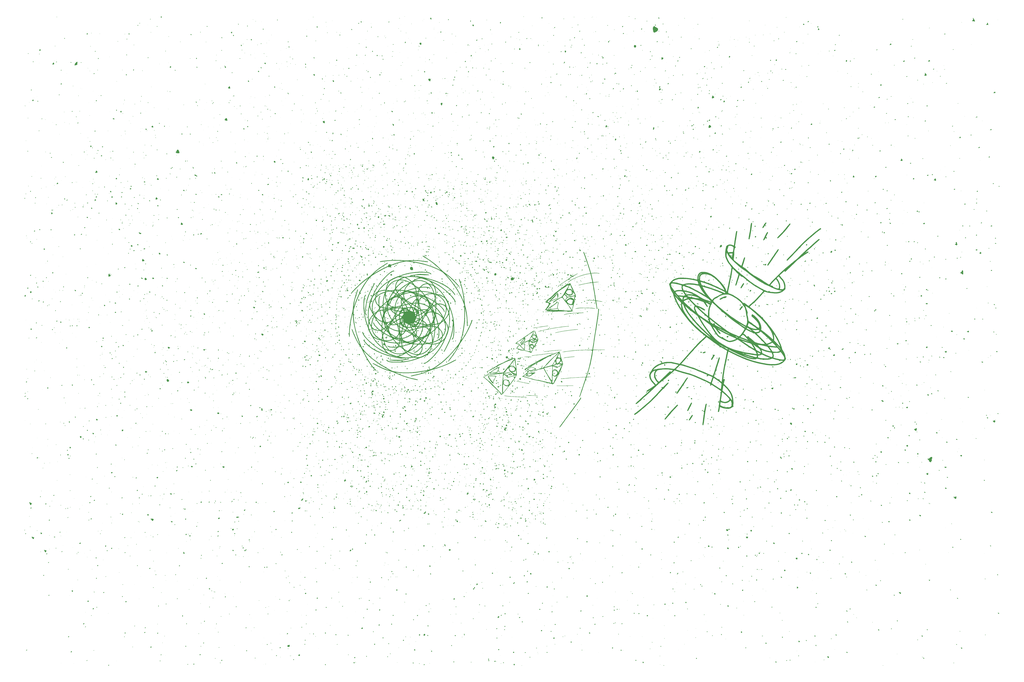
<source format=gbr>
G04 #@! TF.GenerationSoftware,KiCad,Pcbnew,(6.0.4)*
G04 #@! TF.CreationDate,2022-04-01T19:29:57+02:00*
G04 #@! TF.ProjectId,pcb,7063622e-6b69-4636-9164-5f7063625858,rev?*
G04 #@! TF.SameCoordinates,Original*
G04 #@! TF.FileFunction,Legend,Top*
G04 #@! TF.FilePolarity,Positive*
%FSLAX46Y46*%
G04 Gerber Fmt 4.6, Leading zero omitted, Abs format (unit mm)*
G04 Created by KiCad (PCBNEW (6.0.4)) date 2022-04-01 19:29:57*
%MOMM*%
%LPD*%
G01*
G04 APERTURE LIST*
%ADD10C,0.150000*%
G04 APERTURE END LIST*
D10*
G36*
X133227717Y-139557881D02*
G01*
X133292750Y-139668917D01*
X133299649Y-139799004D01*
X133264973Y-140003928D01*
X133128933Y-140104729D01*
X133062976Y-140124075D01*
X132843842Y-140130809D01*
X132706484Y-140019616D01*
X132602466Y-139848156D01*
X132616486Y-139730520D01*
X132693614Y-139640280D01*
X132857840Y-139560322D01*
X133050106Y-139533333D01*
X133227717Y-139557881D01*
G37*
G36*
X122861374Y-162153946D02*
G01*
X122872281Y-162220347D01*
X122829075Y-162312594D01*
X122783158Y-162304210D01*
X122697435Y-162190271D01*
X122694035Y-162165266D01*
X122762013Y-162083804D01*
X122783158Y-162081403D01*
X122861374Y-162153946D01*
G37*
G36*
X115431481Y-57191475D02*
G01*
X115447187Y-57206885D01*
X115543201Y-57390979D01*
X115485964Y-57548263D01*
X115298784Y-57627463D01*
X115255078Y-57629473D01*
X115079215Y-57568867D01*
X115025374Y-57422447D01*
X115103891Y-57243316D01*
X115167631Y-57180147D01*
X115300724Y-57113994D01*
X115431481Y-57191475D01*
G37*
G36*
X103503799Y-23243799D02*
G01*
X103690422Y-23298660D01*
X103753094Y-23436652D01*
X103755439Y-23495438D01*
X103718629Y-23665040D01*
X103573692Y-23717304D01*
X103532632Y-23718245D01*
X103363060Y-23680434D01*
X103290642Y-23532696D01*
X103280992Y-23466606D01*
X103279394Y-23289256D01*
X103366887Y-23235461D01*
X103503799Y-23243799D01*
G37*
G36*
X105225965Y-30045965D02*
G01*
X105181404Y-30090526D01*
X105136842Y-30045965D01*
X105181404Y-30001403D01*
X105225965Y-30045965D01*
G37*
G36*
X140875088Y-105265614D02*
G01*
X140830527Y-105310175D01*
X140785965Y-105265614D01*
X140830527Y-105221052D01*
X140875088Y-105265614D01*
G37*
G36*
X99863069Y3793924D02*
G01*
X99878597Y3731579D01*
X99807257Y3613423D01*
X99744913Y3597895D01*
X99626756Y3669235D01*
X99611228Y3731579D01*
X99682568Y3849735D01*
X99744913Y3865263D01*
X99863069Y3793924D01*
G37*
G36*
X87400174Y-30607065D02*
G01*
X87433633Y-30669824D01*
X87419939Y-30784801D01*
X87354045Y-30803509D01*
X87238329Y-30732107D01*
X87223158Y-30669824D01*
X87266217Y-30551149D01*
X87302746Y-30536140D01*
X87400174Y-30607065D01*
G37*
G36*
X72072817Y-72406017D02*
G01*
X72167688Y-72517191D01*
X72304315Y-72720315D01*
X72312188Y-72845061D01*
X72185739Y-72941875D01*
X72117205Y-72974648D01*
X71921615Y-73027875D01*
X71759857Y-72952049D01*
X71716152Y-72914363D01*
X71560372Y-72711717D01*
X71579520Y-72541790D01*
X71768617Y-72403877D01*
X71946480Y-72347552D01*
X72072817Y-72406017D01*
G37*
G36*
X104191577Y-122035053D02*
G01*
X104318120Y-122128082D01*
X104334737Y-122187919D01*
X104285179Y-122341815D01*
X104206273Y-122471562D01*
X104077675Y-122588395D01*
X103935211Y-122556885D01*
X103916624Y-122545886D01*
X103754758Y-122375983D01*
X103748680Y-122187114D01*
X103836463Y-122071985D01*
X104005054Y-122010311D01*
X104191577Y-122035053D01*
G37*
G36*
X147277120Y-71586594D02*
G01*
X147291930Y-71671575D01*
X147220475Y-71785142D01*
X147158246Y-71800000D01*
X147046141Y-71733539D01*
X147030596Y-71593009D01*
X147081554Y-71505347D01*
X147190604Y-71484620D01*
X147277120Y-71586594D01*
G37*
G36*
X75002135Y-49862259D02*
G01*
X75070118Y-50034977D01*
X75087657Y-50223733D01*
X75061026Y-50316338D01*
X74919045Y-50401386D01*
X74721285Y-50385160D01*
X74585544Y-50303579D01*
X74490283Y-50171665D01*
X74527438Y-50050379D01*
X74641579Y-49934164D01*
X74806688Y-49819436D01*
X74907250Y-49786666D01*
X75002135Y-49862259D01*
G37*
G36*
X106919299Y-96085965D02*
G01*
X106874737Y-96130526D01*
X106830176Y-96085965D01*
X106874737Y-96041403D01*
X106919299Y-96085965D01*
G37*
G36*
X127214217Y13415225D02*
G01*
X127239299Y13301368D01*
X127219786Y13172620D01*
X127136602Y13198478D01*
X127105614Y13223158D01*
X126993579Y13351812D01*
X126971930Y13412316D01*
X127044275Y13481751D01*
X127105614Y13490527D01*
X127214217Y13415225D01*
G37*
G36*
X113209746Y-96522044D02*
G01*
X113351817Y-96569231D01*
X113387991Y-96576140D01*
X113421142Y-96648902D01*
X113425263Y-96709824D01*
X113350962Y-96818696D01*
X113247018Y-96843509D01*
X113099658Y-96782227D01*
X113068772Y-96655728D01*
X113105965Y-96519928D01*
X113209746Y-96522044D01*
G37*
G36*
X135106936Y-118359230D02*
G01*
X135114335Y-118455789D01*
X135002121Y-118574236D01*
X134938886Y-118589473D01*
X134824253Y-118534002D01*
X134849001Y-118410464D01*
X134874152Y-118381520D01*
X135005070Y-118319633D01*
X135106936Y-118359230D01*
G37*
G36*
X100935394Y-148937966D02*
G01*
X100937847Y-149043311D01*
X100858802Y-149181876D01*
X100752210Y-149271017D01*
X100715550Y-149274707D01*
X100620543Y-149186214D01*
X100630000Y-149045956D01*
X100733644Y-148944905D01*
X100886151Y-148919912D01*
X100935394Y-148937966D01*
G37*
G36*
X116696983Y-15463161D02*
G01*
X116722807Y-15570043D01*
X116673265Y-15713085D01*
X116574228Y-15726008D01*
X116423070Y-15641568D01*
X116386990Y-15509597D01*
X116423875Y-15446535D01*
X116576779Y-15383400D01*
X116696983Y-15463161D01*
G37*
G36*
X70168884Y-36464985D02*
G01*
X70235728Y-36559219D01*
X70285962Y-36859370D01*
X70194992Y-37092546D01*
X70153045Y-37133797D01*
X70031374Y-37193242D01*
X69906231Y-37125014D01*
X69841115Y-37059314D01*
X69690208Y-36831937D01*
X69706456Y-36639978D01*
X69799278Y-36529649D01*
X69999673Y-36426608D01*
X70168884Y-36464985D01*
G37*
G36*
X83071173Y36524333D02*
G01*
X83157139Y36302129D01*
X83108585Y36116018D01*
X82961856Y36008395D01*
X82753299Y36021657D01*
X82674372Y36061480D01*
X82522870Y36232167D01*
X82507823Y36426402D01*
X82623509Y36582693D01*
X82727011Y36627002D01*
X82947564Y36627344D01*
X83071173Y36524333D01*
G37*
G36*
X131158298Y-118369647D02*
G01*
X131222211Y-118503716D01*
X131194066Y-118591759D01*
X131041036Y-118643449D01*
X130952798Y-118627421D01*
X130823268Y-118508763D01*
X130826005Y-118353471D01*
X130901886Y-118272258D01*
X131032534Y-118271729D01*
X131158298Y-118369647D01*
G37*
G36*
X148229068Y-78785929D02*
G01*
X148376667Y-78899076D01*
X148500881Y-78978974D01*
X148539649Y-78943637D01*
X148611606Y-78852407D01*
X148673334Y-78840702D01*
X148782078Y-78915545D01*
X148807018Y-79024549D01*
X148758838Y-79166089D01*
X148642464Y-79180519D01*
X148439933Y-79211065D01*
X148334815Y-79271399D01*
X148124538Y-79369379D01*
X147954279Y-79329453D01*
X147864942Y-79190243D01*
X147897429Y-78990367D01*
X147949454Y-78907544D01*
X148089616Y-78773117D01*
X148229068Y-78785929D01*
G37*
G36*
X76067725Y-161060053D02*
G01*
X76082807Y-161101052D01*
X76010622Y-161180120D01*
X75949123Y-161190175D01*
X75830521Y-161142051D01*
X75815439Y-161101052D01*
X75887625Y-161021984D01*
X75949123Y-161011930D01*
X76067725Y-161060053D01*
G37*
G36*
X107455611Y45081453D02*
G01*
X107560817Y45043842D01*
X107565439Y45017720D01*
X107537084Y44901412D01*
X107517163Y44715612D01*
X107511404Y44638948D01*
X107428739Y44488983D01*
X107253448Y44429045D01*
X107053459Y44471749D01*
X106963712Y44537241D01*
X106842805Y44745922D01*
X106891019Y44942318D01*
X106944969Y45000076D01*
X107079562Y45057632D01*
X107272484Y45085404D01*
X107455611Y45081453D01*
G37*
G36*
X115293479Y14945815D02*
G01*
X115355211Y14868086D01*
X115370615Y14707969D01*
X115251751Y14663973D01*
X115125313Y14691553D01*
X114975802Y14791178D01*
X114950860Y14913994D01*
X115051271Y14997332D01*
X115121394Y15005614D01*
X115293479Y14945815D01*
G37*
G36*
X134737750Y-94591924D02*
G01*
X134808632Y-94757793D01*
X134760567Y-94924700D01*
X134620394Y-95014499D01*
X134591930Y-95016491D01*
X134434276Y-94953372D01*
X134390858Y-94806596D01*
X134475876Y-94640038D01*
X134502762Y-94615476D01*
X134657229Y-94548512D01*
X134737750Y-94591924D01*
G37*
G36*
X115717811Y-60102124D02*
G01*
X115801212Y-60276760D01*
X115810774Y-60343261D01*
X115801686Y-60514818D01*
X115706566Y-60561057D01*
X115631473Y-60554380D01*
X115451348Y-60460838D01*
X115407623Y-60281527D01*
X115466205Y-60134206D01*
X115591281Y-60045590D01*
X115717811Y-60102124D01*
G37*
G36*
X103271419Y14981329D02*
G01*
X103335265Y14906775D01*
X103332106Y14894211D01*
X103225800Y14813317D01*
X103042456Y14782807D01*
X102847429Y14817811D01*
X102752807Y14894211D01*
X102797106Y14975026D01*
X103005719Y15005264D01*
X103042456Y15005614D01*
X103271419Y14981329D01*
G37*
G36*
X117475338Y-9190220D02*
G01*
X117557142Y-9280351D01*
X117573965Y-9474965D01*
X117500982Y-9633047D01*
X117399518Y-9681403D01*
X117225628Y-9614501D01*
X117110993Y-9459594D01*
X117093310Y-9285383D01*
X117138714Y-9206082D01*
X117298695Y-9146441D01*
X117475338Y-9190220D01*
G37*
G36*
X127580025Y31995462D02*
G01*
X127566082Y31968655D01*
X127460314Y31957989D01*
X127447252Y31968655D01*
X127459486Y32021639D01*
X127506667Y32028070D01*
X127580025Y31995462D01*
G37*
G36*
X80865543Y-166110303D02*
G01*
X80930442Y-166165586D01*
X80947263Y-166303504D01*
X80928014Y-166422600D01*
X80835704Y-166559782D01*
X80709506Y-166561357D01*
X80568539Y-166472428D01*
X80565447Y-166297309D01*
X80597972Y-166203333D01*
X80712126Y-166104987D01*
X80865543Y-166110303D01*
G37*
G36*
X112114741Y-62417765D02*
G01*
X112132983Y-62442105D01*
X112112779Y-62518403D01*
X112049120Y-62531228D01*
X111927181Y-62484697D01*
X111910176Y-62442105D01*
X111974142Y-62355533D01*
X111994039Y-62352982D01*
X112114741Y-62417765D01*
G37*
G36*
X70642138Y-10638636D02*
G01*
X70702609Y-10704749D01*
X70734346Y-10935775D01*
X70697749Y-11201796D01*
X70609590Y-11421167D01*
X70540129Y-11495686D01*
X70386721Y-11535306D01*
X70217536Y-11434403D01*
X70205919Y-11424019D01*
X70048472Y-11241679D01*
X70051852Y-11116001D01*
X70156141Y-11050475D01*
X70271189Y-10928390D01*
X70289825Y-10840859D01*
X70354381Y-10705700D01*
X70497228Y-10629914D01*
X70642138Y-10638636D01*
G37*
G36*
X140681314Y-159924673D02*
G01*
X140696842Y-159987017D01*
X140625503Y-160105174D01*
X140563158Y-160120702D01*
X140445002Y-160049362D01*
X140429474Y-159987017D01*
X140500814Y-159868861D01*
X140563158Y-159853333D01*
X140681314Y-159924673D01*
G37*
G36*
X106267375Y-159618114D02*
G01*
X106295439Y-159764210D01*
X106238152Y-159954144D01*
X106078399Y-160001180D01*
X105991552Y-159977771D01*
X105865603Y-159864352D01*
X105899574Y-159702917D01*
X105988024Y-159603681D01*
X106153342Y-159532328D01*
X106267375Y-159618114D01*
G37*
G36*
X98731594Y-142537261D02*
G01*
X98809123Y-142608070D01*
X98863211Y-142704926D01*
X98779007Y-142739113D01*
X98686352Y-142741754D01*
X98499003Y-142697112D01*
X98452632Y-142608070D01*
X98518364Y-142489789D01*
X98575404Y-142474386D01*
X98731594Y-142537261D01*
G37*
G36*
X140362811Y-104954237D02*
G01*
X140388436Y-104987991D01*
X140467436Y-105194676D01*
X140392697Y-105344983D01*
X140197132Y-105399298D01*
X140030093Y-105338324D01*
X139981791Y-105191353D01*
X140060541Y-105012309D01*
X140127188Y-104945680D01*
X140255654Y-104876831D01*
X140362811Y-104954237D01*
G37*
G36*
X75079470Y-11453042D02*
G01*
X75187699Y-11527749D01*
X75135015Y-11578910D01*
X75074185Y-11603384D01*
X74918623Y-11616397D01*
X74802804Y-11559726D01*
X74780156Y-11471970D01*
X74826617Y-11424534D01*
X74975582Y-11414151D01*
X75079470Y-11453042D01*
G37*
G36*
X120813737Y-109500552D02*
G01*
X120812989Y-109662913D01*
X120790306Y-109720387D01*
X120691147Y-109861623D01*
X120586275Y-109844104D01*
X120578408Y-109837810D01*
X120473254Y-109699231D01*
X120533660Y-109557968D01*
X120565948Y-109523736D01*
X120717281Y-109441793D01*
X120813737Y-109500552D01*
G37*
G36*
X100808617Y-152646756D02*
G01*
X100909208Y-152764493D01*
X100908653Y-152973538D01*
X100903256Y-152991674D01*
X100772453Y-153140727D01*
X100630135Y-153169123D01*
X100455854Y-153120862D01*
X100428815Y-152974471D01*
X100509595Y-152790351D01*
X100658279Y-152646613D01*
X100808617Y-152646756D01*
G37*
G36*
X88170138Y-90982377D02*
G01*
X88259131Y-91029610D01*
X88312187Y-91152199D01*
X88272664Y-91323050D01*
X88171127Y-91461559D01*
X88082232Y-91496140D01*
X87943722Y-91423905D01*
X87901114Y-91355167D01*
X87853144Y-91196991D01*
X87900696Y-91144334D01*
X87985962Y-91139649D01*
X88078209Y-91096443D01*
X88069825Y-91050526D01*
X88065462Y-90971929D01*
X88170138Y-90982377D01*
G37*
G36*
X114370507Y-80660534D02*
G01*
X114474405Y-80839806D01*
X114494737Y-80982785D01*
X114469463Y-81173047D01*
X114365174Y-81241702D01*
X114281465Y-81247017D01*
X114081830Y-81174938D01*
X113971846Y-81001101D01*
X113974622Y-80789109D01*
X114062776Y-80645154D01*
X114218240Y-80583881D01*
X114370507Y-80660534D01*
G37*
G36*
X148167692Y-37992588D02*
G01*
X148301701Y-38088818D01*
X148364460Y-38245158D01*
X148347425Y-38393930D01*
X148242052Y-38467456D01*
X148227720Y-38468070D01*
X148109225Y-38413376D01*
X148094035Y-38366492D01*
X148029337Y-38235174D01*
X147946850Y-38157289D01*
X147862283Y-38049443D01*
X147886822Y-37995798D01*
X148035634Y-37973108D01*
X148167692Y-37992588D01*
G37*
G36*
X73899299Y-24832280D02*
G01*
X74012412Y-24981229D01*
X74032983Y-25060740D01*
X73975228Y-25211470D01*
X73833607Y-25233397D01*
X73662643Y-25125410D01*
X73548425Y-24989181D01*
X73562970Y-24897021D01*
X73627071Y-24836313D01*
X73771226Y-24766666D01*
X73899299Y-24832280D01*
G37*
G36*
X77344863Y-30238321D02*
G01*
X77396729Y-30367866D01*
X77348842Y-30464351D01*
X77245378Y-30481014D01*
X77157402Y-30367463D01*
X77102002Y-30225055D01*
X77161337Y-30180659D01*
X77188447Y-30179649D01*
X77344863Y-30238321D01*
G37*
G36*
X133920084Y23225522D02*
G01*
X133923509Y23199653D01*
X133868909Y23146425D01*
X133834386Y23160351D01*
X133749365Y23240438D01*
X133745263Y23254734D01*
X133814217Y23293014D01*
X133834386Y23294035D01*
X133920084Y23225522D01*
G37*
G36*
X118070019Y3632861D02*
G01*
X118126462Y3525718D01*
X118103312Y3418196D01*
X118000676Y3370766D01*
X117900895Y3437827D01*
X117881404Y3508772D01*
X117945569Y3624983D01*
X117964368Y3638650D01*
X118070019Y3632861D01*
G37*
G36*
X136312820Y-145194601D02*
G01*
X136329825Y-145237193D01*
X136265859Y-145323765D01*
X136245962Y-145326316D01*
X136125260Y-145261532D01*
X136107018Y-145237193D01*
X136127222Y-145160895D01*
X136190881Y-145148070D01*
X136312820Y-145194601D01*
G37*
G36*
X123144886Y-168518242D02*
G01*
X123204421Y-168715069D01*
X123201193Y-168750022D01*
X123124959Y-168941080D01*
X122996581Y-169021784D01*
X122869822Y-168976638D01*
X122811009Y-168862488D01*
X122722403Y-168713552D01*
X122639080Y-168676491D01*
X122526058Y-168634206D01*
X122545684Y-168543087D01*
X122684734Y-168456741D01*
X122694035Y-168453684D01*
X122963952Y-168424800D01*
X123144886Y-168518242D01*
G37*
G36*
X105072661Y-37267399D02*
G01*
X105239655Y-37392243D01*
X105344522Y-37589423D01*
X105345451Y-37826850D01*
X105221527Y-38018389D01*
X105020607Y-38079474D01*
X104801441Y-37995172D01*
X104773964Y-37972114D01*
X104620435Y-37742405D01*
X104643868Y-37491376D01*
X104720300Y-37360147D01*
X104885542Y-37246248D01*
X105072661Y-37267399D01*
G37*
G36*
X102894656Y-127136545D02*
G01*
X102908772Y-127245844D01*
X102864217Y-127380451D01*
X102709156Y-127396549D01*
X102546551Y-127315841D01*
X102477262Y-127175864D01*
X102522164Y-127043245D01*
X102585988Y-127003412D01*
X102782689Y-126996968D01*
X102894656Y-127136545D01*
G37*
G36*
X118778745Y-131512174D02*
G01*
X118916872Y-131594916D01*
X119003403Y-131735087D01*
X119072214Y-131901927D01*
X119138785Y-131957895D01*
X119217215Y-132024216D01*
X119218246Y-132036902D01*
X119143443Y-132114444D01*
X118970618Y-132155005D01*
X118777145Y-132153344D01*
X118640399Y-132104218D01*
X118621157Y-132077355D01*
X118505230Y-131968129D01*
X118451167Y-131957895D01*
X118341337Y-131886348D01*
X118327018Y-131824210D01*
X118398358Y-131706054D01*
X118460702Y-131690526D01*
X118579304Y-131642402D01*
X118594386Y-131601403D01*
X118650734Y-131507631D01*
X118778745Y-131512174D01*
G37*
G36*
X133993565Y19776545D02*
G01*
X134012632Y19676505D01*
X133943278Y19531816D01*
X133770920Y19488128D01*
X133573982Y19547150D01*
X133412641Y19676110D01*
X133427486Y19788166D01*
X133606514Y19869500D01*
X133857639Y19882784D01*
X133993565Y19776545D01*
G37*
G36*
X110968024Y-6099647D02*
G01*
X111034936Y-6134087D01*
X111199236Y-6225855D01*
X111272516Y-6266083D01*
X111276640Y-6353690D01*
X111245307Y-6545532D01*
X111240925Y-6565882D01*
X111184050Y-6753546D01*
X111085644Y-6818597D01*
X110881097Y-6801487D01*
X110868000Y-6799375D01*
X110547796Y-6704312D01*
X110356947Y-6560074D01*
X110307185Y-6392616D01*
X110410242Y-6227894D01*
X110567041Y-6133562D01*
X110788227Y-6063967D01*
X110968024Y-6099647D01*
G37*
G36*
X118992243Y-100470403D02*
G01*
X119044748Y-100620890D01*
X118960302Y-100806693D01*
X118933053Y-100836210D01*
X118759712Y-100941604D01*
X118638772Y-100882452D01*
X118594386Y-100675789D01*
X118618367Y-100484709D01*
X118720303Y-100414806D01*
X118817193Y-100408421D01*
X118992243Y-100470403D01*
G37*
G36*
X93993902Y-33990627D02*
G01*
X93996492Y-34011930D01*
X93928671Y-34098463D01*
X93907369Y-34101052D01*
X93820836Y-34033232D01*
X93818246Y-34011930D01*
X93886066Y-33925397D01*
X93907369Y-33922807D01*
X93993902Y-33990627D01*
G37*
G36*
X116726508Y-60278302D02*
G01*
X116905997Y-60399609D01*
X116948283Y-60605181D01*
X116897598Y-60755228D01*
X116749124Y-60896455D01*
X116569637Y-60906861D01*
X116412153Y-60812821D01*
X116329689Y-60640709D01*
X116347161Y-60481403D01*
X116478618Y-60297593D01*
X116694259Y-60270862D01*
X116726508Y-60278302D01*
G37*
G36*
X130239766Y-65947602D02*
G01*
X130250433Y-66053370D01*
X130239766Y-66066433D01*
X130186783Y-66054199D01*
X130180351Y-66007017D01*
X130212960Y-65933659D01*
X130239766Y-65947602D01*
G37*
G36*
X107594795Y-108315199D02*
G01*
X107632281Y-108474035D01*
X107588633Y-108650730D01*
X107463571Y-108696842D01*
X107295010Y-108633355D01*
X107236095Y-108489214D01*
X107300579Y-108351211D01*
X107471388Y-108254178D01*
X107594795Y-108315199D01*
G37*
G36*
X127826252Y-65332490D02*
G01*
X127949145Y-65466421D01*
X128039317Y-65758460D01*
X127975461Y-65988780D01*
X127817100Y-66113038D01*
X127634809Y-66167928D01*
X127511377Y-66102355D01*
X127463443Y-66044285D01*
X127343292Y-65783981D01*
X127397217Y-65533865D01*
X127452484Y-65450000D01*
X127637298Y-65311223D01*
X127826252Y-65332490D01*
G37*
G36*
X126348071Y32340000D02*
G01*
X126433183Y32256027D01*
X126437193Y32240358D01*
X126379625Y32234277D01*
X126348071Y32250877D01*
X126262958Y32334850D01*
X126258948Y32350520D01*
X126316516Y32356600D01*
X126348071Y32340000D01*
G37*
G36*
X103800000Y18436842D02*
G01*
X103755439Y18392281D01*
X103710878Y18436842D01*
X103755439Y18481404D01*
X103800000Y18436842D01*
G37*
G36*
X80093334Y-19796842D02*
G01*
X80048772Y-19841403D01*
X80004211Y-19796842D01*
X80048772Y-19752280D01*
X80093334Y-19796842D01*
G37*
G36*
X88339641Y-19901223D02*
G01*
X88451099Y-20090627D01*
X88470878Y-20292608D01*
X88396188Y-20440157D01*
X88219749Y-20524438D01*
X88013006Y-20524320D01*
X87890422Y-20464302D01*
X87789263Y-20297470D01*
X87758102Y-20080355D01*
X87809453Y-19909420D01*
X87817310Y-19900818D01*
X87942532Y-19856621D01*
X88119705Y-19841403D01*
X88339641Y-19901223D01*
G37*
G36*
X100354062Y-101062667D02*
G01*
X100424454Y-101195214D01*
X100477711Y-101360101D01*
X100482669Y-101423714D01*
X100401098Y-101476283D01*
X100228919Y-101594357D01*
X100171855Y-101634161D01*
X99957666Y-101763997D01*
X99790054Y-101831626D01*
X99766346Y-101834386D01*
X99581393Y-101759392D01*
X99463607Y-101579020D01*
X99434465Y-101360180D01*
X99515444Y-101169783D01*
X99544386Y-101142877D01*
X99702038Y-101074759D01*
X99947670Y-101021668D01*
X99998627Y-101015169D01*
X100231118Y-101005314D01*
X100354062Y-101062667D01*
G37*
G36*
X147692903Y26875752D02*
G01*
X147737544Y26671167D01*
X147711539Y26484649D01*
X147601948Y26418382D01*
X147512531Y26413334D01*
X147306462Y26477390D01*
X147200601Y26641942D01*
X147131273Y26836591D01*
X147136603Y26926145D01*
X147230811Y26973195D01*
X147279375Y26988647D01*
X147533181Y27004293D01*
X147692903Y26875752D01*
G37*
G36*
X143283194Y-166671437D02*
G01*
X143366977Y-166756074D01*
X143427686Y-166926039D01*
X143397674Y-167111961D01*
X143297280Y-167235798D01*
X143238126Y-167250526D01*
X142976931Y-167200194D01*
X142853971Y-167068300D01*
X142884778Y-166883495D01*
X142975840Y-166766717D01*
X143145390Y-166641520D01*
X143283194Y-166671437D01*
G37*
G36*
X118505263Y-100274737D02*
G01*
X118460702Y-100319298D01*
X118416141Y-100274737D01*
X118460702Y-100230175D01*
X118505263Y-100274737D01*
G37*
G36*
X120635009Y-120416951D02*
G01*
X120644211Y-120466312D01*
X120571946Y-120540740D01*
X120510527Y-120550175D01*
X120387614Y-120495442D01*
X120409638Y-120372394D01*
X120433835Y-120344645D01*
X120544931Y-120326621D01*
X120635009Y-120416951D01*
G37*
G36*
X140248568Y-99545937D02*
G01*
X140378547Y-99657243D01*
X140505732Y-99867132D01*
X140506829Y-100073717D01*
X140388954Y-100220178D01*
X140304286Y-100250364D01*
X140032153Y-100242474D01*
X139859895Y-100125663D01*
X139810750Y-99940478D01*
X139907961Y-99727468D01*
X139968597Y-99664690D01*
X140130342Y-99540529D01*
X140248568Y-99545937D01*
G37*
G36*
X141609946Y-54638923D02*
G01*
X141706579Y-54744012D01*
X141699303Y-54875410D01*
X141679473Y-54900036D01*
X141542428Y-54940455D01*
X141390836Y-54888044D01*
X141320702Y-54777544D01*
X141392348Y-54667990D01*
X141463381Y-54628076D01*
X141609946Y-54638923D01*
G37*
G36*
X126124522Y-27369822D02*
G01*
X126229104Y-27437925D01*
X126315619Y-27567121D01*
X126274916Y-27712373D01*
X126245316Y-27762042D01*
X126092099Y-27923653D01*
X125951523Y-27926625D01*
X125867430Y-27810605D01*
X125817155Y-27546095D01*
X125903790Y-27383532D01*
X125953929Y-27357296D01*
X126124522Y-27369822D01*
G37*
G36*
X100512096Y-53460669D02*
G01*
X100515825Y-53485263D01*
X100446441Y-53589762D01*
X100420018Y-53601865D01*
X100338752Y-53558844D01*
X100324211Y-53485263D01*
X100369432Y-53374343D01*
X100420018Y-53368661D01*
X100512096Y-53460669D01*
G37*
G36*
X68854560Y-16053525D02*
G01*
X68918967Y-16115157D01*
X69008638Y-16265762D01*
X69001931Y-16358515D01*
X68903249Y-16421704D01*
X68813813Y-16344897D01*
X68774737Y-16163473D01*
X68774737Y-16163011D01*
X68787478Y-16031039D01*
X68854560Y-16053525D01*
G37*
G36*
X98244683Y-162837568D02*
G01*
X98274386Y-162877143D01*
X98212400Y-163006704D01*
X98076476Y-163152473D01*
X97941670Y-163237183D01*
X97921924Y-163240000D01*
X97845017Y-163166905D01*
X97792976Y-163011697D01*
X97793273Y-162870489D01*
X97808758Y-162844108D01*
X97931998Y-162799596D01*
X98106269Y-162799470D01*
X98244683Y-162837568D01*
G37*
G36*
X92719918Y-54016795D02*
G01*
X92867581Y-54168007D01*
X92915377Y-54402504D01*
X92911579Y-54438428D01*
X92819861Y-54617382D01*
X92649861Y-54673774D01*
X92457964Y-54601814D01*
X92356325Y-54495416D01*
X92241051Y-54311511D01*
X92230509Y-54197767D01*
X92318745Y-54084627D01*
X92320983Y-54082386D01*
X92521386Y-53978409D01*
X92719918Y-54016795D01*
G37*
G36*
X105731184Y-57110309D02*
G01*
X105851626Y-57195143D01*
X105892745Y-57337689D01*
X105848679Y-57461385D01*
X105760702Y-57495789D01*
X105646831Y-57419669D01*
X105597500Y-57287334D01*
X105605124Y-57133690D01*
X105711385Y-57106911D01*
X105731184Y-57110309D01*
G37*
G36*
X118594386Y-1883158D02*
G01*
X118549825Y-1927719D01*
X118505263Y-1883158D01*
X118549825Y-1838596D01*
X118594386Y-1883158D01*
G37*
G36*
X142970910Y-94180651D02*
G01*
X143014035Y-94289799D01*
X142951042Y-94448526D01*
X142880351Y-94526316D01*
X142737706Y-94592336D01*
X142612983Y-94526316D01*
X142499655Y-94373093D01*
X142479299Y-94289799D01*
X142551213Y-94150934D01*
X142612983Y-94112931D01*
X142814997Y-94096630D01*
X142970910Y-94180651D01*
G37*
G36*
X86242807Y-21579298D02*
G01*
X86198246Y-21623859D01*
X86153685Y-21579298D01*
X86198246Y-21534737D01*
X86242807Y-21579298D01*
G37*
G36*
X130699323Y-111848749D02*
G01*
X130685380Y-111875555D01*
X130579613Y-111886222D01*
X130566550Y-111875555D01*
X130578784Y-111822572D01*
X130625965Y-111816140D01*
X130699323Y-111848749D01*
G37*
G36*
X138682384Y26095426D02*
G01*
X138853715Y26018263D01*
X138982200Y25913028D01*
X139003509Y25862418D01*
X138934521Y25756493D01*
X138769789Y25744154D01*
X138648860Y25788488D01*
X138490653Y25921180D01*
X138496550Y26049305D01*
X138554270Y26099163D01*
X138682384Y26095426D01*
G37*
G36*
X131213964Y-127343758D02*
G01*
X131355338Y-127427325D01*
X131369506Y-127452838D01*
X131354212Y-127610042D01*
X131255571Y-127784158D01*
X131122878Y-127917103D01*
X131015166Y-127914685D01*
X130948110Y-127866723D01*
X130828727Y-127688528D01*
X130810965Y-127486949D01*
X130863626Y-127382924D01*
X131018036Y-127324532D01*
X131213964Y-127343758D01*
G37*
G36*
X113126735Y-135908100D02*
G01*
X113085483Y-135940179D01*
X112946195Y-135950804D01*
X112914664Y-135933143D01*
X112941244Y-135892636D01*
X113031638Y-135886334D01*
X113126735Y-135908100D01*
G37*
G36*
X141316042Y-126998552D02*
G01*
X141478636Y-127111003D01*
X141492359Y-127132951D01*
X141523839Y-127341271D01*
X141417514Y-127507370D01*
X141213639Y-127580874D01*
X141137463Y-127577060D01*
X140955408Y-127491913D01*
X140893277Y-127320173D01*
X140895655Y-127125496D01*
X140930412Y-127030524D01*
X141101905Y-126966003D01*
X141316042Y-126998552D01*
G37*
G36*
X111045080Y-38822525D02*
G01*
X111108071Y-38994750D01*
X111055970Y-39186711D01*
X110921792Y-39231693D01*
X110738720Y-39118679D01*
X110737730Y-39117691D01*
X110623634Y-38981247D01*
X110638467Y-38888830D01*
X110701023Y-38829536D01*
X110888458Y-38756567D01*
X111045080Y-38822525D01*
G37*
G36*
X108566268Y-43756421D02*
G01*
X108574242Y-43764317D01*
X108666162Y-43934388D01*
X108643387Y-44092576D01*
X108518340Y-44171071D01*
X108499569Y-44171930D01*
X108342374Y-44114118D01*
X108204847Y-43988689D01*
X108167018Y-43897649D01*
X108227165Y-43797034D01*
X108298217Y-43728378D01*
X108429260Y-43669875D01*
X108566268Y-43756421D01*
G37*
G36*
X72909135Y-59750518D02*
G01*
X72938839Y-59855350D01*
X72888595Y-59997380D01*
X72748951Y-60035487D01*
X72579881Y-59963011D01*
X72517895Y-59902105D01*
X72454866Y-59796436D01*
X72533314Y-59768507D01*
X72544255Y-59768421D01*
X72750951Y-59738320D01*
X72803405Y-59721666D01*
X72909135Y-59750518D01*
G37*
G36*
X147376418Y-30028674D02*
G01*
X147552206Y-30127257D01*
X147561489Y-30137727D01*
X147614061Y-30310184D01*
X147571365Y-30513336D01*
X147460953Y-30671268D01*
X147352215Y-30714386D01*
X147173414Y-30644303D01*
X147027189Y-30475795D01*
X146947773Y-30271467D01*
X146969400Y-30093929D01*
X146994854Y-30060818D01*
X147158857Y-30002215D01*
X147376418Y-30028674D01*
G37*
G36*
X138914386Y-69883859D02*
G01*
X138869825Y-69928421D01*
X138825263Y-69883859D01*
X138869825Y-69839298D01*
X138914386Y-69883859D01*
G37*
G36*
X113144277Y-152878356D02*
G01*
X113157895Y-152946316D01*
X113115975Y-153042576D01*
X113068772Y-153035438D01*
X112983843Y-152959207D01*
X112979649Y-152946316D01*
X113041809Y-152875459D01*
X113068772Y-152857193D01*
X113144277Y-152878356D01*
G37*
G36*
X117999850Y-110734070D02*
G01*
X118007314Y-110740215D01*
X118101955Y-110882092D01*
X118035037Y-110984236D01*
X117876144Y-111014035D01*
X117728846Y-110979742D01*
X117727263Y-110862197D01*
X117786853Y-110752397D01*
X117876844Y-110671006D01*
X117999850Y-110734070D01*
G37*
G36*
X74922116Y-28643622D02*
G01*
X74970466Y-28703876D01*
X75089892Y-28919715D01*
X75073909Y-29058228D01*
X74926430Y-29096843D01*
X74902841Y-29094093D01*
X74722640Y-29001749D01*
X74680510Y-28824267D01*
X74747771Y-28664561D01*
X74831031Y-28584414D01*
X74922116Y-28643622D01*
G37*
G36*
X107869705Y-46833825D02*
G01*
X107926855Y-46940023D01*
X107931822Y-47076580D01*
X107814282Y-47100009D01*
X107782195Y-47095988D01*
X107625099Y-47023248D01*
X107556209Y-46902004D01*
X107589511Y-46793348D01*
X107704474Y-46756491D01*
X107869705Y-46833825D01*
G37*
G36*
X120329581Y-108129143D02*
G01*
X120408455Y-108227797D01*
X120417891Y-108362631D01*
X120451797Y-108546966D01*
X120529294Y-108607719D01*
X120635374Y-108652540D01*
X120619689Y-108739133D01*
X120497850Y-108795697D01*
X120488246Y-108796519D01*
X120306601Y-108797317D01*
X120248904Y-108791007D01*
X120105343Y-108798774D01*
X119941622Y-108831138D01*
X119798734Y-108887329D01*
X119821447Y-108950794D01*
X119836675Y-108960854D01*
X119916361Y-109108563D01*
X119907831Y-109284430D01*
X119896322Y-109539221D01*
X119930708Y-109720386D01*
X119935661Y-109965176D01*
X119878681Y-110074095D01*
X119759991Y-110185954D01*
X119610747Y-110172782D01*
X119531672Y-110139705D01*
X119355336Y-109995866D01*
X119307369Y-109857349D01*
X119270401Y-109711493D01*
X119218246Y-109677193D01*
X119157117Y-109648557D01*
X119146872Y-109534854D01*
X119184746Y-109294392D01*
X119190800Y-109263166D01*
X119285539Y-109054426D01*
X119401471Y-108915143D01*
X119534432Y-108707316D01*
X119574737Y-108515696D01*
X119639621Y-108251185D01*
X119833157Y-108109570D01*
X120125933Y-108089182D01*
X120329581Y-108129143D01*
G37*
G36*
X110448109Y-36460431D02*
G01*
X110591948Y-36646355D01*
X110593998Y-36650816D01*
X110652960Y-36834219D01*
X110598133Y-36952151D01*
X110531472Y-37006591D01*
X110381875Y-37082026D01*
X110249388Y-37024886D01*
X110200788Y-36983014D01*
X110068285Y-36840941D01*
X110061967Y-36716785D01*
X110134858Y-36574210D01*
X110284283Y-36434470D01*
X110448109Y-36460431D01*
G37*
G36*
X96020535Y-22198032D02*
G01*
X96191145Y-22243473D01*
X96237498Y-22247719D01*
X96289348Y-22324859D01*
X96299090Y-22513019D01*
X96297051Y-22537368D01*
X96216920Y-22773626D01*
X96063141Y-22864638D01*
X95877167Y-22801257D01*
X95748845Y-22658330D01*
X95655343Y-22490273D01*
X95669609Y-22381283D01*
X95747156Y-22292242D01*
X95911891Y-22197690D01*
X96020535Y-22198032D01*
G37*
G36*
X116692172Y-74706530D02*
G01*
X116678246Y-74741052D01*
X116598160Y-74826074D01*
X116583863Y-74830175D01*
X116545584Y-74761222D01*
X116544562Y-74741052D01*
X116613075Y-74655354D01*
X116638944Y-74651930D01*
X116692172Y-74706530D01*
G37*
G36*
X116901053Y-80489473D02*
G01*
X116856492Y-80534035D01*
X116811930Y-80489473D01*
X116856492Y-80444912D01*
X116901053Y-80489473D01*
G37*
G36*
X132764913Y-87797544D02*
G01*
X132720351Y-87842105D01*
X132675790Y-87797544D01*
X132720351Y-87752982D01*
X132764913Y-87797544D01*
G37*
G36*
X110002907Y-148931354D02*
G01*
X110043028Y-148984469D01*
X110121631Y-149207443D01*
X110080235Y-149390496D01*
X109994035Y-149458194D01*
X109880991Y-149579811D01*
X109860351Y-149676723D01*
X109797671Y-149860510D01*
X109682106Y-150005263D01*
X109541980Y-150113510D01*
X109436281Y-150097275D01*
X109325614Y-150005263D01*
X109189023Y-149865344D01*
X109170082Y-149753112D01*
X109269219Y-149599693D01*
X109328579Y-149527495D01*
X109453900Y-149344159D01*
X109503860Y-149208344D01*
X109574814Y-149091798D01*
X109732463Y-148977249D01*
X109906458Y-148902458D01*
X110002907Y-148931354D01*
G37*
G36*
X127324997Y-65095180D02*
G01*
X127328421Y-65121049D01*
X127273821Y-65174276D01*
X127239299Y-65160351D01*
X127154277Y-65080264D01*
X127150176Y-65065968D01*
X127219129Y-65027688D01*
X127239299Y-65026666D01*
X127324997Y-65095180D01*
G37*
G36*
X135880319Y-74070226D02*
G01*
X135930746Y-74180880D01*
X135875529Y-74313617D01*
X135752035Y-74384132D01*
X135740992Y-74384561D01*
X135637849Y-74319878D01*
X135625433Y-74184876D01*
X135705965Y-74072631D01*
X135853214Y-74057799D01*
X135880319Y-74070226D01*
G37*
G36*
X127514790Y-43698789D02*
G01*
X127577679Y-43857329D01*
X127521243Y-44012862D01*
X127375780Y-44082807D01*
X127258443Y-44020908D01*
X127261097Y-43860511D01*
X127326075Y-43727061D01*
X127423782Y-43644078D01*
X127514790Y-43698789D01*
G37*
G36*
X147817261Y-159271130D02*
G01*
X147793745Y-159364963D01*
X147705545Y-159460012D01*
X147649051Y-159452669D01*
X147563018Y-159324448D01*
X147638595Y-159191758D01*
X147654351Y-159181247D01*
X147779258Y-159161126D01*
X147817261Y-159271130D01*
G37*
G36*
X141252679Y-100297987D02*
G01*
X141374439Y-100444832D01*
X141375941Y-100448670D01*
X141359980Y-100610632D01*
X141282312Y-100726911D01*
X141143096Y-100820601D01*
X141013520Y-100768766D01*
X141006288Y-100762850D01*
X140885053Y-100582482D01*
X140933421Y-100367698D01*
X140956581Y-100328592D01*
X141088721Y-100252175D01*
X141252679Y-100297987D01*
G37*
G36*
X115178012Y-113360935D02*
G01*
X115188678Y-113466703D01*
X115178012Y-113479766D01*
X115125029Y-113467532D01*
X115118597Y-113420351D01*
X115151205Y-113346992D01*
X115178012Y-113360935D01*
G37*
G36*
X102112118Y-5354928D02*
G01*
X102212703Y-5451206D01*
X102297143Y-5676572D01*
X102299265Y-5683638D01*
X102358403Y-5928395D01*
X102345000Y-6060156D01*
X102295357Y-6110036D01*
X102124081Y-6146502D01*
X101904764Y-6122774D01*
X101732824Y-6053218D01*
X101701443Y-6020619D01*
X101591579Y-5982438D01*
X101518502Y-5998541D01*
X101323312Y-5998123D01*
X101117085Y-5899702D01*
X100973565Y-5747585D01*
X100948071Y-5655817D01*
X101009442Y-5525388D01*
X101170878Y-5492631D01*
X101339427Y-5530792D01*
X101396650Y-5604035D01*
X101444323Y-5632581D01*
X101552615Y-5537193D01*
X101758218Y-5394237D01*
X101948849Y-5342422D01*
X102112118Y-5354928D01*
G37*
G36*
X69455217Y-2413919D02*
G01*
X69517021Y-2456108D01*
X69566955Y-2565297D01*
X69491230Y-2638532D01*
X69325643Y-2680408D01*
X69227344Y-2599082D01*
X69220351Y-2551579D01*
X69285271Y-2437275D01*
X69317240Y-2413095D01*
X69455217Y-2413919D01*
G37*
G36*
X97799619Y-31354606D02*
G01*
X97987529Y-31408934D01*
X98070754Y-31483230D01*
X98041764Y-31594609D01*
X97912271Y-31643304D01*
X97753710Y-31613631D01*
X97688466Y-31567162D01*
X97573895Y-31419324D01*
X97616585Y-31352552D01*
X97799619Y-31354606D01*
G37*
G36*
X115465033Y16002902D02*
G01*
X115475088Y15941404D01*
X115426964Y15822802D01*
X115385965Y15807720D01*
X115306897Y15879905D01*
X115296842Y15941404D01*
X115344966Y16060006D01*
X115385965Y16075088D01*
X115465033Y16002902D01*
G37*
G36*
X88626555Y33789686D02*
G01*
X88770520Y33646879D01*
X88791061Y33586562D01*
X88794644Y33326041D01*
X88679873Y33163174D01*
X88487205Y33114676D01*
X88257096Y33197259D01*
X88123415Y33310740D01*
X87923128Y33523936D01*
X88127710Y33667231D01*
X88401460Y33797787D01*
X88626555Y33789686D01*
G37*
G36*
X142606106Y-90744939D02*
G01*
X142704154Y-90845593D01*
X142755206Y-91039386D01*
X142674670Y-91219816D01*
X142499417Y-91315265D01*
X142460996Y-91317895D01*
X142283501Y-91245649D01*
X142197203Y-91075606D01*
X142233280Y-90877806D01*
X142252147Y-90848733D01*
X142427011Y-90708524D01*
X142606106Y-90744939D01*
G37*
G36*
X107602573Y-77800935D02*
G01*
X107613240Y-77906703D01*
X107602573Y-77919766D01*
X107549590Y-77907532D01*
X107543158Y-77860351D01*
X107575767Y-77786992D01*
X107602573Y-77800935D01*
G37*
G36*
X96248631Y27038141D02*
G01*
X96346821Y26751024D01*
X96347184Y26748994D01*
X96351881Y26557252D01*
X96304417Y26453741D01*
X96231960Y26473547D01*
X96191819Y26548356D01*
X96111345Y26655166D01*
X96071077Y26662594D01*
X95934695Y26687771D01*
X95760197Y26782179D01*
X95627307Y26896528D01*
X95600702Y26953412D01*
X95674703Y27045286D01*
X95838944Y27132184D01*
X96081727Y27163394D01*
X96248631Y27038141D01*
G37*
G36*
X103266717Y-133696688D02*
G01*
X103318130Y-133803496D01*
X103306019Y-133835632D01*
X103219983Y-133914657D01*
X103177884Y-133824649D01*
X103176141Y-133779652D01*
X103219990Y-133687860D01*
X103266717Y-133696688D01*
G37*
G36*
X80523183Y31371602D02*
G01*
X80509240Y31344796D01*
X80403472Y31334129D01*
X80390410Y31344796D01*
X80402644Y31397779D01*
X80449825Y31404211D01*
X80523183Y31371602D01*
G37*
G36*
X116633685Y-62486666D02*
G01*
X116589123Y-62531228D01*
X116544562Y-62486666D01*
X116589123Y-62442105D01*
X116633685Y-62486666D01*
G37*
G36*
X106017163Y-24370086D02*
G01*
X106028071Y-24436488D01*
X105984864Y-24528735D01*
X105938948Y-24520351D01*
X105853225Y-24406411D01*
X105849825Y-24381407D01*
X105917803Y-24299944D01*
X105938948Y-24297544D01*
X106017163Y-24370086D01*
G37*
G36*
X75354060Y-40372258D02*
G01*
X75340117Y-40399064D01*
X75234349Y-40409730D01*
X75221287Y-40399064D01*
X75233521Y-40346081D01*
X75280702Y-40339649D01*
X75354060Y-40372258D01*
G37*
G36*
X139535659Y-8799220D02*
G01*
X139538246Y-8834737D01*
X139492913Y-8953380D01*
X139454383Y-8968421D01*
X139338005Y-8909452D01*
X139310135Y-8795149D01*
X139332716Y-8758045D01*
X139462088Y-8703829D01*
X139535659Y-8799220D01*
G37*
G36*
X116749127Y-110722327D02*
G01*
X116767369Y-110746666D01*
X116747165Y-110822965D01*
X116683506Y-110835789D01*
X116561567Y-110789258D01*
X116544562Y-110746666D01*
X116608528Y-110660095D01*
X116628425Y-110657544D01*
X116749127Y-110722327D01*
G37*
G36*
X99129924Y-14712406D02*
G01*
X99170046Y-14765522D01*
X99255103Y-14990078D01*
X99207927Y-15149774D01*
X99049755Y-15207017D01*
X98839538Y-15157698D01*
X98677109Y-15041362D01*
X98630878Y-14936884D01*
X98700582Y-14859243D01*
X98859481Y-14758301D01*
X99033475Y-14683511D01*
X99129924Y-14712406D01*
G37*
G36*
X91879825Y-12816784D02*
G01*
X92060000Y-12918273D01*
X92108830Y-13045789D01*
X92096876Y-13195571D01*
X91969697Y-13244518D01*
X91908304Y-13246316D01*
X91735970Y-13212159D01*
X91680989Y-13073952D01*
X91679299Y-13017310D01*
X91708393Y-12850387D01*
X91825843Y-12811170D01*
X91879825Y-12816784D01*
G37*
G36*
X125766590Y-116310376D02*
G01*
X125797487Y-116471125D01*
X125797252Y-116472807D01*
X125709110Y-116640386D01*
X125597954Y-116673333D01*
X125427742Y-116618584D01*
X125402591Y-116485916D01*
X125473553Y-116380342D01*
X125643541Y-116275810D01*
X125766590Y-116310376D01*
G37*
G36*
X145774291Y-55465369D02*
G01*
X145776842Y-55485266D01*
X145712059Y-55605969D01*
X145687720Y-55624210D01*
X145611422Y-55604006D01*
X145598597Y-55540347D01*
X145645128Y-55418408D01*
X145687720Y-55401403D01*
X145774291Y-55465369D01*
G37*
G36*
X132138649Y35545441D02*
G01*
X132202562Y35411371D01*
X132174417Y35323329D01*
X132021386Y35271639D01*
X131933149Y35287666D01*
X131803618Y35406325D01*
X131806356Y35561616D01*
X131882237Y35642830D01*
X132012885Y35643359D01*
X132138649Y35545441D01*
G37*
G36*
X82195009Y-47326254D02*
G01*
X82395775Y-47375265D01*
X82462377Y-47380351D01*
X82563676Y-47447135D01*
X82588522Y-47597313D01*
X82541700Y-47755619D01*
X82432807Y-47845626D01*
X82200692Y-47855017D01*
X82079110Y-47726586D01*
X82054035Y-47541634D01*
X82074770Y-47356586D01*
X82151241Y-47313748D01*
X82195009Y-47326254D01*
G37*
G36*
X105934314Y-133703421D02*
G01*
X105938948Y-133784912D01*
X105864646Y-133893784D01*
X105760702Y-133918596D01*
X105606778Y-133875231D01*
X105606531Y-133781064D01*
X105723430Y-133705324D01*
X105881642Y-133657221D01*
X105934314Y-133703421D01*
G37*
G36*
X104777362Y-136865931D02*
G01*
X104780351Y-136904210D01*
X104709011Y-137022367D01*
X104646667Y-137037895D01*
X104523921Y-136983607D01*
X104546046Y-136860349D01*
X104572398Y-136829941D01*
X104702844Y-136773171D01*
X104777362Y-136865931D01*
G37*
G36*
X101964206Y43933464D02*
G01*
X102118491Y43831605D01*
X102208021Y43686489D01*
X102184562Y43555946D01*
X102013742Y43449468D01*
X101829988Y43460873D01*
X101715150Y43576763D01*
X101665422Y43790087D01*
X101735227Y43908656D01*
X101798057Y43939571D01*
X101964206Y43933464D01*
G37*
G36*
X143118967Y-139103925D02*
G01*
X143349474Y-139164548D01*
X143445120Y-139301493D01*
X143446949Y-139310526D01*
X143520213Y-139488067D01*
X143580618Y-139551903D01*
X143638959Y-139644011D01*
X143559103Y-139728122D01*
X143380468Y-139781234D01*
X143181333Y-139784913D01*
X142982944Y-139749398D01*
X142891165Y-139656136D01*
X142855068Y-139448000D01*
X142852328Y-139415855D01*
X142842638Y-139195767D01*
X142890402Y-139105277D01*
X143036547Y-139096506D01*
X143118967Y-139103925D01*
G37*
G36*
X129544080Y-46770348D02*
G01*
X129556492Y-46897602D01*
X129521418Y-47065873D01*
X129445088Y-47090743D01*
X129331579Y-46979433D01*
X129305006Y-46813918D01*
X129345457Y-46729864D01*
X129470717Y-46669210D01*
X129544080Y-46770348D01*
G37*
G36*
X123893625Y-163234245D02*
G01*
X123895007Y-163236463D01*
X123890332Y-163364766D01*
X123772309Y-163474742D01*
X123652106Y-163506003D01*
X123591710Y-163486972D01*
X123628417Y-163397939D01*
X123705344Y-163288094D01*
X123813769Y-163183745D01*
X123893625Y-163234245D01*
G37*
G36*
X120805389Y9335827D02*
G01*
X120822456Y9316933D01*
X120899481Y9244070D01*
X121085218Y9182372D01*
X121089825Y9181439D01*
X121277218Y9116806D01*
X121357158Y9035350D01*
X121357193Y9033817D01*
X121284657Y8918262D01*
X121115732Y8874384D01*
X120923441Y8918444D01*
X120899774Y8931953D01*
X120776005Y8985896D01*
X120735779Y8903698D01*
X120733334Y8821996D01*
X120662156Y8635378D01*
X120493075Y8536599D01*
X120292770Y8545056D01*
X120147395Y8651538D01*
X120055546Y8845107D01*
X120023956Y9059130D01*
X120060605Y9215560D01*
X120087193Y9240228D01*
X120246685Y9295951D01*
X120464200Y9335117D01*
X120672761Y9350738D01*
X120805389Y9335827D01*
G37*
G36*
X141217961Y-12866427D02*
G01*
X141231579Y-12934386D01*
X141189659Y-13030646D01*
X141142456Y-13023509D01*
X141057528Y-12947277D01*
X141053334Y-12934386D01*
X141115493Y-12863529D01*
X141142456Y-12845263D01*
X141217961Y-12866427D01*
G37*
G36*
X115559755Y-91955123D02*
G01*
X115652136Y-92033186D01*
X115630512Y-92113477D01*
X115588720Y-92126684D01*
X115505348Y-92063960D01*
X115488456Y-92026421D01*
X115516490Y-91950389D01*
X115559755Y-91955123D01*
G37*
G36*
X124331511Y-85310103D02*
G01*
X124447500Y-85435481D01*
X124468134Y-85634444D01*
X124392037Y-85829116D01*
X124341631Y-85882380D01*
X124234159Y-86021123D01*
X124218506Y-86093819D01*
X124220770Y-86348198D01*
X124133109Y-86473192D01*
X123941755Y-86505263D01*
X123752130Y-86482870D01*
X123682292Y-86379395D01*
X123674386Y-86247430D01*
X123717208Y-86038606D01*
X123808071Y-85938297D01*
X123911698Y-85819087D01*
X123941755Y-85672306D01*
X124001561Y-85441256D01*
X124151342Y-85308851D01*
X124331511Y-85310103D01*
G37*
G36*
X84713727Y-158131598D02*
G01*
X84727720Y-158216356D01*
X84659700Y-158318442D01*
X84579140Y-158322500D01*
X84430587Y-158240046D01*
X84392381Y-158113471D01*
X84455647Y-158029223D01*
X84608644Y-158014566D01*
X84713727Y-158131598D01*
G37*
G36*
X71935483Y-62736271D02*
G01*
X72155106Y-62877776D01*
X72199693Y-62935216D01*
X72289731Y-63097335D01*
X72284098Y-63225213D01*
X72175949Y-63401946D01*
X72159313Y-63425392D01*
X72024225Y-63598819D01*
X71932836Y-63687019D01*
X71924005Y-63689824D01*
X71827150Y-63643078D01*
X71650485Y-63528283D01*
X71618144Y-63505510D01*
X71419543Y-63288980D01*
X71360581Y-63048468D01*
X71451775Y-62831684D01*
X71466246Y-62816421D01*
X71681913Y-62711940D01*
X71935483Y-62736271D01*
G37*
G36*
X124531999Y-124425053D02*
G01*
X124525884Y-124634199D01*
X124522251Y-124646048D01*
X124409795Y-124796499D01*
X124269221Y-124810985D01*
X124095819Y-124723904D01*
X124055682Y-124571858D01*
X124156840Y-124416715D01*
X124213315Y-124380213D01*
X124417719Y-124331709D01*
X124531999Y-124425053D01*
G37*
G36*
X83361170Y36365380D02*
G01*
X83371836Y36259612D01*
X83361170Y36246550D01*
X83308187Y36258784D01*
X83301755Y36305965D01*
X83334363Y36379323D01*
X83361170Y36365380D01*
G37*
G36*
X76571459Y-124516328D02*
G01*
X76617544Y-124600003D01*
X76552554Y-124761453D01*
X76382987Y-124794219D01*
X76313657Y-124774263D01*
X76182801Y-124667184D01*
X76197857Y-124547133D01*
X76342516Y-124474997D01*
X76394737Y-124471579D01*
X76571459Y-124516328D01*
G37*
G36*
X100128960Y-90651443D02*
G01*
X100145965Y-90694035D01*
X100081999Y-90780607D01*
X100062102Y-90783158D01*
X99941400Y-90718374D01*
X99923158Y-90694035D01*
X99943362Y-90617737D01*
X100007021Y-90604912D01*
X100128960Y-90651443D01*
G37*
G36*
X86680443Y-119590092D02*
G01*
X86688421Y-119736837D01*
X86630138Y-119970327D01*
X86474679Y-120063497D01*
X86251133Y-119999784D01*
X86239284Y-119992555D01*
X86094860Y-119847671D01*
X86071862Y-119701036D01*
X86131404Y-119631967D01*
X86260664Y-119585201D01*
X86443334Y-119535887D01*
X86616868Y-119512606D01*
X86680443Y-119590092D01*
G37*
G36*
X121863566Y-78883624D02*
G01*
X121973816Y-78947261D01*
X121979836Y-78971062D01*
X121909086Y-79288303D01*
X121723880Y-79506787D01*
X121664386Y-79539626D01*
X121488209Y-79587442D01*
X121362306Y-79503933D01*
X121315448Y-79441537D01*
X121193643Y-79205537D01*
X121218690Y-79029887D01*
X121302151Y-78938523D01*
X121457446Y-78875880D01*
X121668013Y-78858705D01*
X121863566Y-78883624D01*
G37*
G36*
X127824553Y-90783448D02*
G01*
X127919907Y-90944553D01*
X127936842Y-91157024D01*
X127860946Y-91319607D01*
X127686133Y-91362456D01*
X127517016Y-91322901D01*
X127451201Y-91184158D01*
X127475392Y-90916112D01*
X127479553Y-90894561D01*
X127562531Y-90734435D01*
X127691479Y-90705403D01*
X127824553Y-90783448D01*
G37*
G36*
X111080780Y-55620172D02*
G01*
X111185938Y-55775699D01*
X111197193Y-55852950D01*
X111130032Y-56030632D01*
X110971445Y-56094256D01*
X110795006Y-56024321D01*
X110671252Y-55840070D01*
X110723826Y-55649128D01*
X110765233Y-55601645D01*
X110918501Y-55549329D01*
X111080780Y-55620172D01*
G37*
G36*
X116751750Y-114318812D02*
G01*
X116753937Y-114432011D01*
X116654832Y-114535008D01*
X116566842Y-114562865D01*
X116401027Y-114539558D01*
X116366316Y-114456721D01*
X116404169Y-114316630D01*
X116433158Y-114288777D01*
X116574894Y-114261706D01*
X116633685Y-114261236D01*
X116751750Y-114318812D01*
G37*
G36*
X134744796Y-166240596D02*
G01*
X134769277Y-166268721D01*
X134781208Y-166417011D01*
X134684264Y-166526585D01*
X134631232Y-166537544D01*
X134558528Y-166471838D01*
X134558790Y-166337397D01*
X134630333Y-166229420D01*
X134744796Y-166240596D01*
G37*
G36*
X127141820Y-83180811D02*
G01*
X127225231Y-83323801D01*
X127177940Y-83482089D01*
X127166181Y-83494731D01*
X127118878Y-83655255D01*
X127150894Y-83743798D01*
X127170263Y-83951058D01*
X127111805Y-84060991D01*
X126998486Y-84171390D01*
X126882244Y-84134098D01*
X126847890Y-84106951D01*
X126715174Y-83942219D01*
X126756347Y-83813427D01*
X126787816Y-83790644D01*
X126830391Y-83677051D01*
X126826048Y-83465632D01*
X126820717Y-83428893D01*
X126800349Y-83220759D01*
X126847633Y-83134362D01*
X126963066Y-83118596D01*
X127141820Y-83180811D01*
G37*
G36*
X127459776Y12002648D02*
G01*
X127560830Y11835229D01*
X127574650Y11604008D01*
X127482769Y11503632D01*
X127304463Y11550330D01*
X127257949Y11580266D01*
X127090972Y11758596D01*
X127073825Y11934750D01*
X127120468Y12005146D01*
X127289114Y12072499D01*
X127459776Y12002648D01*
G37*
G36*
X75560458Y-159293790D02*
G01*
X75662610Y-159405564D01*
X75698034Y-159542148D01*
X75684168Y-159582061D01*
X75554975Y-159672802D01*
X75423125Y-159633417D01*
X75369825Y-159502102D01*
X75405888Y-159334814D01*
X75448849Y-159280276D01*
X75560458Y-159293790D01*
G37*
G36*
X139013829Y-92923246D02*
G01*
X139038535Y-92973956D01*
X139089084Y-93169242D01*
X139027349Y-93258491D01*
X138828093Y-93265098D01*
X138736141Y-93254250D01*
X138496392Y-93238462D01*
X138392071Y-93281820D01*
X138379649Y-93331638D01*
X138305403Y-93433162D01*
X138201404Y-93456842D01*
X138068228Y-93446535D01*
X138044896Y-93400103D01*
X138142660Y-93294279D01*
X138370194Y-93107840D01*
X138672163Y-92902707D01*
X138883160Y-92841887D01*
X139013829Y-92923246D01*
G37*
G36*
X132406509Y43367346D02*
G01*
X132455010Y43306896D01*
X132525769Y43130022D01*
X132463660Y43016429D01*
X132297782Y43013998D01*
X132280728Y43020106D01*
X132156725Y43111180D01*
X132179902Y43257572D01*
X132233234Y43346667D01*
X132315568Y43426644D01*
X132406509Y43367346D01*
G37*
G36*
X128502549Y-149584092D02*
G01*
X128534533Y-149693345D01*
X128487018Y-149737895D01*
X128339268Y-149744372D01*
X128293241Y-149713451D01*
X128261257Y-149604199D01*
X128308772Y-149559649D01*
X128456522Y-149553171D01*
X128502549Y-149584092D01*
G37*
G36*
X95637590Y-133605008D02*
G01*
X95697455Y-133660522D01*
X95770956Y-133829688D01*
X95697533Y-133906073D01*
X95556141Y-133918596D01*
X95383193Y-133863955D01*
X95331983Y-133742894D01*
X95418233Y-133619708D01*
X95476013Y-133590883D01*
X95637590Y-133605008D01*
G37*
G36*
X71672627Y-144204250D02*
G01*
X71835311Y-144285562D01*
X71894035Y-144398590D01*
X71834885Y-144569588D01*
X71750872Y-144680106D01*
X71579131Y-144763443D01*
X71419748Y-144712919D01*
X71313589Y-144570626D01*
X71301518Y-144378653D01*
X71349844Y-144267060D01*
X71484275Y-144191670D01*
X71672627Y-144204250D01*
G37*
G36*
X77402645Y-39494952D02*
G01*
X77419649Y-39537544D01*
X77355684Y-39624115D01*
X77335786Y-39626666D01*
X77215084Y-39561883D01*
X77196842Y-39537544D01*
X77217047Y-39461246D01*
X77280705Y-39448421D01*
X77402645Y-39494952D01*
G37*
G36*
X119160567Y-152407259D02*
G01*
X119230067Y-152582571D01*
X119208341Y-152703203D01*
X119069986Y-152907784D01*
X118883852Y-152969107D01*
X118726936Y-152900812D01*
X118606396Y-152707903D01*
X118635411Y-152501780D01*
X118774184Y-152366187D01*
X118992116Y-152322330D01*
X119160567Y-152407259D01*
G37*
G36*
X118939183Y-98421965D02*
G01*
X118950878Y-98479732D01*
X118979478Y-98676630D01*
X119007429Y-98774640D01*
X119034827Y-98875845D01*
X118986728Y-98839346D01*
X118921140Y-98759649D01*
X118796171Y-98573333D01*
X118797247Y-98459579D01*
X118861755Y-98403158D01*
X118939183Y-98421965D01*
G37*
G36*
X147913200Y-25791329D02*
G01*
X147915790Y-25812631D01*
X147847970Y-25899164D01*
X147826667Y-25901754D01*
X147740134Y-25833934D01*
X147737544Y-25812631D01*
X147805364Y-25726098D01*
X147826667Y-25723509D01*
X147913200Y-25791329D01*
G37*
G36*
X111787101Y-70898033D02*
G01*
X111821053Y-71048991D01*
X111788360Y-71218415D01*
X111674294Y-71249965D01*
X111666112Y-71248494D01*
X111525218Y-71153804D01*
X111474409Y-70995218D01*
X111520896Y-70882145D01*
X111671322Y-70815264D01*
X111787101Y-70898033D01*
G37*
G36*
X87209480Y36311013D02*
G01*
X87227866Y36261404D01*
X87165808Y36178581D01*
X87051421Y36197800D01*
X86975233Y36292196D01*
X87001034Y36380950D01*
X87083918Y36381319D01*
X87209480Y36311013D01*
G37*
G36*
X90515992Y-135605715D02*
G01*
X90563926Y-135663784D01*
X90683039Y-135888459D01*
X90640573Y-136053223D01*
X90478780Y-136161680D01*
X90274589Y-136216397D01*
X90122289Y-136148857D01*
X89997210Y-135954430D01*
X90029658Y-135751279D01*
X90210269Y-135595031D01*
X90392560Y-135540141D01*
X90515992Y-135605715D01*
G37*
G36*
X108540184Y15610219D02*
G01*
X108544494Y15605278D01*
X108665290Y15400271D01*
X108626099Y15257794D01*
X108489562Y15198781D01*
X108281355Y15220912D01*
X108140918Y15341821D01*
X108095695Y15507778D01*
X108173130Y15665055D01*
X108230483Y15706009D01*
X108383249Y15732477D01*
X108540184Y15610219D01*
G37*
G36*
X120776688Y-4502156D02*
G01*
X120834776Y-4607408D01*
X120850400Y-4678033D01*
X120838002Y-4917992D01*
X120731566Y-5134374D01*
X120566840Y-5302274D01*
X120379572Y-5396787D01*
X120205512Y-5393009D01*
X120080408Y-5266033D01*
X120064913Y-5225263D01*
X119984899Y-5081230D01*
X119925223Y-5047017D01*
X119851454Y-4974742D01*
X119842106Y-4913333D01*
X119892296Y-4794763D01*
X119935135Y-4779649D01*
X120001893Y-4709100D01*
X120001977Y-4632239D01*
X120021572Y-4538327D01*
X120147917Y-4487681D01*
X120390964Y-4465660D01*
X120646257Y-4462999D01*
X120776688Y-4502156D01*
G37*
G36*
X122116150Y-153636102D02*
G01*
X122104566Y-153819698D01*
X122069336Y-153928874D01*
X121988589Y-154088016D01*
X121901309Y-154098270D01*
X121845892Y-154059125D01*
X121729904Y-153926551D01*
X121756619Y-153800093D01*
X121883082Y-153667305D01*
X122037363Y-153578339D01*
X122116150Y-153636102D01*
G37*
G36*
X88568020Y5607488D02*
G01*
X88580015Y5597998D01*
X88601897Y5483504D01*
X88566356Y5322559D01*
X88499143Y5211436D01*
X88474120Y5202105D01*
X88355005Y5254695D01*
X88213000Y5374706D01*
X88104737Y5505505D01*
X88086300Y5589925D01*
X88221017Y5637340D01*
X88417914Y5643788D01*
X88568020Y5607488D01*
G37*
G36*
X76282239Y37373650D02*
G01*
X76350071Y37171057D01*
X76350176Y37160689D01*
X76299711Y36937867D01*
X76141353Y36854203D01*
X75954707Y36875898D01*
X75759321Y36987684D01*
X75699634Y37155276D01*
X75785669Y37322714D01*
X75864762Y37377987D01*
X76110112Y37447263D01*
X76282239Y37373650D01*
G37*
G36*
X137671989Y-152002806D02*
G01*
X137737181Y-152218035D01*
X137755790Y-152463429D01*
X137729718Y-152651607D01*
X137622140Y-152718671D01*
X137540272Y-152723509D01*
X137244036Y-152688204D01*
X137087217Y-152568987D01*
X137042807Y-152355276D01*
X137089110Y-152137278D01*
X137256735Y-152014060D01*
X137271416Y-152008320D01*
X137466388Y-151943578D01*
X137573811Y-151921403D01*
X137671989Y-152002806D01*
G37*
G36*
X95942111Y12016438D02*
G01*
X95957193Y11975439D01*
X95885008Y11896371D01*
X95823509Y11886316D01*
X95704907Y11934440D01*
X95689825Y11975439D01*
X95762011Y12054507D01*
X95823509Y12064562D01*
X95942111Y12016438D01*
G37*
G36*
X94672772Y-19764243D02*
G01*
X94827594Y-19824946D01*
X94846289Y-19846469D01*
X94878851Y-20023642D01*
X94822021Y-20219356D01*
X94706862Y-20355187D01*
X94636478Y-20376140D01*
X94435709Y-20309271D01*
X94297780Y-20149161D01*
X94256399Y-19956555D01*
X94323275Y-19811696D01*
X94470904Y-19757581D01*
X94672772Y-19764243D01*
G37*
G36*
X88097381Y34476978D02*
G01*
X88114386Y34434386D01*
X88050420Y34347814D01*
X88030523Y34345263D01*
X87909821Y34410047D01*
X87891579Y34434386D01*
X87911783Y34510684D01*
X87975442Y34523509D01*
X88097381Y34476978D01*
G37*
G36*
X114177220Y-87017155D02*
G01*
X114373750Y-87123188D01*
X114519100Y-87246674D01*
X114531149Y-87316985D01*
X114417479Y-87390139D01*
X114410395Y-87393933D01*
X114265807Y-87443834D01*
X114214722Y-87421907D01*
X114195472Y-87454331D01*
X114162159Y-87618958D01*
X114147880Y-87707558D01*
X114069139Y-87981924D01*
X113939312Y-88092553D01*
X113937720Y-88092865D01*
X113805273Y-88059380D01*
X113781755Y-87987826D01*
X113710985Y-87885549D01*
X113536758Y-87869888D01*
X113346896Y-87848373D01*
X113269616Y-87725328D01*
X113264293Y-87694550D01*
X113281388Y-87516011D01*
X113333219Y-87442858D01*
X113483930Y-87417315D01*
X113686322Y-87439666D01*
X113881526Y-87448218D01*
X114005380Y-87396678D01*
X114015597Y-87312089D01*
X113961454Y-87263705D01*
X113874807Y-87145735D01*
X113954491Y-87032641D01*
X114012479Y-87004733D01*
X114177220Y-87017155D01*
G37*
G36*
X112078499Y-55551378D02*
G01*
X112166391Y-55724538D01*
X112177544Y-55844220D01*
X112147167Y-56045180D01*
X112041294Y-56113319D01*
X112017123Y-56114386D01*
X111841140Y-56064116D01*
X111691786Y-55951263D01*
X111645642Y-55851473D01*
X111695707Y-55749970D01*
X111775044Y-55635313D01*
X111935152Y-55514942D01*
X112078499Y-55551378D01*
G37*
G36*
X121981053Y-105176491D02*
G01*
X121936492Y-105221052D01*
X121891930Y-105176491D01*
X121936492Y-105131930D01*
X121981053Y-105176491D01*
G37*
G36*
X101161767Y-74414424D02*
G01*
X101215439Y-74527781D01*
X101150116Y-74627699D01*
X101008110Y-74645798D01*
X100870369Y-74583473D01*
X100827814Y-74521100D01*
X100824481Y-74380360D01*
X100854797Y-74342565D01*
X101011146Y-74328970D01*
X101161767Y-74414424D01*
G37*
G36*
X107899649Y-24876842D02*
G01*
X107855088Y-24921403D01*
X107810527Y-24876842D01*
X107855088Y-24832280D01*
X107899649Y-24876842D01*
G37*
G36*
X123509714Y-70794969D02*
G01*
X123540702Y-70819649D01*
X123652738Y-70948303D01*
X123674386Y-71008807D01*
X123602042Y-71078242D01*
X123540702Y-71087017D01*
X123432100Y-71011716D01*
X123407018Y-70897859D01*
X123426531Y-70769111D01*
X123509714Y-70794969D01*
G37*
G36*
X98898246Y701404D02*
G01*
X98853685Y656842D01*
X98809123Y701404D01*
X98853685Y745965D01*
X98898246Y701404D01*
G37*
G36*
X127763671Y-151967703D02*
G01*
X127838634Y-152073310D01*
X127776450Y-152188284D01*
X127763173Y-152197287D01*
X127575350Y-152247915D01*
X127454010Y-152139573D01*
X127433290Y-152069983D01*
X127471839Y-151946360D01*
X127583995Y-151921403D01*
X127763671Y-151967703D01*
G37*
G36*
X121313351Y-62016500D02*
G01*
X121328315Y-62123293D01*
X121230936Y-62174737D01*
X121108165Y-62102979D01*
X121089825Y-62033625D01*
X121141644Y-61929682D01*
X121195658Y-61927792D01*
X121313351Y-62016500D01*
G37*
G36*
X79148264Y-60658970D02*
G01*
X79136749Y-60670708D01*
X79019899Y-60741105D01*
X78976940Y-60731560D01*
X79003686Y-60665264D01*
X79086858Y-60620817D01*
X79190979Y-60593683D01*
X79148264Y-60658970D01*
G37*
G36*
X107843552Y-165706438D02*
G01*
X107884424Y-165727290D01*
X108032786Y-165835020D01*
X108077895Y-165909531D01*
X108009681Y-166146178D01*
X107813298Y-166261007D01*
X107711869Y-166270175D01*
X107510405Y-166215181D01*
X107449461Y-166064637D01*
X107535271Y-165840207D01*
X107572494Y-165785750D01*
X107692971Y-165676989D01*
X107843552Y-165706438D01*
G37*
G36*
X126017899Y-166245836D02*
G01*
X126036141Y-166270175D01*
X126015937Y-166346473D01*
X125952278Y-166359298D01*
X125830339Y-166312767D01*
X125813334Y-166270175D01*
X125877300Y-166183603D01*
X125897197Y-166181052D01*
X126017899Y-166245836D01*
G37*
G36*
X124380634Y-62390127D02*
G01*
X124436725Y-62504942D01*
X124425689Y-62541326D01*
X124305809Y-62607566D01*
X124203863Y-62620351D01*
X124064189Y-62557172D01*
X124035702Y-62422199D01*
X124123904Y-62306008D01*
X124251877Y-62304725D01*
X124380634Y-62390127D01*
G37*
G36*
X143251696Y-88406549D02*
G01*
X143262363Y-88512317D01*
X143251696Y-88525380D01*
X143198713Y-88513146D01*
X143192281Y-88465965D01*
X143224890Y-88392607D01*
X143251696Y-88406549D01*
G37*
G36*
X105162534Y2585561D02*
G01*
X105086334Y2461259D01*
X105082927Y2458065D01*
X104984087Y2390388D01*
X104958654Y2465956D01*
X104958597Y2475086D01*
X105007664Y2625767D01*
X105041561Y2658300D01*
X105143246Y2672360D01*
X105162534Y2585561D01*
G37*
G36*
X70018000Y-122524245D02*
G01*
X70110381Y-122602309D01*
X70088758Y-122682600D01*
X70046965Y-122695807D01*
X69963594Y-122633083D01*
X69946702Y-122595544D01*
X69974735Y-122519512D01*
X70018000Y-122524245D01*
G37*
G36*
X108523191Y-105752589D02*
G01*
X108528937Y-105761520D01*
X108607896Y-105973798D01*
X108588251Y-106151971D01*
X108493084Y-106252623D01*
X108345478Y-106232336D01*
X108296798Y-106198163D01*
X108176094Y-106015901D01*
X108231717Y-105827219D01*
X108307495Y-105750152D01*
X108433885Y-105679757D01*
X108523191Y-105752589D01*
G37*
G36*
X86675725Y-143495386D02*
G01*
X86649588Y-143600921D01*
X86483345Y-143746717D01*
X86468750Y-143756416D01*
X86269043Y-143874335D01*
X86175144Y-143886413D01*
X86153685Y-143811228D01*
X86225870Y-143732160D01*
X86287369Y-143722105D01*
X86405525Y-143650765D01*
X86421053Y-143588421D01*
X86492393Y-143470265D01*
X86554737Y-143454737D01*
X86675725Y-143495386D01*
G37*
G36*
X130911757Y-130998031D02*
G01*
X130931635Y-131037928D01*
X130922743Y-131216428D01*
X130802179Y-131359641D01*
X130630736Y-131404588D01*
X130588315Y-131393580D01*
X130486918Y-131336974D01*
X130466977Y-131236531D01*
X130509154Y-131044386D01*
X130613277Y-130916005D01*
X130774773Y-130900137D01*
X130911757Y-130998031D01*
G37*
G36*
X138800661Y-117033735D02*
G01*
X138825263Y-117274020D01*
X138777322Y-117460755D01*
X138664659Y-117508111D01*
X138534019Y-117415803D01*
X138459915Y-117276247D01*
X138438470Y-117097717D01*
X138549543Y-116989733D01*
X138714118Y-116942056D01*
X138800661Y-117033735D01*
G37*
G36*
X87320721Y-42042633D02*
G01*
X87383944Y-42222123D01*
X87348432Y-42434939D01*
X87211022Y-42527589D01*
X87017910Y-42479096D01*
X86942901Y-42422371D01*
X86806853Y-42276927D01*
X86796126Y-42159101D01*
X86855830Y-42047465D01*
X86993803Y-41966028D01*
X87144114Y-41958343D01*
X87320721Y-42042633D01*
G37*
G36*
X123849207Y-101992022D02*
G01*
X123852632Y-102017891D01*
X123798032Y-102071118D01*
X123763509Y-102057193D01*
X123678487Y-101977106D01*
X123674386Y-101962810D01*
X123743340Y-101924530D01*
X123763509Y-101923509D01*
X123849207Y-101992022D01*
G37*
G36*
X97537626Y-83510725D02*
G01*
X97552261Y-83598829D01*
X97453720Y-83645296D01*
X97370837Y-83634372D01*
X97303750Y-83585286D01*
X97371197Y-83527042D01*
X97502402Y-83494339D01*
X97537626Y-83510725D01*
G37*
G36*
X132472452Y-89828809D02*
G01*
X132467785Y-89918785D01*
X132370226Y-90031980D01*
X132223645Y-90146781D01*
X132153846Y-90106609D01*
X132141053Y-89981052D01*
X132204072Y-89832101D01*
X132319299Y-89802807D01*
X132472452Y-89828809D01*
G37*
G36*
X96209034Y35789011D02*
G01*
X96224562Y35726667D01*
X96153222Y35608511D01*
X96090878Y35592983D01*
X95972721Y35664323D01*
X95957193Y35726667D01*
X96028533Y35844823D01*
X96090878Y35860351D01*
X96209034Y35789011D01*
G37*
G36*
X107980855Y-93291464D02*
G01*
X107988772Y-93375146D01*
X107947755Y-93509003D01*
X107882939Y-93525541D01*
X107759590Y-93421826D01*
X107754945Y-93283381D01*
X107778962Y-93250745D01*
X107906677Y-93191711D01*
X107980855Y-93291464D01*
G37*
G36*
X91950486Y-106872757D02*
G01*
X91986843Y-107003969D01*
X91947579Y-107091156D01*
X91861484Y-107169095D01*
X91739713Y-107105719D01*
X91730653Y-107098269D01*
X91603678Y-106947015D01*
X91634670Y-106850066D01*
X91763162Y-106825263D01*
X91950486Y-106872757D01*
G37*
G36*
X72906822Y3648011D02*
G01*
X73005335Y3503213D01*
X73014763Y3469276D01*
X73028035Y3216048D01*
X72911817Y3083611D01*
X72787293Y3063158D01*
X72499407Y3112409D01*
X72360380Y3258740D01*
X72371829Y3500015D01*
X72398674Y3575614D01*
X72511066Y3656019D01*
X72701870Y3687018D01*
X72906822Y3648011D01*
G37*
G36*
X95991585Y-76554060D02*
G01*
X96101232Y-76648476D01*
X96095912Y-76782731D01*
X96095677Y-76783111D01*
X95970069Y-76868239D01*
X95810488Y-76868146D01*
X95700897Y-76791022D01*
X95689825Y-76743518D01*
X95762174Y-76596288D01*
X95829500Y-76553439D01*
X95991585Y-76554060D01*
G37*
G36*
X114286784Y-95625497D02*
G01*
X114297450Y-95731265D01*
X114286784Y-95744327D01*
X114233801Y-95732093D01*
X114227369Y-95684912D01*
X114259977Y-95611554D01*
X114286784Y-95625497D01*
G37*
G36*
X145404587Y-123880328D02*
G01*
X145390644Y-123907134D01*
X145284876Y-123917801D01*
X145271813Y-123907134D01*
X145284047Y-123854151D01*
X145331228Y-123847719D01*
X145404587Y-123880328D01*
G37*
G36*
X114583138Y-64758469D02*
G01*
X114628421Y-64936323D01*
X114562707Y-65126597D01*
X114402439Y-65198746D01*
X114202931Y-65131143D01*
X114178526Y-65112236D01*
X114062984Y-64979245D01*
X114089640Y-64837752D01*
X114127409Y-64773781D01*
X114265382Y-64692344D01*
X114415693Y-64684658D01*
X114583138Y-64758469D01*
G37*
G36*
X102552281Y-67881393D02*
G01*
X102480053Y-67957994D01*
X102418597Y-67967719D01*
X102299688Y-67948651D01*
X102284913Y-67932693D01*
X102354603Y-67875226D01*
X102418597Y-67846367D01*
X102533356Y-67844515D01*
X102552281Y-67881393D01*
G37*
G36*
X114505947Y-44688248D02*
G01*
X114624148Y-44861128D01*
X114655884Y-44997654D01*
X114613323Y-45198742D01*
X114467327Y-45301186D01*
X114277523Y-45278326D01*
X114182534Y-45209300D01*
X114069316Y-45057582D01*
X114085277Y-44910397D01*
X114188039Y-44753196D01*
X114346696Y-44645017D01*
X114505947Y-44688248D01*
G37*
G36*
X117308613Y-87457228D02*
G01*
X117390060Y-87627018D01*
X117391228Y-87655367D01*
X117331379Y-87872168D01*
X117185812Y-87988809D01*
X117005503Y-87972475D01*
X116953085Y-87937428D01*
X116823043Y-87750860D01*
X116869103Y-87563980D01*
X116941333Y-87489167D01*
X117139821Y-87404179D01*
X117308613Y-87457228D01*
G37*
G36*
X132383358Y-103935989D02*
G01*
X132452542Y-104061067D01*
X132574571Y-104215967D01*
X132678741Y-104267297D01*
X132822151Y-104370569D01*
X132854035Y-104467279D01*
X132829765Y-104557730D01*
X132727998Y-104589953D01*
X132505303Y-104573888D01*
X132430702Y-104564178D01*
X132109970Y-104478652D01*
X131888212Y-104338602D01*
X131784492Y-104171214D01*
X131817870Y-104003675D01*
X131956351Y-103887666D01*
X132194228Y-103837153D01*
X132383358Y-103935989D01*
G37*
G36*
X105923570Y-132584698D02*
G01*
X105967272Y-132680442D01*
X105979131Y-132954213D01*
X105883971Y-133162993D01*
X105718023Y-133276434D01*
X105517519Y-133264189D01*
X105381993Y-133170664D01*
X105196703Y-133047364D01*
X105102087Y-133014699D01*
X105028439Y-132974862D01*
X105074159Y-132889293D01*
X105242074Y-132739341D01*
X105530454Y-132552857D01*
X105765330Y-132500683D01*
X105923570Y-132584698D01*
G37*
G36*
X117012456Y28357953D02*
G01*
X117192632Y28256464D01*
X117241462Y28128948D01*
X117211314Y27967271D01*
X117088694Y27931568D01*
X116919184Y28035062D01*
X116918878Y28035369D01*
X116815132Y28204920D01*
X116850606Y28327660D01*
X117012077Y28358007D01*
X117012456Y28357953D01*
G37*
G36*
X75721277Y33635395D02*
G01*
X75791965Y33518613D01*
X75768179Y33378192D01*
X75675324Y33294673D01*
X75614866Y33298044D01*
X75506267Y33401667D01*
X75471588Y33556880D01*
X75525110Y33662652D01*
X75658358Y33663961D01*
X75721277Y33635395D01*
G37*
G36*
X106443928Y-106873396D02*
G01*
X106457602Y-107025789D01*
X106369057Y-107193492D01*
X106252098Y-107226316D01*
X106099759Y-107160797D01*
X106035234Y-107017317D01*
X106084405Y-106887759D01*
X106217894Y-106834668D01*
X106316491Y-106825263D01*
X106443928Y-106873396D01*
G37*
G36*
X140350729Y-118379939D02*
G01*
X140479282Y-118460404D01*
X140596429Y-118559881D01*
X140567665Y-118573692D01*
X140459255Y-118545901D01*
X140284479Y-118540239D01*
X140208908Y-118585848D01*
X140089193Y-118670025D01*
X139955327Y-118657304D01*
X139894737Y-118559766D01*
X139934325Y-118408192D01*
X139954152Y-118381520D01*
X140124415Y-118323649D01*
X140350729Y-118379939D01*
G37*
G36*
X106981465Y-136064678D02*
G01*
X107168409Y-136117678D01*
X107240888Y-136184264D01*
X107238446Y-136392346D01*
X107114930Y-136580256D01*
X106920573Y-136678576D01*
X106881137Y-136681403D01*
X106696166Y-136609224D01*
X106577588Y-136438952D01*
X106557235Y-136239982D01*
X106622223Y-136116959D01*
X106770591Y-136061304D01*
X106981465Y-136064678D01*
G37*
G36*
X113199563Y-113603745D02*
G01*
X113205560Y-113619107D01*
X113224539Y-113790512D01*
X113164841Y-113905899D01*
X113062614Y-113906720D01*
X112985837Y-113803674D01*
X113042108Y-113639265D01*
X113065343Y-113601094D01*
X113141244Y-113519444D01*
X113199563Y-113603745D01*
G37*
G36*
X101021429Y-80388398D02*
G01*
X101007486Y-80415204D01*
X100901718Y-80425871D01*
X100888655Y-80415204D01*
X100900889Y-80362221D01*
X100948071Y-80355789D01*
X101021429Y-80388398D01*
G37*
G36*
X119696886Y-95655912D02*
G01*
X119737758Y-95676764D01*
X119900278Y-95833075D01*
X119921817Y-96008618D01*
X119823627Y-96148792D01*
X119626962Y-96199000D01*
X119539742Y-96185452D01*
X119349822Y-96087397D01*
X119323699Y-95925073D01*
X119425828Y-95735223D01*
X119546304Y-95626462D01*
X119696886Y-95655912D01*
G37*
G36*
X98956208Y-150880731D02*
G01*
X98914956Y-150912811D01*
X98775668Y-150923435D01*
X98744138Y-150905775D01*
X98770718Y-150865267D01*
X98861111Y-150858966D01*
X98956208Y-150880731D01*
G37*
G36*
X92509166Y-1968825D02*
G01*
X92618738Y-2019871D01*
X92733747Y-2220558D01*
X92718631Y-2485405D01*
X92610034Y-2709994D01*
X92414843Y-2879582D01*
X92194021Y-2873951D01*
X91962202Y-2701800D01*
X91809626Y-2508874D01*
X91784407Y-2352309D01*
X91860785Y-2179771D01*
X92025010Y-2040548D01*
X92269213Y-1964310D01*
X92509166Y-1968825D01*
G37*
G36*
X79170134Y-132003001D02*
G01*
X79185139Y-132113859D01*
X79097260Y-132246448D01*
X79023860Y-132269824D01*
X78898020Y-132195735D01*
X78862581Y-132113859D01*
X78893583Y-131987532D01*
X79023860Y-131957895D01*
X79170134Y-132003001D01*
G37*
G36*
X145451782Y-99388177D02*
G01*
X145694907Y-99493324D01*
X145813251Y-99680047D01*
X145838963Y-99944361D01*
X145817504Y-100143230D01*
X145746695Y-100197600D01*
X145702272Y-100186430D01*
X145554391Y-100190650D01*
X145509703Y-100229804D01*
X145411922Y-100251167D01*
X145259088Y-100172069D01*
X145103261Y-100034520D01*
X144996500Y-99880532D01*
X144977572Y-99800373D01*
X145031834Y-99609449D01*
X145101781Y-99490836D01*
X145268195Y-99376138D01*
X145451782Y-99388177D01*
G37*
G36*
X146471314Y-38623125D02*
G01*
X146489825Y-38740698D01*
X146424259Y-38885902D01*
X146311579Y-38913684D01*
X146176460Y-38845068D01*
X146127565Y-38694433D01*
X146183297Y-38544603D01*
X146222456Y-38512631D01*
X146370205Y-38499066D01*
X146471314Y-38623125D01*
G37*
G36*
X121084724Y-167297372D02*
G01*
X121089825Y-167409699D01*
X121041743Y-167595960D01*
X120929218Y-167678471D01*
X120812585Y-167632795D01*
X120805316Y-167514802D01*
X120909473Y-167386116D01*
X121039662Y-167277967D01*
X121084724Y-167297372D01*
G37*
G36*
X96055799Y45816291D02*
G01*
X96135418Y45754091D01*
X96135439Y45752983D01*
X96057994Y45690407D01*
X95871397Y45663867D01*
X95868071Y45663860D01*
X95680342Y45689675D01*
X95600723Y45751874D01*
X95600702Y45752983D01*
X95678147Y45815559D01*
X95864744Y45842099D01*
X95868071Y45842105D01*
X96055799Y45816291D01*
G37*
G36*
X136671234Y-75145667D02*
G01*
X136686316Y-75186666D01*
X136614130Y-75265734D01*
X136552632Y-75275789D01*
X136434030Y-75227665D01*
X136418948Y-75186666D01*
X136491133Y-75107599D01*
X136552632Y-75097544D01*
X136671234Y-75145667D01*
G37*
G36*
X139231166Y-142788800D02*
G01*
X139253911Y-142897719D01*
X139168985Y-143030304D01*
X139098838Y-143053684D01*
X138966178Y-142991987D01*
X138935998Y-142864068D01*
X138971945Y-142803026D01*
X139114540Y-142738647D01*
X139231166Y-142788800D01*
G37*
G36*
X131022786Y-124145362D02*
G01*
X131071579Y-124247681D01*
X131019320Y-124497864D01*
X130881169Y-124635637D01*
X130805588Y-124649824D01*
X130603947Y-124583436D01*
X130528246Y-124416367D01*
X130573641Y-124248772D01*
X130703874Y-124132981D01*
X130877253Y-124098459D01*
X131022786Y-124145362D01*
G37*
G36*
X105830720Y-155259257D02*
G01*
X105820044Y-155351376D01*
X105726289Y-155478045D01*
X105608889Y-155566754D01*
X105571544Y-155575438D01*
X105495917Y-155518052D01*
X105513367Y-155396644D01*
X105606838Y-155287340D01*
X105639774Y-155270946D01*
X105787013Y-155244437D01*
X105830720Y-155259257D01*
G37*
G36*
X125797569Y-67465591D02*
G01*
X125783626Y-67492397D01*
X125677858Y-67503064D01*
X125664796Y-67492397D01*
X125677030Y-67439414D01*
X125724211Y-67432982D01*
X125797569Y-67465591D01*
G37*
G36*
X94876532Y-138610129D02*
G01*
X94887720Y-138686666D01*
X94813418Y-138795538D01*
X94709474Y-138820351D01*
X94555931Y-138806711D01*
X94563269Y-138740656D01*
X94638176Y-138659930D01*
X94789946Y-138559836D01*
X94876532Y-138610129D01*
G37*
G36*
X75962524Y5886286D02*
G01*
X75921272Y5854207D01*
X75781984Y5843582D01*
X75750454Y5861243D01*
X75777033Y5901750D01*
X75867427Y5908052D01*
X75962524Y5886286D01*
G37*
G36*
X114403025Y-94237645D02*
G01*
X114405614Y-94258947D01*
X114337794Y-94345480D01*
X114316492Y-94348070D01*
X114229959Y-94280250D01*
X114227369Y-94258947D01*
X114295189Y-94172414D01*
X114316492Y-94169824D01*
X114403025Y-94237645D01*
G37*
G36*
X91562417Y-141507980D02*
G01*
X91620964Y-141637604D01*
X91557136Y-141758212D01*
X91417598Y-141804248D01*
X91360853Y-141791132D01*
X91242942Y-141699097D01*
X91291998Y-141564880D01*
X91338511Y-141513980D01*
X91470456Y-141456976D01*
X91562417Y-141507980D01*
G37*
G36*
X128296760Y-72220257D02*
G01*
X128308772Y-72279656D01*
X128256480Y-72433638D01*
X128219649Y-72468421D01*
X128142539Y-72449216D01*
X128130527Y-72389818D01*
X128182819Y-72235836D01*
X128219649Y-72201052D01*
X128296760Y-72220257D01*
G37*
G36*
X76512657Y-124325942D02*
G01*
X76498714Y-124352748D01*
X76392946Y-124363415D01*
X76379883Y-124352748D01*
X76392117Y-124299765D01*
X76439299Y-124293333D01*
X76512657Y-124325942D01*
G37*
G36*
X136463660Y-28971381D02*
G01*
X136588417Y-29093595D01*
X136623802Y-29259093D01*
X136582904Y-29350199D01*
X136483666Y-29420775D01*
X136361808Y-29360313D01*
X136317046Y-29321418D01*
X136171521Y-29146014D01*
X136190390Y-29022248D01*
X136298151Y-28959213D01*
X136463660Y-28971381D01*
G37*
G36*
X117776516Y-168263486D02*
G01*
X117762573Y-168290292D01*
X117656806Y-168300958D01*
X117643743Y-168290292D01*
X117655977Y-168237309D01*
X117703158Y-168230877D01*
X117776516Y-168263486D01*
G37*
G36*
X129890702Y-143738466D02*
G01*
X130082239Y-143822203D01*
X130138602Y-143977143D01*
X130049313Y-144147124D01*
X129977288Y-144202567D01*
X129811679Y-144230589D01*
X129692498Y-144108617D01*
X129646979Y-143872150D01*
X129688918Y-143756180D01*
X129845963Y-143734146D01*
X129890702Y-143738466D01*
G37*
G36*
X92539396Y-103663209D02*
G01*
X92518283Y-103718396D01*
X92410052Y-103785637D01*
X92276419Y-103783190D01*
X92214035Y-103715500D01*
X92284563Y-103616848D01*
X92339006Y-103587956D01*
X92487716Y-103578941D01*
X92539396Y-103663209D01*
G37*
G36*
X117203417Y-153381565D02*
G01*
X117394328Y-153464459D01*
X117411462Y-153578419D01*
X117255588Y-153730724D01*
X117241337Y-153740829D01*
X117057765Y-153825474D01*
X116929407Y-153779532D01*
X116823979Y-153653424D01*
X116854464Y-153511561D01*
X116892852Y-153446709D01*
X117045797Y-153364018D01*
X117203417Y-153381565D01*
G37*
G36*
X121771792Y-103506855D02*
G01*
X121749824Y-103651212D01*
X121631355Y-103761620D01*
X121459242Y-103768038D01*
X121318296Y-103678736D01*
X121286946Y-103606084D01*
X121339622Y-103468711D01*
X121462744Y-103408477D01*
X121678120Y-103400705D01*
X121771792Y-103506855D01*
G37*
G36*
X129110878Y-13736491D02*
G01*
X129066316Y-13781052D01*
X129021755Y-13736491D01*
X129066316Y-13691930D01*
X129110878Y-13736491D01*
G37*
G36*
X82853551Y-77571680D02*
G01*
X82856141Y-77592982D01*
X82788320Y-77679515D01*
X82767018Y-77682105D01*
X82680485Y-77614285D01*
X82677895Y-77592982D01*
X82745715Y-77506449D01*
X82767018Y-77503859D01*
X82853551Y-77571680D01*
G37*
G36*
X146487235Y-143968171D02*
G01*
X146489825Y-143989473D01*
X146422005Y-144076006D01*
X146400702Y-144078596D01*
X146314169Y-144010776D01*
X146311579Y-143989473D01*
X146379400Y-143902940D01*
X146400702Y-143900351D01*
X146487235Y-143968171D01*
G37*
G36*
X92009048Y-63620493D02*
G01*
X92161954Y-63704755D01*
X92184458Y-63741296D01*
X92171811Y-63911644D01*
X92102936Y-64017365D01*
X91956699Y-64104678D01*
X91779019Y-64051987D01*
X91778819Y-64051880D01*
X91619202Y-63903431D01*
X91601308Y-63734258D01*
X91649591Y-63660117D01*
X91806884Y-63600851D01*
X92009048Y-63620493D01*
G37*
G36*
X96054464Y22070708D02*
G01*
X96134564Y22002809D01*
X96194854Y21885609D01*
X96101828Y21815379D01*
X96100915Y21815028D01*
X95898866Y21794060D01*
X95823509Y21811177D01*
X95706465Y21918823D01*
X95708497Y22052016D01*
X95821488Y22132538D01*
X95857158Y22135439D01*
X96054464Y22070708D01*
G37*
G36*
X139967310Y-134779725D02*
G01*
X139980118Y-134802832D01*
X140066102Y-135024617D01*
X140018468Y-135135789D01*
X139831157Y-135150240D01*
X139828657Y-135149955D01*
X139626528Y-135071241D01*
X139555567Y-134930285D01*
X139630577Y-134778877D01*
X139707373Y-134725582D01*
X139863311Y-134680011D01*
X139967310Y-134779725D01*
G37*
G36*
X82827798Y10977732D02*
G01*
X82982358Y10790278D01*
X83022606Y10609719D01*
X82929421Y10476757D01*
X82747105Y10425507D01*
X82563546Y10467758D01*
X82340614Y10615723D01*
X82294243Y10778816D01*
X82421754Y10960687D01*
X82626539Y11058075D01*
X82827798Y10977732D01*
G37*
G36*
X95077559Y15833967D02*
G01*
X95155088Y15763158D01*
X95209176Y15666302D01*
X95124972Y15632115D01*
X95032316Y15629474D01*
X94844968Y15674116D01*
X94798597Y15763158D01*
X94864329Y15881439D01*
X94921368Y15896842D01*
X95077559Y15833967D01*
G37*
G36*
X146935439Y-44751228D02*
G01*
X146890878Y-44795789D01*
X146846316Y-44751228D01*
X146890878Y-44706666D01*
X146935439Y-44751228D01*
G37*
G36*
X83106504Y-26572145D02*
G01*
X83123509Y-26614737D01*
X83059543Y-26701308D01*
X83039646Y-26703859D01*
X82918944Y-26639076D01*
X82900702Y-26614737D01*
X82920906Y-26538439D01*
X82984565Y-26525614D01*
X83106504Y-26572145D01*
G37*
G36*
X125988266Y-116962256D02*
G01*
X126096465Y-117112247D01*
X126125263Y-117262345D01*
X126086018Y-117425256D01*
X125935206Y-117474839D01*
X125902456Y-117475438D01*
X125718370Y-117407601D01*
X125645154Y-117238020D01*
X125701633Y-117017594D01*
X125721163Y-116985263D01*
X125846388Y-116908424D01*
X125988266Y-116962256D01*
G37*
G36*
X70138257Y-31835780D02*
G01*
X70266789Y-31946877D01*
X70289825Y-32046321D01*
X70221596Y-32260450D01*
X70052249Y-32360449D01*
X69849908Y-32321645D01*
X69699434Y-32214003D01*
X69692643Y-32092636D01*
X69795939Y-31931741D01*
X69957816Y-31825285D01*
X70138257Y-31835780D01*
G37*
G36*
X98918499Y-75213254D02*
G01*
X98987155Y-75405675D01*
X98987369Y-75419009D01*
X98935681Y-75590257D01*
X98774497Y-75628193D01*
X98593605Y-75578184D01*
X98468250Y-75464338D01*
X98501764Y-75303149D01*
X98584917Y-75209907D01*
X98765639Y-75138240D01*
X98918499Y-75213254D01*
G37*
G36*
X138691416Y-12762732D02*
G01*
X138849235Y-12869905D01*
X138972431Y-13020136D01*
X139003509Y-13121185D01*
X138933953Y-13272743D01*
X138751610Y-13312926D01*
X138646220Y-13290624D01*
X138515532Y-13172620D01*
X138465818Y-12981875D01*
X138510318Y-12804506D01*
X138563511Y-12752669D01*
X138691416Y-12762732D01*
G37*
G36*
X100644126Y-27995167D02*
G01*
X100677644Y-28040702D01*
X100760715Y-28213004D01*
X100697662Y-28293042D01*
X100547018Y-28308070D01*
X100371690Y-28299606D01*
X100343170Y-28244164D01*
X100443508Y-28096668D01*
X100456201Y-28080016D01*
X100565504Y-27965921D01*
X100644126Y-27995167D01*
G37*
G36*
X120188958Y-52703192D02*
G01*
X120184823Y-52837410D01*
X120107132Y-52951898D01*
X120103545Y-52954191D01*
X119998921Y-52985010D01*
X119983301Y-52877118D01*
X119998729Y-52794561D01*
X120067212Y-52662198D01*
X120116009Y-52638596D01*
X120188958Y-52703192D01*
G37*
G36*
X129005990Y-9535766D02*
G01*
X128992047Y-9562573D01*
X128886279Y-9573239D01*
X128873217Y-9562573D01*
X128885451Y-9509589D01*
X128932632Y-9503158D01*
X129005990Y-9535766D01*
G37*
G36*
X116744094Y-144892094D02*
G01*
X116845130Y-145002513D01*
X116810369Y-145102934D01*
X116676367Y-145137891D01*
X116595114Y-145118140D01*
X116465308Y-145009216D01*
X116497056Y-144870080D01*
X116511718Y-144854130D01*
X116624361Y-144846239D01*
X116744094Y-144892094D01*
G37*
G36*
X148169946Y-33091232D02*
G01*
X148183158Y-33170523D01*
X148134940Y-33286692D01*
X148016124Y-33261706D01*
X147922375Y-33173197D01*
X147868501Y-33040611D01*
X147911462Y-32989692D01*
X148064443Y-32975554D01*
X148169946Y-33091232D01*
G37*
G36*
X119758553Y-101138114D02*
G01*
X119893619Y-101250951D01*
X119914518Y-101294079D01*
X119890189Y-101376943D01*
X119836535Y-101372061D01*
X119701470Y-101259224D01*
X119680571Y-101216096D01*
X119704899Y-101133232D01*
X119758553Y-101138114D01*
G37*
G36*
X93892286Y-50904264D02*
G01*
X93907369Y-50945263D01*
X93835183Y-51024331D01*
X93773685Y-51034386D01*
X93655083Y-50986262D01*
X93640000Y-50945263D01*
X93712186Y-50866195D01*
X93773685Y-50856140D01*
X93892286Y-50904264D01*
G37*
G36*
X143213370Y-48757711D02*
G01*
X143302891Y-48938363D01*
X143303623Y-48942127D01*
X143303582Y-49154448D01*
X143203467Y-49222401D01*
X143022069Y-49142816D01*
X142905985Y-49010025D01*
X142937218Y-48870284D01*
X143076296Y-48732041D01*
X143213370Y-48757711D01*
G37*
G36*
X125551040Y-79223830D02*
G01*
X125686075Y-79362360D01*
X125721481Y-79509123D01*
X125653581Y-79709690D01*
X125469683Y-79787273D01*
X125336985Y-79771998D01*
X125147077Y-79661212D01*
X125113260Y-79477911D01*
X125214589Y-79278493D01*
X125372988Y-79186369D01*
X125551040Y-79223830D01*
G37*
G36*
X132141053Y-94570877D02*
G01*
X132096492Y-94615438D01*
X132051930Y-94570877D01*
X132096492Y-94526316D01*
X132141053Y-94570877D01*
G37*
G36*
X130362510Y-71315097D02*
G01*
X130447349Y-71398501D01*
X130507220Y-71527896D01*
X130452723Y-71688218D01*
X130406729Y-71762496D01*
X130292956Y-71915412D01*
X130203642Y-71931469D01*
X130084257Y-71838252D01*
X129945504Y-71691233D01*
X129938533Y-71571883D01*
X130037046Y-71421228D01*
X130202138Y-71280372D01*
X130362510Y-71315097D01*
G37*
G36*
X119828113Y21807349D02*
G01*
X119842106Y21722592D01*
X119774086Y21620505D01*
X119693526Y21616448D01*
X119544973Y21698901D01*
X119506767Y21825477D01*
X119570033Y21909724D01*
X119723030Y21924382D01*
X119828113Y21807349D01*
G37*
G36*
X117346667Y-70596842D02*
G01*
X117302106Y-70641403D01*
X117257544Y-70596842D01*
X117302106Y-70552280D01*
X117346667Y-70596842D01*
G37*
G36*
X103426874Y-107225968D02*
G01*
X103443509Y-107349087D01*
X103395842Y-107515903D01*
X103288292Y-107642574D01*
X103174034Y-107674252D01*
X103145660Y-107656303D01*
X103094091Y-107556517D01*
X103151948Y-107419880D01*
X103211081Y-107337719D01*
X103349681Y-107198639D01*
X103426874Y-107225968D01*
G37*
G36*
X123527096Y-85390929D02*
G01*
X123518360Y-85567346D01*
X123431400Y-85754266D01*
X123286407Y-85775945D01*
X123157474Y-85685333D01*
X123056300Y-85504776D01*
X123120193Y-85357817D01*
X123227975Y-85302358D01*
X123437228Y-85280775D01*
X123527096Y-85390929D01*
G37*
G36*
X123885529Y-164207462D02*
G01*
X123985454Y-164402923D01*
X123953366Y-164565836D01*
X123829365Y-164655362D01*
X123653551Y-164630666D01*
X123547445Y-164551756D01*
X123478904Y-164365103D01*
X123506378Y-164239826D01*
X123604949Y-164072756D01*
X123731351Y-164071860D01*
X123885529Y-164207462D01*
G37*
G36*
X143296828Y8569331D02*
G01*
X143392905Y8461076D01*
X143444226Y8282537D01*
X143439241Y8103694D01*
X143358690Y8072342D01*
X143355103Y8073477D01*
X143259026Y8181732D01*
X143207705Y8360270D01*
X143212690Y8539114D01*
X143293241Y8570465D01*
X143296828Y8569331D01*
G37*
G36*
X117419890Y-163576705D02*
G01*
X117419708Y-163707895D01*
X117331162Y-163875598D01*
X117214203Y-163908421D01*
X117061167Y-163848162D01*
X117008563Y-163717375D01*
X117075379Y-163591040D01*
X117126774Y-163563144D01*
X117333675Y-163511795D01*
X117419890Y-163576705D01*
G37*
G36*
X139848347Y-43680276D02*
G01*
X139867237Y-43691467D01*
X139993348Y-43841517D01*
X140025621Y-44031854D01*
X139963934Y-44190988D01*
X139868175Y-44244911D01*
X139688896Y-44221434D01*
X139521471Y-44122820D01*
X139449123Y-43999805D01*
X139496814Y-43888101D01*
X139577588Y-43765630D01*
X139706079Y-43648807D01*
X139848347Y-43680276D01*
G37*
G36*
X118324428Y-78373785D02*
G01*
X118327018Y-78395087D01*
X118259198Y-78481620D01*
X118237895Y-78484210D01*
X118151362Y-78416390D01*
X118148772Y-78395087D01*
X118216592Y-78308554D01*
X118237895Y-78305965D01*
X118324428Y-78373785D01*
G37*
G36*
X101415965Y4651287D02*
G01*
X101583632Y4562750D01*
X101616492Y4444562D01*
X101543677Y4285183D01*
X101415965Y4237837D01*
X101267459Y4248983D01*
X101217739Y4373360D01*
X101215439Y4444562D01*
X101242924Y4614846D01*
X101354983Y4657250D01*
X101415965Y4651287D01*
G37*
G36*
X144181271Y-153321863D02*
G01*
X144280425Y-153421837D01*
X144304915Y-153533975D01*
X144290689Y-153556095D01*
X144156362Y-153611342D01*
X144113217Y-153614737D01*
X144014825Y-153548944D01*
X144001413Y-153413768D01*
X144073411Y-153309048D01*
X144181271Y-153321863D01*
G37*
G36*
X72844679Y-46875321D02*
G01*
X72851398Y-46979560D01*
X72766440Y-47086097D01*
X72690881Y-47112982D01*
X72612419Y-47056906D01*
X72640310Y-46944152D01*
X72702070Y-46886511D01*
X72822092Y-46862442D01*
X72844679Y-46875321D01*
G37*
G36*
X134960680Y-131937810D02*
G01*
X135124276Y-132113345D01*
X135157412Y-132319379D01*
X135080034Y-132485337D01*
X134943769Y-132572370D01*
X134807260Y-132567495D01*
X134729154Y-132457729D01*
X134725614Y-132414967D01*
X134686044Y-132241781D01*
X134636492Y-132180702D01*
X134549778Y-132054020D01*
X134586237Y-131921987D01*
X134708580Y-131868772D01*
X134960680Y-131937810D01*
G37*
G36*
X126326167Y-74637190D02*
G01*
X126388253Y-74801626D01*
X126402161Y-74968045D01*
X126385479Y-75019995D01*
X126281612Y-75059219D01*
X126152747Y-74998289D01*
X126081481Y-74879156D01*
X126080702Y-74865201D01*
X126134968Y-74752898D01*
X126175085Y-74741052D01*
X126228312Y-74686452D01*
X126214386Y-74651930D01*
X126215505Y-74569546D01*
X126243293Y-74562807D01*
X126326167Y-74637190D01*
G37*
G36*
X100810225Y-164626560D02*
G01*
X100822513Y-164741787D01*
X100820545Y-164745123D01*
X100697857Y-164834956D01*
X100563825Y-164821605D01*
X100502456Y-164715786D01*
X100545198Y-164571664D01*
X100573554Y-164543421D01*
X100701845Y-164539700D01*
X100810225Y-164626560D01*
G37*
G36*
X124872031Y-69525546D02*
G01*
X124922106Y-69655734D01*
X124881399Y-69841295D01*
X124765335Y-69865856D01*
X124639689Y-69781118D01*
X124494464Y-69606731D01*
X124509589Y-69482050D01*
X124557572Y-69443216D01*
X124722824Y-69427463D01*
X124872031Y-69525546D01*
G37*
G36*
X114182973Y-27411938D02*
G01*
X114281101Y-27568073D01*
X114285536Y-27725452D01*
X114175118Y-27849811D01*
X114029922Y-27824721D01*
X113896296Y-27659447D01*
X113890177Y-27646417D01*
X113837248Y-27457477D01*
X113904380Y-27336917D01*
X113906905Y-27334802D01*
X114040904Y-27316293D01*
X114182973Y-27411938D01*
G37*
G36*
X101261938Y-70872805D02*
G01*
X101380053Y-71009186D01*
X101451922Y-71172792D01*
X101397719Y-71297425D01*
X101363840Y-71333302D01*
X101188483Y-71431659D01*
X101046218Y-71386178D01*
X100967545Y-71231248D01*
X100982964Y-71001259D01*
X101007095Y-70931052D01*
X101114323Y-70826624D01*
X101261938Y-70872805D01*
G37*
G36*
X86199762Y-127962498D02*
G01*
X86196569Y-128105058D01*
X86153250Y-128170699D01*
X85984248Y-128273720D01*
X85793692Y-128268467D01*
X85657184Y-128164326D01*
X85636217Y-128106517D01*
X85684924Y-127965304D01*
X85842358Y-127894692D01*
X86070934Y-127882825D01*
X86199762Y-127962498D01*
G37*
G36*
X114334342Y22115575D02*
G01*
X114395074Y22030327D01*
X114389532Y21934913D01*
X114304020Y21768769D01*
X114115965Y21706186D01*
X113938177Y21709701D01*
X113875961Y21808930D01*
X113870878Y21906712D01*
X113897653Y22068583D01*
X114014246Y22128981D01*
X114144445Y22135439D01*
X114334342Y22115575D01*
G37*
G36*
X137383534Y-164431205D02*
G01*
X137369591Y-164458011D01*
X137263823Y-164468678D01*
X137250761Y-164458011D01*
X137262994Y-164405028D01*
X137310176Y-164398596D01*
X137383534Y-164431205D01*
G37*
G36*
X129999516Y-22315539D02*
G01*
X130002106Y-22336842D01*
X129934285Y-22423375D01*
X129912983Y-22425965D01*
X129826450Y-22358144D01*
X129823860Y-22336842D01*
X129891680Y-22250309D01*
X129912983Y-22247719D01*
X129999516Y-22315539D01*
G37*
G36*
X95052214Y-17399123D02*
G01*
X95189470Y-17541076D01*
X95177320Y-17745545D01*
X95158137Y-17785882D01*
X95003399Y-17946599D01*
X94812619Y-17935090D01*
X94671279Y-17829774D01*
X94536776Y-17623557D01*
X94548146Y-17452275D01*
X94695936Y-17355216D01*
X94787684Y-17345965D01*
X95052214Y-17399123D01*
G37*
G36*
X115815815Y-36005240D02*
G01*
X115801872Y-36032047D01*
X115696104Y-36042713D01*
X115683041Y-36032047D01*
X115695275Y-35979063D01*
X115742456Y-35972631D01*
X115815815Y-36005240D01*
G37*
G36*
X146248776Y11019428D02*
G01*
X146267018Y10995088D01*
X146246814Y10918790D01*
X146183155Y10905965D01*
X146061216Y10952496D01*
X146044211Y10995088D01*
X146108177Y11081660D01*
X146128074Y11084211D01*
X146248776Y11019428D01*
G37*
G36*
X79555172Y12263417D02*
G01*
X79558597Y12237547D01*
X79503997Y12184320D01*
X79469474Y12198246D01*
X79384452Y12278332D01*
X79380351Y12292628D01*
X79449305Y12330908D01*
X79469474Y12331930D01*
X79555172Y12263417D01*
G37*
G36*
X129803443Y20367697D02*
G01*
X129829138Y20187161D01*
X129811369Y19964529D01*
X129754938Y19763835D01*
X129670196Y19651986D01*
X129456115Y19611486D01*
X129286467Y19718511D01*
X129202772Y19942362D01*
X129200000Y19999627D01*
X129221788Y20185625D01*
X129324794Y20255165D01*
X129472629Y20263860D01*
X129650793Y20287997D01*
X129691934Y20349925D01*
X129690176Y20352983D01*
X129697242Y20435108D01*
X129729477Y20442105D01*
X129803443Y20367697D01*
G37*
G36*
X129619545Y-95932929D02*
G01*
X129638278Y-96098675D01*
X129566887Y-96295046D01*
X129565434Y-96297354D01*
X129457443Y-96392419D01*
X129379439Y-96334215D01*
X129358276Y-96147690D01*
X129361885Y-96108245D01*
X129423910Y-95924943D01*
X129517850Y-95863158D01*
X129619545Y-95932929D01*
G37*
G36*
X115726692Y-50532258D02*
G01*
X115712749Y-50559064D01*
X115606981Y-50569730D01*
X115593918Y-50559064D01*
X115606152Y-50506081D01*
X115653334Y-50499649D01*
X115726692Y-50532258D01*
G37*
G36*
X117063265Y-91465730D02*
G01*
X117059855Y-91509909D01*
X116964650Y-91613142D01*
X116801985Y-91693354D01*
X116652223Y-91718500D01*
X116601314Y-91692745D01*
X116624790Y-91588619D01*
X116683839Y-91518421D01*
X116836392Y-91430177D01*
X116984628Y-91412121D01*
X117063265Y-91465730D01*
G37*
G36*
X120271955Y-108996819D02*
G01*
X120258012Y-109023625D01*
X120152244Y-109034292D01*
X120139182Y-109023625D01*
X120151415Y-108970642D01*
X120198597Y-108964210D01*
X120271955Y-108996819D01*
G37*
G36*
X131039167Y-88524683D02*
G01*
X131071579Y-88650745D01*
X131015563Y-88782795D01*
X130893461Y-88804514D01*
X130774188Y-88721953D01*
X130731857Y-88620906D01*
X130764696Y-88494050D01*
X130886799Y-88465965D01*
X131039167Y-88524683D01*
G37*
G36*
X82197060Y-40465612D02*
G01*
X82232281Y-40593308D01*
X82167437Y-40792798D01*
X82098597Y-40874386D01*
X81932604Y-40923046D01*
X81782344Y-40834657D01*
X81700941Y-40646453D01*
X81697544Y-40593308D01*
X81759093Y-40426635D01*
X81831228Y-40371878D01*
X82046334Y-40357186D01*
X82197060Y-40465612D01*
G37*
G36*
X132732743Y43916342D02*
G01*
X132839573Y43790614D01*
X132825646Y43648577D01*
X132799027Y43617356D01*
X132655072Y43585033D01*
X132474650Y43646173D01*
X132341750Y43762852D01*
X132319299Y43833970D01*
X132396593Y43944362D01*
X132544903Y43970527D01*
X132732743Y43916342D01*
G37*
G36*
X108496293Y-146523448D02*
G01*
X108644833Y-146688315D01*
X108701755Y-146945215D01*
X108632952Y-147185605D01*
X108451146Y-147305498D01*
X108193243Y-147280832D01*
X108189299Y-147279358D01*
X108040978Y-147140663D01*
X107983528Y-146919002D01*
X108027301Y-146690434D01*
X108095720Y-146591859D01*
X108298966Y-146482964D01*
X108496293Y-146523448D01*
G37*
G36*
X87401404Y19773684D02*
G01*
X87356842Y19729123D01*
X87312281Y19773684D01*
X87356842Y19818246D01*
X87401404Y19773684D01*
G37*
G36*
X71158739Y-154023047D02*
G01*
X71160629Y-154077061D01*
X71071921Y-154194754D01*
X70965128Y-154209718D01*
X70913685Y-154112339D01*
X70985442Y-153989568D01*
X71054796Y-153971228D01*
X71158739Y-154023047D01*
G37*
G36*
X128284994Y7661907D02*
G01*
X128299629Y7573802D01*
X128201089Y7527336D01*
X128118206Y7538259D01*
X128051118Y7587346D01*
X128118565Y7645590D01*
X128249770Y7678293D01*
X128284994Y7661907D01*
G37*
G36*
X110773734Y31696361D02*
G01*
X110883808Y31615742D01*
X110968848Y31460966D01*
X110926982Y31354682D01*
X110799082Y31347603D01*
X110710795Y31401076D01*
X110582883Y31563335D01*
X110627017Y31691507D01*
X110655271Y31711700D01*
X110773734Y31696361D01*
G37*
G36*
X139288630Y13299444D02*
G01*
X139315439Y13221938D01*
X139259806Y13108423D01*
X139142775Y13101924D01*
X139039144Y13194470D01*
X139018917Y13253532D01*
X139037314Y13377772D01*
X139151381Y13385996D01*
X139288630Y13299444D01*
G37*
G36*
X122740735Y-114740905D02*
G01*
X122726265Y-114801754D01*
X122638784Y-114919689D01*
X122595377Y-114935438D01*
X122520236Y-114875707D01*
X122552142Y-114754571D01*
X122575205Y-114727485D01*
X122693676Y-114668074D01*
X122740735Y-114740905D01*
G37*
G36*
X126385524Y27962427D02*
G01*
X126485010Y27837351D01*
X126476270Y27702731D01*
X126426013Y27654143D01*
X126241733Y27623840D01*
X126094673Y27744409D01*
X126053267Y27845464D01*
X126057985Y27978344D01*
X126195512Y28017370D01*
X126213195Y28017544D01*
X126385524Y27962427D01*
G37*
G36*
X100643945Y-116480370D02*
G01*
X100725263Y-116578964D01*
X100849210Y-116798087D01*
X100826300Y-116933391D01*
X100659883Y-116972371D01*
X100620733Y-116968902D01*
X100406124Y-116901919D01*
X100356667Y-116768305D01*
X100456694Y-116580606D01*
X100564436Y-116459637D01*
X100643945Y-116480370D01*
G37*
G36*
X116357188Y-55132301D02*
G01*
X116366316Y-55223158D01*
X116310848Y-55409337D01*
X116174059Y-55459636D01*
X116050482Y-55398163D01*
X115931918Y-55228128D01*
X115965397Y-55074806D01*
X116062429Y-55009597D01*
X116257474Y-54996993D01*
X116357188Y-55132301D01*
G37*
G36*
X112823279Y-4997520D02*
G01*
X112919912Y-5102609D01*
X112912636Y-5234006D01*
X112892806Y-5258633D01*
X112755762Y-5299052D01*
X112604170Y-5246640D01*
X112534035Y-5136140D01*
X112605681Y-5026587D01*
X112676714Y-4986672D01*
X112823279Y-4997520D01*
G37*
G36*
X122819851Y33326627D02*
G01*
X122872194Y33189683D01*
X122872281Y33180468D01*
X122829508Y33041983D01*
X122673552Y33024377D01*
X122672665Y33024503D01*
X122496830Y33100010D01*
X122436528Y33220993D01*
X122496917Y33328394D01*
X122642939Y33364913D01*
X122819851Y33326627D01*
G37*
G36*
X98964213Y-109893588D02*
G01*
X98987369Y-109981696D01*
X99049948Y-110118018D01*
X99092271Y-110142920D01*
X99149810Y-110232399D01*
X99131572Y-110284031D01*
X99015278Y-110383079D01*
X98918816Y-110347682D01*
X98898246Y-110263918D01*
X98853079Y-110130762D01*
X98822492Y-110107953D01*
X98776305Y-110013121D01*
X98785357Y-109966842D01*
X98873213Y-109863302D01*
X98964213Y-109893588D01*
G37*
G36*
X72156977Y-167369337D02*
G01*
X72344709Y-167485597D01*
X72407518Y-167587817D01*
X72360978Y-167676523D01*
X72209681Y-167745652D01*
X72027090Y-167772661D01*
X71899101Y-167743832D01*
X71809718Y-167606190D01*
X71848523Y-167446719D01*
X71950711Y-167367230D01*
X72156977Y-167369337D01*
G37*
G36*
X145585339Y-73041043D02*
G01*
X145598597Y-73144899D01*
X145538578Y-73309322D01*
X145404474Y-73385627D01*
X145265214Y-73343356D01*
X145234476Y-73305794D01*
X145158259Y-73089143D01*
X145225062Y-72935597D01*
X145282399Y-72903340D01*
X145474854Y-72899954D01*
X145585339Y-73041043D01*
G37*
G36*
X93166764Y-12565126D02*
G01*
X93184226Y-12684273D01*
X93117985Y-12825846D01*
X93018938Y-12889824D01*
X92939148Y-12825318D01*
X92939855Y-12690944D01*
X93020178Y-12575418D01*
X93022070Y-12574230D01*
X93143478Y-12551529D01*
X93166764Y-12565126D01*
G37*
G36*
X100369491Y-100517553D02*
G01*
X100384455Y-100624346D01*
X100287076Y-100675789D01*
X100164306Y-100604032D01*
X100145965Y-100534678D01*
X100197785Y-100430735D01*
X100251799Y-100428845D01*
X100369491Y-100517553D01*
G37*
G36*
X96369724Y-43871164D02*
G01*
X96402807Y-43949123D01*
X96328506Y-44057994D01*
X96224562Y-44082807D01*
X96079399Y-44027081D01*
X96046316Y-43949123D01*
X96120617Y-43840251D01*
X96224562Y-43815438D01*
X96369724Y-43871164D01*
G37*
G36*
X141038251Y-98139352D02*
G01*
X141053334Y-98180351D01*
X140981148Y-98259419D01*
X140919649Y-98269473D01*
X140801048Y-98221350D01*
X140785965Y-98180351D01*
X140858151Y-98101283D01*
X140919649Y-98091228D01*
X141038251Y-98139352D01*
G37*
G36*
X113752831Y-7239503D02*
G01*
X113750249Y-7316323D01*
X113712937Y-7474687D01*
X113653641Y-7514535D01*
X113546250Y-7409787D01*
X113578685Y-7258134D01*
X113635877Y-7196084D01*
X113727348Y-7147710D01*
X113752831Y-7239503D01*
G37*
G36*
X146041621Y-66074838D02*
G01*
X146044211Y-66096140D01*
X145976391Y-66182673D01*
X145955088Y-66185263D01*
X145868555Y-66117443D01*
X145865965Y-66096140D01*
X145933785Y-66009607D01*
X145955088Y-66007017D01*
X146041621Y-66074838D01*
G37*
G36*
X108442304Y4396254D02*
G01*
X108435895Y4294451D01*
X108322983Y4238721D01*
X108190442Y4273481D01*
X108167018Y4355439D01*
X108230973Y4468219D01*
X108305410Y4473377D01*
X108442304Y4396254D01*
G37*
G36*
X139064128Y-46771768D02*
G01*
X139198919Y-46876956D01*
X139254820Y-47099165D01*
X139258198Y-47299732D01*
X139200125Y-47369378D01*
X139121136Y-47365073D01*
X138986345Y-47259886D01*
X138930444Y-47037677D01*
X138927066Y-46837109D01*
X138985139Y-46767464D01*
X139064128Y-46771768D01*
G37*
G36*
X98647447Y-97604145D02*
G01*
X98707257Y-97635852D01*
X98785656Y-97769395D01*
X98751905Y-97937578D01*
X98634294Y-98065283D01*
X98535749Y-98091228D01*
X98408945Y-98046373D01*
X98364865Y-97883075D01*
X98363509Y-97823859D01*
X98396267Y-97629292D01*
X98474913Y-97557856D01*
X98647447Y-97604145D01*
G37*
G36*
X88738246Y-27283158D02*
G01*
X88693685Y-27327719D01*
X88649123Y-27283158D01*
X88693685Y-27238596D01*
X88738246Y-27283158D01*
G37*
G36*
X125859990Y-67709083D02*
G01*
X125854089Y-67795632D01*
X125743649Y-67867822D01*
X125609612Y-67866777D01*
X125545965Y-67794733D01*
X125610748Y-67674031D01*
X125635088Y-67655789D01*
X125767260Y-67638353D01*
X125859990Y-67709083D01*
G37*
G36*
X109292776Y-32736311D02*
G01*
X109325614Y-32897895D01*
X109272650Y-33077852D01*
X109138772Y-33111765D01*
X108986948Y-33013754D01*
X108885582Y-32861216D01*
X108938822Y-32735098D01*
X108939416Y-32734503D01*
X109070472Y-32683461D01*
X109162223Y-32675087D01*
X109292776Y-32736311D01*
G37*
G36*
X75842934Y-72446390D02*
G01*
X75939588Y-72564833D01*
X75990991Y-72810403D01*
X75916344Y-72940025D01*
X75824974Y-72958596D01*
X75652829Y-72891086D01*
X75599383Y-72699124D01*
X75615615Y-72579824D01*
X75707365Y-72444903D01*
X75842934Y-72446390D01*
G37*
G36*
X114940351Y34122456D02*
G01*
X115025373Y34042370D01*
X115029474Y34028074D01*
X114960520Y33989794D01*
X114940351Y33988772D01*
X114854653Y34057286D01*
X114851228Y34083155D01*
X114905828Y34136382D01*
X114940351Y34122456D01*
G37*
G36*
X117374267Y18871787D02*
G01*
X117494653Y18737133D01*
X117479621Y18569616D01*
X117475381Y18562484D01*
X117340388Y18488185D01*
X117147177Y18506591D01*
X117008000Y18588351D01*
X116903104Y18762366D01*
X116962644Y18884191D01*
X117158886Y18927018D01*
X117374267Y18871787D01*
G37*
G36*
X102982367Y-119462919D02*
G01*
X102997895Y-119525263D01*
X102926555Y-119643419D01*
X102864211Y-119658947D01*
X102746055Y-119587607D01*
X102730527Y-119525263D01*
X102801867Y-119407107D01*
X102864211Y-119391579D01*
X102982367Y-119462919D01*
G37*
G36*
X119483025Y-85057995D02*
G01*
X119485614Y-85079298D01*
X119417794Y-85165831D01*
X119396492Y-85168421D01*
X119309959Y-85100601D01*
X119307369Y-85079298D01*
X119375189Y-84992765D01*
X119396492Y-84990175D01*
X119483025Y-85057995D01*
G37*
G36*
X138980856Y-69409423D02*
G01*
X139042482Y-69494281D01*
X139035738Y-69527368D01*
X138922069Y-69642925D01*
X138770878Y-69645733D01*
X138699262Y-69584360D01*
X138697804Y-69464582D01*
X138708856Y-69450676D01*
X138844098Y-69388894D01*
X138980856Y-69409423D01*
G37*
G36*
X97268736Y-125795140D02*
G01*
X97286622Y-125804453D01*
X97445252Y-125960280D01*
X97443287Y-126139515D01*
X97283840Y-126295068D01*
X97253140Y-126310433D01*
X97066861Y-126364107D01*
X96930223Y-126293153D01*
X96897344Y-126258854D01*
X96781898Y-126110302D01*
X96791731Y-126002063D01*
X96930130Y-125859692D01*
X97097341Y-125757248D01*
X97268736Y-125795140D01*
G37*
G36*
X115156267Y28943646D02*
G01*
X115300084Y28822500D01*
X115335524Y28758274D01*
X115338329Y28662385D01*
X115246003Y28676042D01*
X115103453Y28723462D01*
X115066746Y28730527D01*
X115033401Y28803111D01*
X115029474Y28861414D01*
X115089795Y28951864D01*
X115156267Y28943646D01*
G37*
G36*
X115653334Y-96798947D02*
G01*
X115608772Y-96843509D01*
X115564211Y-96798947D01*
X115608772Y-96754386D01*
X115653334Y-96798947D01*
G37*
G36*
X92966132Y-35261380D02*
G01*
X93020587Y-35308234D01*
X93139546Y-35438362D01*
X93125766Y-35537075D01*
X93061804Y-35608672D01*
X92906757Y-35697236D01*
X92774685Y-35652824D01*
X92612731Y-35496498D01*
X92628041Y-35340759D01*
X92702914Y-35260725D01*
X92830709Y-35197054D01*
X92966132Y-35261380D01*
G37*
G36*
X93930304Y-76863567D02*
G01*
X94035052Y-76962491D01*
X94164772Y-77184269D01*
X94129902Y-77355182D01*
X93941911Y-77449097D01*
X93817025Y-77459298D01*
X93602213Y-77439690D01*
X93506763Y-77355712D01*
X93480205Y-77235865D01*
X93500996Y-77021547D01*
X93564872Y-76901654D01*
X93744974Y-76798635D01*
X93930304Y-76863567D01*
G37*
G36*
X83443902Y-117998611D02*
G01*
X83480000Y-118123238D01*
X83413646Y-118341936D01*
X83242860Y-118443393D01*
X83115994Y-118435086D01*
X82986934Y-118326430D01*
X82944993Y-118145066D01*
X82996012Y-117974003D01*
X83078948Y-117908720D01*
X83292388Y-117893771D01*
X83443902Y-117998611D01*
G37*
G36*
X98617252Y-13660124D02*
G01*
X98781111Y-13801882D01*
X98828277Y-13982787D01*
X98803120Y-14059638D01*
X98650707Y-14206664D01*
X98465009Y-14216876D01*
X98296450Y-14110828D01*
X98195452Y-13909074D01*
X98185263Y-13807789D01*
X98232484Y-13644747D01*
X98378772Y-13602807D01*
X98617252Y-13660124D01*
G37*
G36*
X146300620Y882860D02*
G01*
X146311579Y829828D01*
X146245874Y757124D01*
X146111433Y757387D01*
X146003455Y828930D01*
X146014632Y943393D01*
X146042757Y967874D01*
X146191047Y979804D01*
X146300620Y882860D01*
G37*
G36*
X100824159Y23269408D02*
G01*
X100794087Y23207627D01*
X100729107Y23174158D01*
X100603528Y23151353D01*
X100627902Y23211222D01*
X100686632Y23253139D01*
X100803277Y23280533D01*
X100824159Y23269408D01*
G37*
G36*
X117182758Y-110537970D02*
G01*
X117234624Y-110667515D01*
X117186737Y-110764000D01*
X117083272Y-110780663D01*
X116995297Y-110667112D01*
X116939896Y-110524704D01*
X116999232Y-110480308D01*
X117026342Y-110479298D01*
X117182758Y-110537970D01*
G37*
G36*
X135438597Y-88688772D02*
G01*
X135394035Y-88733333D01*
X135349474Y-88688772D01*
X135394035Y-88644210D01*
X135438597Y-88688772D01*
G37*
G36*
X68942928Y-163668677D02*
G01*
X68952983Y-163730175D01*
X68904859Y-163848777D01*
X68863860Y-163863859D01*
X68784792Y-163791674D01*
X68774737Y-163730175D01*
X68822861Y-163611573D01*
X68863860Y-163596491D01*
X68942928Y-163668677D01*
G37*
G36*
X112325247Y-152107305D02*
G01*
X112320475Y-152241373D01*
X112273248Y-152453725D01*
X112266667Y-152552552D01*
X112195843Y-152675261D01*
X112031531Y-152728553D01*
X111845972Y-152708626D01*
X111711408Y-152611679D01*
X111696904Y-152582535D01*
X111655052Y-152465365D01*
X111669265Y-152386673D01*
X111767085Y-152281117D01*
X111861080Y-152193032D01*
X112051261Y-152069898D01*
X112221879Y-152042995D01*
X112325247Y-152107305D01*
G37*
G36*
X77324065Y-161791883D02*
G01*
X77330527Y-161853462D01*
X77257933Y-161969966D01*
X77096423Y-162023546D01*
X76930406Y-161992877D01*
X76892428Y-161964147D01*
X76802563Y-161825290D01*
X76877974Y-161733151D01*
X76989502Y-161695044D01*
X77220036Y-161680921D01*
X77324065Y-161791883D01*
G37*
G36*
X145034152Y-148386199D02*
G01*
X145044819Y-148491967D01*
X145034152Y-148505029D01*
X144981169Y-148492795D01*
X144974737Y-148445614D01*
X145007346Y-148372256D01*
X145034152Y-148386199D01*
G37*
G36*
X133157616Y-46624354D02*
G01*
X133244630Y-46715200D01*
X133220042Y-46795172D01*
X133068464Y-46816124D01*
X133032281Y-46801052D01*
X132952491Y-46698327D01*
X132961201Y-46599627D01*
X133010000Y-46579610D01*
X133157616Y-46624354D01*
G37*
G36*
X101274854Y16401872D02*
G01*
X101297363Y16278190D01*
X101218705Y16141434D01*
X101087518Y16075122D01*
X101084552Y16075088D01*
X100971018Y16135262D01*
X100958895Y16263656D01*
X101047932Y16382081D01*
X101085598Y16400825D01*
X101232829Y16420217D01*
X101274854Y16401872D01*
G37*
G36*
X93334205Y39467597D02*
G01*
X93444843Y39391247D01*
X93530911Y39287855D01*
X93477792Y39251153D01*
X93347168Y39247018D01*
X93157471Y39283792D01*
X93108309Y39373406D01*
X93202939Y39475110D01*
X93334205Y39467597D01*
G37*
G36*
X121598698Y-48839867D02*
G01*
X121618503Y-48927984D01*
X121511572Y-48972546D01*
X121386450Y-48961670D01*
X121272049Y-48924837D01*
X121324707Y-48879755D01*
X121383318Y-48853659D01*
X121540456Y-48820749D01*
X121598698Y-48839867D01*
G37*
G36*
X109860351Y7723367D02*
G01*
X110004831Y7652825D01*
X110038597Y7598027D01*
X109963861Y7534033D01*
X109860351Y7519298D01*
X109715818Y7571507D01*
X109682106Y7644639D01*
X109747614Y7732214D01*
X109860351Y7723367D01*
G37*
G36*
X92581036Y-159638591D02*
G01*
X92627085Y-159732811D01*
X92597811Y-159796341D01*
X92475089Y-159851517D01*
X92395378Y-159794448D01*
X92392281Y-159769470D01*
X92456714Y-159647908D01*
X92475246Y-159634332D01*
X92581036Y-159638591D01*
G37*
G36*
X115416026Y-82610465D02*
G01*
X115647292Y-82738083D01*
X115725499Y-82794156D01*
X116010540Y-83004452D01*
X115775222Y-83239770D01*
X115543148Y-83425202D01*
X115333693Y-83464316D01*
X115112738Y-83382829D01*
X114974387Y-83220988D01*
X114950070Y-82991391D01*
X115043326Y-82766148D01*
X115080401Y-82723910D01*
X115243326Y-82607512D01*
X115416026Y-82610465D01*
G37*
G36*
X133615925Y-25771323D02*
G01*
X133791496Y-25868037D01*
X133935938Y-26009967D01*
X133969271Y-26070705D01*
X133962542Y-26239312D01*
X133826897Y-26333182D01*
X133694297Y-26333445D01*
X133571573Y-26242762D01*
X133476610Y-26068950D01*
X133436945Y-25885710D01*
X133480115Y-25766743D01*
X133482091Y-25765477D01*
X133615925Y-25771323D01*
G37*
G36*
X76554221Y-46903842D02*
G01*
X76641194Y-47037282D01*
X76604511Y-47173248D01*
X76442359Y-47286298D01*
X76312156Y-47243731D01*
X76261053Y-47068421D01*
X76300704Y-46900352D01*
X76376913Y-46845614D01*
X76554221Y-46903842D01*
G37*
G36*
X117417687Y17963626D02*
G01*
X117435790Y17891193D01*
X117412349Y17796621D01*
X117315061Y17846927D01*
X117302106Y17857544D01*
X117191343Y17964335D01*
X117168421Y18002141D01*
X117241206Y18032072D01*
X117302106Y18035790D01*
X117417687Y17963626D01*
G37*
G36*
X126854353Y-8284716D02*
G01*
X126985277Y-8396959D01*
X126995173Y-8423818D01*
X127003151Y-8653414D01*
X126891115Y-8759981D01*
X126678830Y-8725705D01*
X126666383Y-8720177D01*
X126482028Y-8579691D01*
X126439840Y-8414401D01*
X126496609Y-8314854D01*
X126661128Y-8250718D01*
X126854353Y-8284716D01*
G37*
G36*
X70409942Y37956040D02*
G01*
X70569425Y37914759D01*
X70757720Y37871360D01*
X70939787Y37794044D01*
X71000440Y37631957D01*
X71002807Y37561522D01*
X70943535Y37330150D01*
X70785347Y37236722D01*
X70557689Y37295507D01*
X70511502Y37323422D01*
X70372934Y37472219D01*
X70272292Y37676571D01*
X70237826Y37864568D01*
X70266736Y37946502D01*
X70376373Y37963597D01*
X70409942Y37956040D01*
G37*
G36*
X148872794Y-124397790D02*
G01*
X148964176Y-124607978D01*
X148985263Y-124838983D01*
X148955916Y-125089086D01*
X148856827Y-125179404D01*
X148671433Y-125117983D01*
X148559480Y-125045823D01*
X148389706Y-124847151D01*
X148392848Y-124624759D01*
X148537978Y-124428530D01*
X148724943Y-124332666D01*
X148872794Y-124397790D01*
G37*
G36*
X111003524Y-147605167D02*
G01*
X111018948Y-147777193D01*
X110982138Y-147946795D01*
X110837201Y-147999059D01*
X110796141Y-148000000D01*
X110618655Y-147947906D01*
X110579119Y-147825770D01*
X110684843Y-147684808D01*
X110745720Y-147646644D01*
X110927065Y-147566313D01*
X111003524Y-147605167D01*
G37*
G36*
X111067348Y-88263876D02*
G01*
X111110033Y-88406119D01*
X111046765Y-88544929D01*
X110983099Y-88583973D01*
X110824689Y-88587068D01*
X110755458Y-88437568D01*
X110751579Y-88361988D01*
X110821259Y-88224226D01*
X110929825Y-88198596D01*
X111067348Y-88263876D01*
G37*
G36*
X107743385Y-89584110D02*
G01*
X107873511Y-89721411D01*
X107899649Y-89850238D01*
X107837820Y-90064692D01*
X107688690Y-90173892D01*
X107506795Y-90151384D01*
X107420692Y-90082571D01*
X107301180Y-89933118D01*
X107298576Y-89821786D01*
X107393984Y-89675234D01*
X107561741Y-89561172D01*
X107743385Y-89584110D01*
G37*
G36*
X113403762Y-95180640D02*
G01*
X113607117Y-95322459D01*
X113704591Y-95415792D01*
X113867540Y-95587113D01*
X113916333Y-95693115D01*
X113863206Y-95794162D01*
X113796265Y-95868115D01*
X113644616Y-95983966D01*
X113563094Y-95958989D01*
X113461029Y-95870003D01*
X113383820Y-95891398D01*
X113387555Y-95982563D01*
X113366184Y-96132016D01*
X113301850Y-96211125D01*
X113181577Y-96267585D01*
X113089921Y-96166835D01*
X113085532Y-96158561D01*
X112951409Y-95801533D01*
X112942136Y-95501432D01*
X113050133Y-95300728D01*
X113233711Y-95176141D01*
X113403762Y-95180640D01*
G37*
G36*
X145645517Y-128645805D02*
G01*
X145764530Y-128790177D01*
X145775478Y-128863674D01*
X145706820Y-128960347D01*
X145550629Y-128989341D01*
X145389000Y-128937730D01*
X145374655Y-128926777D01*
X145253655Y-128782195D01*
X145304491Y-128680935D01*
X145439443Y-128629535D01*
X145645517Y-128645805D01*
G37*
G36*
X122491757Y-25020873D02*
G01*
X122670454Y-25083892D01*
X122726670Y-25145266D01*
X122731590Y-25324364D01*
X122660880Y-25529263D01*
X122548741Y-25684606D01*
X122464212Y-25723509D01*
X122207700Y-25662712D01*
X122082482Y-25483124D01*
X122070176Y-25372336D01*
X122089988Y-25171777D01*
X122129591Y-25069941D01*
X122281938Y-25012497D01*
X122491757Y-25020873D01*
G37*
G36*
X118237895Y-55535087D02*
G01*
X118193334Y-55579649D01*
X118148772Y-55535087D01*
X118193334Y-55490526D01*
X118237895Y-55535087D01*
G37*
G36*
X128112186Y-15189652D02*
G01*
X128130527Y-15259006D01*
X128078707Y-15362949D01*
X128024693Y-15364839D01*
X127907001Y-15276131D01*
X127892037Y-15169338D01*
X127989416Y-15117895D01*
X128112186Y-15189652D01*
G37*
G36*
X76125845Y39113146D02*
G01*
X76171930Y39029471D01*
X76106940Y38868021D01*
X75937373Y38835255D01*
X75868043Y38855211D01*
X75737187Y38962290D01*
X75752243Y39082341D01*
X75896902Y39154477D01*
X75949123Y39157895D01*
X76125845Y39113146D01*
G37*
G36*
X101987837Y-131720234D02*
G01*
X101998503Y-131826002D01*
X101987837Y-131839064D01*
X101934853Y-131826830D01*
X101928421Y-131779649D01*
X101961030Y-131706291D01*
X101987837Y-131720234D01*
G37*
G36*
X120619220Y-98020902D02*
G01*
X120717688Y-98112406D01*
X120774394Y-98326715D01*
X120788227Y-98638250D01*
X120693169Y-98813718D01*
X120496727Y-98846289D01*
X120285281Y-98771791D01*
X120075413Y-98689230D01*
X119932452Y-98672282D01*
X119920403Y-98677216D01*
X119855035Y-98665677D01*
X119851949Y-98544544D01*
X119903050Y-98367987D01*
X119991335Y-98202631D01*
X120197531Y-98037872D01*
X120422356Y-98002105D01*
X120619220Y-98020902D01*
G37*
G36*
X145499940Y-52448404D02*
G01*
X145623214Y-52575147D01*
X145627917Y-52762102D01*
X145547408Y-52954476D01*
X145420246Y-53074040D01*
X145372296Y-53084210D01*
X145179616Y-53015572D01*
X145024501Y-52857110D01*
X144978127Y-52711804D01*
X145042499Y-52558131D01*
X145113803Y-52477258D01*
X145299307Y-52407611D01*
X145499940Y-52448404D01*
G37*
G36*
X132480854Y-31843459D02*
G01*
X132483332Y-31967422D01*
X132387851Y-32073499D01*
X132372573Y-32080113D01*
X132212942Y-32081249D01*
X132141461Y-31980916D01*
X132200468Y-31843275D01*
X132335638Y-31787282D01*
X132378714Y-31783859D01*
X132480854Y-31843459D01*
G37*
G36*
X95161015Y-16068723D02*
G01*
X95197978Y-16096858D01*
X95318710Y-16275520D01*
X95311957Y-16455886D01*
X95207997Y-16588954D01*
X95037107Y-16625721D01*
X94903191Y-16573957D01*
X94752616Y-16427049D01*
X94774487Y-16269229D01*
X94883879Y-16146282D01*
X95037738Y-16041138D01*
X95161015Y-16068723D01*
G37*
G36*
X122533618Y-20786341D02*
G01*
X122553927Y-20936901D01*
X122544675Y-20964152D01*
X122437684Y-21078892D01*
X122312603Y-21059652D01*
X122248598Y-20920668D01*
X122248421Y-20910877D01*
X122297972Y-20766285D01*
X122367252Y-20732631D01*
X122533618Y-20786341D01*
G37*
G36*
X82844823Y-135998772D02*
G01*
X82990120Y-136091300D01*
X83099147Y-136188680D01*
X83098857Y-136289294D01*
X83005100Y-136447792D01*
X82823782Y-136639061D01*
X82651450Y-136661526D01*
X82505004Y-136513124D01*
X82502785Y-136509017D01*
X82423779Y-136336998D01*
X82444445Y-136226205D01*
X82550577Y-136108471D01*
X82704297Y-135988119D01*
X82844823Y-135998772D01*
G37*
G36*
X118596294Y-75510705D02*
G01*
X118636462Y-75541095D01*
X118734303Y-75699931D01*
X118769409Y-75912476D01*
X118738841Y-76102046D01*
X118661228Y-76187095D01*
X118421446Y-76203167D01*
X118255569Y-76094580D01*
X118190190Y-75908525D01*
X118251899Y-75692196D01*
X118328742Y-75597024D01*
X118476105Y-75486509D01*
X118596294Y-75510705D01*
G37*
G36*
X104565175Y38846145D02*
G01*
X104706822Y38740350D01*
X104779663Y38588054D01*
X104780351Y38572944D01*
X104716626Y38421338D01*
X104568944Y38393039D01*
X104464517Y38448153D01*
X104347957Y38619430D01*
X104365721Y38786754D01*
X104427764Y38848378D01*
X104565175Y38846145D01*
G37*
G36*
X91475229Y-5214038D02*
G01*
X91501053Y-5320921D01*
X91451511Y-5463962D01*
X91352473Y-5476885D01*
X91201316Y-5392445D01*
X91165235Y-5260474D01*
X91202120Y-5197412D01*
X91355025Y-5134277D01*
X91475229Y-5214038D01*
G37*
G36*
X143089989Y-111745116D02*
G01*
X143040434Y-111825391D01*
X142928751Y-111869261D01*
X142888957Y-111830064D01*
X142896836Y-111709344D01*
X142929388Y-111679690D01*
X143055913Y-111658903D01*
X143089989Y-111745116D01*
G37*
G36*
X114195165Y-99933015D02*
G01*
X114397539Y-100060398D01*
X114443376Y-100251999D01*
X114427635Y-100333840D01*
X114320589Y-100469940D01*
X114200452Y-100479939D01*
X114034153Y-100407348D01*
X113975310Y-100289394D01*
X114040526Y-100190927D01*
X114093032Y-100072458D01*
X114079869Y-100003503D01*
X114078260Y-99913566D01*
X114195165Y-99933015D01*
G37*
G36*
X106741053Y-157135087D02*
G01*
X106696492Y-157179649D01*
X106651930Y-157135087D01*
X106696492Y-157090526D01*
X106741053Y-157135087D01*
G37*
G36*
X106117193Y-92788421D02*
G01*
X106202917Y-92902361D01*
X106206316Y-92927365D01*
X106138338Y-93008827D01*
X106117193Y-93011228D01*
X106038978Y-92938685D01*
X106028071Y-92872284D01*
X106071277Y-92780037D01*
X106117193Y-92788421D01*
G37*
G36*
X80531948Y-153122589D02*
G01*
X80505350Y-153217252D01*
X80407871Y-153323694D01*
X80343945Y-153326929D01*
X80218741Y-153225841D01*
X80240101Y-153101063D01*
X80325130Y-153044321D01*
X80491457Y-153020459D01*
X80531948Y-153122589D01*
G37*
G36*
X142211930Y-78172280D02*
G01*
X142167369Y-78216842D01*
X142122807Y-78172280D01*
X142167369Y-78127719D01*
X142211930Y-78172280D01*
G37*
G36*
X95545599Y37692073D02*
G01*
X95600702Y37598246D01*
X95532145Y37483963D01*
X95344143Y37477360D01*
X95206939Y37518658D01*
X95075877Y37607124D01*
X95105054Y37687141D01*
X95277594Y37730233D01*
X95333334Y37731930D01*
X95545599Y37692073D01*
G37*
G36*
X134367269Y-59721625D02*
G01*
X134435961Y-59895954D01*
X134388608Y-60048238D01*
X134251455Y-60112089D01*
X134214451Y-60108195D01*
X134065761Y-60009552D01*
X134037564Y-59842176D01*
X134130669Y-59692284D01*
X134261464Y-59639099D01*
X134367269Y-59721625D01*
G37*
G36*
X95832750Y-117661177D02*
G01*
X95784704Y-117776613D01*
X95649994Y-117941457D01*
X95521455Y-117938766D01*
X95466629Y-117875862D01*
X95489593Y-117778434D01*
X95572773Y-117728435D01*
X95747749Y-117658948D01*
X95810120Y-117629187D01*
X95832750Y-117661177D01*
G37*
G36*
X103232865Y-83432176D02*
G01*
X103272319Y-83462880D01*
X103403573Y-83601964D01*
X103398868Y-83740374D01*
X103363115Y-83815270D01*
X103198770Y-83978754D01*
X102995358Y-83986156D01*
X102799377Y-83837755D01*
X102780142Y-83811748D01*
X102665340Y-83623840D01*
X102674757Y-83514125D01*
X102820072Y-83422572D01*
X102859403Y-83404372D01*
X103056893Y-83353610D01*
X103232865Y-83432176D01*
G37*
G36*
X110989240Y-50172865D02*
G01*
X110999906Y-50278633D01*
X110989240Y-50291696D01*
X110936257Y-50279462D01*
X110929825Y-50232280D01*
X110962434Y-50158922D01*
X110989240Y-50172865D01*
G37*
G36*
X148702896Y-90736359D02*
G01*
X148717895Y-90772245D01*
X148656921Y-90888394D01*
X148584211Y-90961403D01*
X148481775Y-91018807D01*
X148451260Y-90926431D01*
X148450527Y-90883193D01*
X148503745Y-90729525D01*
X148584211Y-90694035D01*
X148702896Y-90736359D01*
G37*
G36*
X141645331Y-166127458D02*
G01*
X141666902Y-166255630D01*
X141623097Y-166396570D01*
X141516196Y-166526903D01*
X141396241Y-166511531D01*
X141324126Y-166366931D01*
X141320702Y-166314737D01*
X141362478Y-166140020D01*
X141498948Y-166091930D01*
X141645331Y-166127458D01*
G37*
G36*
X135352844Y8964696D02*
G01*
X135381703Y8900702D01*
X135383556Y8785942D01*
X135346677Y8767018D01*
X135270076Y8839246D01*
X135260351Y8900702D01*
X135279419Y9019610D01*
X135295377Y9034386D01*
X135352844Y8964696D01*
G37*
G36*
X78563164Y-77819352D02*
G01*
X78578246Y-77860351D01*
X78506060Y-77939419D01*
X78444562Y-77949473D01*
X78325960Y-77901350D01*
X78310878Y-77860351D01*
X78383063Y-77781283D01*
X78444562Y-77771228D01*
X78563164Y-77819352D01*
G37*
G36*
X128573152Y-164048388D02*
G01*
X128576141Y-164086666D01*
X128504801Y-164204823D01*
X128442456Y-164220351D01*
X128319710Y-164166063D01*
X128341836Y-164042805D01*
X128368187Y-164012397D01*
X128498634Y-163955628D01*
X128573152Y-164048388D01*
G37*
G36*
X119084562Y-168052631D02*
G01*
X119204161Y-168224808D01*
X119184738Y-168387730D01*
X119083427Y-168466452D01*
X118920587Y-168457042D01*
X118757769Y-168361247D01*
X118683510Y-168231220D01*
X118683509Y-168230877D01*
X118744015Y-168124417D01*
X118817193Y-168052631D01*
X118959838Y-167986611D01*
X119084562Y-168052631D01*
G37*
G36*
X72716867Y-74252103D02*
G01*
X72825494Y-74443597D01*
X72827533Y-74679426D01*
X72700719Y-74865207D01*
X72516389Y-75049537D01*
X72294335Y-74810061D01*
X72132713Y-74626551D01*
X72089625Y-74516696D01*
X72162142Y-74423699D01*
X72270357Y-74345053D01*
X72530045Y-74218884D01*
X72716867Y-74252103D01*
G37*
G36*
X111524709Y20872150D02*
G01*
X111626277Y20767010D01*
X111664620Y20664913D01*
X111676924Y20306508D01*
X111569521Y20041358D01*
X111421237Y19924148D01*
X111248436Y19881323D01*
X111099153Y19960772D01*
X111028570Y20030811D01*
X110885151Y20211106D01*
X110860926Y20368180D01*
X110944162Y20587109D01*
X110950134Y20599545D01*
X111078940Y20748381D01*
X111211470Y20749504D01*
X111344638Y20747032D01*
X111375439Y20792591D01*
X111422203Y20889019D01*
X111524709Y20872150D01*
G37*
G36*
X127264821Y-92148190D02*
G01*
X127309605Y-92287179D01*
X127209775Y-92412897D01*
X127082423Y-92460409D01*
X126925386Y-92442819D01*
X126882807Y-92309704D01*
X126918635Y-92139089D01*
X126963888Y-92080409D01*
X127122595Y-92062267D01*
X127264821Y-92148190D01*
G37*
G36*
X121000702Y-103572280D02*
G01*
X121085724Y-103652367D01*
X121089825Y-103666663D01*
X121020871Y-103704943D01*
X121000702Y-103705965D01*
X120915004Y-103637451D01*
X120911579Y-103611582D01*
X120966179Y-103558355D01*
X121000702Y-103572280D01*
G37*
G36*
X143253403Y-98308283D02*
G01*
X143420942Y-98459438D01*
X143456065Y-98655216D01*
X143374513Y-98841137D01*
X143192028Y-98962725D01*
X143058597Y-98982456D01*
X142857404Y-99027736D01*
X142770482Y-99083413D01*
X142608560Y-99144033D01*
X142529851Y-99130771D01*
X142412785Y-99006047D01*
X142403661Y-98814150D01*
X142497123Y-98643789D01*
X142655094Y-98548736D01*
X142719930Y-98536842D01*
X142824085Y-98465721D01*
X142835790Y-98410585D01*
X142901667Y-98273128D01*
X143078945Y-98250976D01*
X143253403Y-98308283D01*
G37*
G36*
X122864217Y-84200194D02*
G01*
X122958246Y-84262113D01*
X122961404Y-84279990D01*
X122889518Y-84390382D01*
X122736855Y-84438613D01*
X122597909Y-84394958D01*
X122597437Y-84394489D01*
X122556341Y-84280959D01*
X122573720Y-84248971D01*
X122705959Y-84193407D01*
X122864217Y-84200194D01*
G37*
G36*
X124711448Y-112944332D02*
G01*
X124743860Y-113070394D01*
X124687844Y-113202444D01*
X124565741Y-113224163D01*
X124446468Y-113141603D01*
X124404138Y-113040555D01*
X124436977Y-112913699D01*
X124559080Y-112885614D01*
X124711448Y-112944332D01*
G37*
G36*
X139412491Y-155797533D02*
G01*
X139403663Y-155844261D01*
X139296855Y-155895673D01*
X139264719Y-155883562D01*
X139185694Y-155797527D01*
X139275702Y-155755427D01*
X139320699Y-155753684D01*
X139412491Y-155797533D01*
G37*
G36*
X123325583Y-73272385D02*
G01*
X123451875Y-73348844D01*
X123560901Y-73446224D01*
X123560612Y-73546838D01*
X123466854Y-73705335D01*
X123289227Y-73897939D01*
X123112167Y-73915705D01*
X122930655Y-73775965D01*
X122812308Y-73630681D01*
X122808568Y-73526554D01*
X122907221Y-73381930D01*
X123096841Y-73241154D01*
X123325583Y-73272385D01*
G37*
G36*
X102953412Y-28333344D02*
G01*
X103073514Y-28488056D01*
X103087018Y-28567661D01*
X103021824Y-28783932D01*
X102858885Y-28879583D01*
X102648388Y-28826485D01*
X102489347Y-28649831D01*
X102488436Y-28447956D01*
X102591146Y-28312798D01*
X102768297Y-28262422D01*
X102953412Y-28333344D01*
G37*
G36*
X144878184Y-89332832D02*
G01*
X144885614Y-89497412D01*
X144852921Y-89666836D01*
X144738855Y-89698386D01*
X144730673Y-89696915D01*
X144587204Y-89606358D01*
X144551409Y-89460685D01*
X144636798Y-89337503D01*
X144665721Y-89323845D01*
X144821782Y-89276683D01*
X144878184Y-89332832D01*
G37*
G36*
X133676041Y-73661172D02*
G01*
X133742128Y-73754842D01*
X133824379Y-73957460D01*
X133781716Y-74089442D01*
X133649157Y-74189994D01*
X133449499Y-74240595D01*
X133292995Y-74161256D01*
X133211412Y-73999919D01*
X133236513Y-73804526D01*
X133317474Y-73689403D01*
X133506224Y-73588238D01*
X133676041Y-73661172D01*
G37*
G36*
X107513451Y-133235321D02*
G01*
X107524117Y-133341089D01*
X107513451Y-133354152D01*
X107460467Y-133341918D01*
X107454035Y-133294737D01*
X107486644Y-133221378D01*
X107513451Y-133235321D01*
G37*
G36*
X109276954Y-5187636D02*
G01*
X109459681Y-5292423D01*
X109491924Y-5445969D01*
X109373523Y-5601249D01*
X109278554Y-5655799D01*
X109108510Y-5711090D01*
X109016303Y-5643968D01*
X108966624Y-5530619D01*
X108897538Y-5337473D01*
X108892051Y-5246300D01*
X108949866Y-5192669D01*
X108965025Y-5183235D01*
X109108614Y-5163303D01*
X109276954Y-5187636D01*
G37*
G36*
X101905657Y-120595396D02*
G01*
X101911340Y-120645982D01*
X101819331Y-120738060D01*
X101794737Y-120741789D01*
X101690238Y-120672405D01*
X101678135Y-120645982D01*
X101721156Y-120564717D01*
X101794737Y-120550175D01*
X101905657Y-120595396D01*
G37*
G36*
X103798348Y-135881599D02*
G01*
X103798636Y-135901579D01*
X103757801Y-136033790D01*
X103710878Y-136057544D01*
X103633057Y-136043855D01*
X103656201Y-135966705D01*
X103710878Y-135879298D01*
X103779944Y-135797366D01*
X103798348Y-135881599D01*
G37*
G36*
X118904716Y-27816098D02*
G01*
X118937108Y-27902386D01*
X118917777Y-28020002D01*
X118847986Y-28021300D01*
X118729670Y-27908814D01*
X118697278Y-27822526D01*
X118716609Y-27704910D01*
X118786401Y-27703612D01*
X118904716Y-27816098D01*
G37*
G36*
X105446148Y-32538942D02*
G01*
X105465833Y-32550505D01*
X105611629Y-32715964D01*
X105655549Y-32840553D01*
X105622901Y-33023252D01*
X105489494Y-33096344D01*
X105305838Y-33044505D01*
X105217373Y-32973474D01*
X105103279Y-32830959D01*
X105119103Y-32710143D01*
X105175014Y-32626880D01*
X105304131Y-32508912D01*
X105446148Y-32538942D01*
G37*
G36*
X125986945Y-122652192D02*
G01*
X125991579Y-122733684D01*
X125917278Y-122842556D01*
X125813334Y-122867368D01*
X125659410Y-122824003D01*
X125659163Y-122729836D01*
X125776061Y-122654096D01*
X125934273Y-122605992D01*
X125986945Y-122652192D01*
G37*
G36*
X135580948Y-9777719D02*
G01*
X135685214Y-9927892D01*
X135702623Y-10087740D01*
X135636660Y-10191875D01*
X135558420Y-10200394D01*
X135419298Y-10096101D01*
X135390436Y-9891950D01*
X135415630Y-9789087D01*
X135480732Y-9720376D01*
X135580948Y-9777719D01*
G37*
G36*
X117001454Y-62929438D02*
G01*
X117156353Y-63031749D01*
X117278829Y-63219070D01*
X117257991Y-63401577D01*
X117124317Y-63534844D01*
X116908282Y-63574442D01*
X116799375Y-63552155D01*
X116672338Y-63428949D01*
X116642061Y-63206048D01*
X116692709Y-62999123D01*
X116811220Y-62897082D01*
X117001454Y-62929438D01*
G37*
G36*
X105197733Y-116168380D02*
G01*
X105217650Y-116178707D01*
X105344287Y-116277368D01*
X105322375Y-116404019D01*
X105291906Y-116456415D01*
X105110399Y-116599122D01*
X104965470Y-116609727D01*
X104764546Y-116541155D01*
X104729191Y-116411202D01*
X104859892Y-116236391D01*
X105027818Y-116132556D01*
X105197733Y-116168380D01*
G37*
G36*
X120703626Y-131631111D02*
G01*
X120710346Y-131735350D01*
X120625388Y-131841886D01*
X120549828Y-131868772D01*
X120471366Y-131812696D01*
X120499257Y-131699942D01*
X120561018Y-131642300D01*
X120681039Y-131618232D01*
X120703626Y-131631111D01*
G37*
G36*
X138290527Y-44662105D02*
G01*
X138245965Y-44706666D01*
X138201404Y-44662105D01*
X138245965Y-44617544D01*
X138290527Y-44662105D01*
G37*
G36*
X110484211Y43391228D02*
G01*
X110439649Y43346667D01*
X110395088Y43391228D01*
X110439649Y43435790D01*
X110484211Y43391228D01*
G37*
G36*
X99417218Y26202479D02*
G01*
X99403275Y26175673D01*
X99297507Y26165006D01*
X99284445Y26175673D01*
X99296679Y26228656D01*
X99343860Y26235088D01*
X99417218Y26202479D01*
G37*
G36*
X93963408Y31348485D02*
G01*
X93996492Y31270527D01*
X93979749Y31157814D01*
X93891555Y31151995D01*
X93780974Y31190939D01*
X93651405Y31286933D01*
X93683053Y31375270D01*
X93818246Y31404211D01*
X93963408Y31348485D01*
G37*
G36*
X126668256Y-37429828D02*
G01*
X126704562Y-37621403D01*
X126669375Y-37809111D01*
X126611535Y-37891185D01*
X126474613Y-37888678D01*
X126332349Y-37784187D01*
X126259538Y-37634941D01*
X126258948Y-37621403D01*
X126321316Y-37474168D01*
X126388728Y-37401836D01*
X126553536Y-37337485D01*
X126668256Y-37429828D01*
G37*
G36*
X138787759Y-4204290D02*
G01*
X138883345Y-4292892D01*
X138991827Y-4486843D01*
X138955879Y-4580513D01*
X138803893Y-4585321D01*
X138637904Y-4502058D01*
X138570157Y-4356529D01*
X138626493Y-4216748D01*
X138655604Y-4195044D01*
X138787759Y-4204290D01*
G37*
G36*
X133483754Y-91410153D02*
G01*
X133627722Y-91564309D01*
X133640692Y-91757123D01*
X133541300Y-91930401D01*
X133348183Y-92025948D01*
X133284961Y-92030877D01*
X133107217Y-91957340D01*
X133019169Y-91775367D01*
X133046599Y-91542914D01*
X133057006Y-91518421D01*
X133164647Y-91354927D01*
X133306209Y-91333425D01*
X133483754Y-91410153D01*
G37*
G36*
X85832001Y-45912118D02*
G01*
X85950092Y-46089090D01*
X85975439Y-46264070D01*
X85899777Y-46394731D01*
X85717761Y-46459890D01*
X85517270Y-46440576D01*
X85379676Y-46321436D01*
X85364523Y-46135117D01*
X85458527Y-45972210D01*
X85654417Y-45865406D01*
X85832001Y-45912118D01*
G37*
G36*
X73100105Y-135346411D02*
G01*
X73114644Y-135526004D01*
X73067058Y-135660419D01*
X72925339Y-135834321D01*
X72751478Y-135839599D01*
X72569179Y-135676901D01*
X72547929Y-135646222D01*
X72478457Y-135511822D01*
X72524153Y-135427462D01*
X72698204Y-135343707D01*
X72956777Y-135281770D01*
X73100105Y-135346411D01*
G37*
G36*
X117296134Y-113897443D02*
G01*
X117334079Y-114063891D01*
X117330306Y-114111052D01*
X117263078Y-114304442D01*
X117131287Y-114356140D01*
X116964378Y-114305157D01*
X116945111Y-114165358D01*
X117025299Y-114021930D01*
X117182928Y-113880452D01*
X117296134Y-113897443D01*
G37*
G36*
X128642255Y8497001D02*
G01*
X128642983Y8436521D01*
X128675781Y8247420D01*
X128743246Y8161725D01*
X128839995Y8082725D01*
X128781311Y7990036D01*
X128647620Y7934475D01*
X128425669Y7940713D01*
X128263141Y8054059D01*
X128219649Y8184995D01*
X128273834Y8327874D01*
X128386068Y8486013D01*
X128540210Y8642897D01*
X128617613Y8648099D01*
X128642255Y8497001D01*
G37*
G36*
X147618367Y-63685064D02*
G01*
X147762154Y-63811795D01*
X147779215Y-63848114D01*
X147772914Y-64026347D01*
X147655081Y-64161939D01*
X147486689Y-64201821D01*
X147406966Y-64172122D01*
X147249237Y-64020045D01*
X147256093Y-63841435D01*
X147294593Y-63764955D01*
X147436470Y-63664982D01*
X147618367Y-63685064D01*
G37*
G36*
X114888627Y45814028D02*
G01*
X114873509Y45783081D01*
X114691044Y45771310D01*
X114650702Y45783081D01*
X114639506Y45815610D01*
X114762106Y45828033D01*
X114888627Y45814028D01*
G37*
G36*
X93893750Y-102613093D02*
G01*
X93907369Y-102681052D01*
X93865449Y-102777313D01*
X93818246Y-102770175D01*
X93733317Y-102693943D01*
X93729123Y-102681052D01*
X93791283Y-102610196D01*
X93818246Y-102591930D01*
X93893750Y-102613093D01*
G37*
G36*
X98267448Y-137408124D02*
G01*
X98274386Y-137483509D01*
X98218660Y-137628671D01*
X98140702Y-137661754D01*
X98028482Y-137595549D01*
X98013733Y-137454788D01*
X98066433Y-137364678D01*
X98193619Y-137307579D01*
X98267448Y-137408124D01*
G37*
G36*
X119277568Y-9309079D02*
G01*
X119415685Y-9479008D01*
X119484753Y-9670663D01*
X119485614Y-9690566D01*
X119422335Y-9866528D01*
X119257352Y-9920845D01*
X119027949Y-9843472D01*
X118994751Y-9822832D01*
X118813853Y-9671701D01*
X118793111Y-9533894D01*
X118912682Y-9375839D01*
X119055866Y-9263538D01*
X119129123Y-9235789D01*
X119277568Y-9309079D01*
G37*
G36*
X114467938Y-166514270D02*
G01*
X114489491Y-166659590D01*
X114432105Y-166806041D01*
X114355062Y-166864105D01*
X114182808Y-166868191D01*
X114108801Y-166752966D01*
X114148225Y-166604386D01*
X114279231Y-166474611D01*
X114365481Y-166448421D01*
X114467938Y-166514270D01*
G37*
G36*
X146987986Y-149291307D02*
G01*
X147021503Y-149336842D01*
X147101978Y-149488092D01*
X147075026Y-149612339D01*
X147032192Y-149684039D01*
X146911218Y-149753898D01*
X146759995Y-149736119D01*
X146670522Y-149645860D01*
X146668071Y-149624041D01*
X146717094Y-149501655D01*
X146800061Y-149376157D01*
X146909364Y-149262061D01*
X146987986Y-149291307D01*
G37*
G36*
X125116764Y-4427301D02*
G01*
X125189466Y-4649255D01*
X125189474Y-4651897D01*
X125134316Y-4859477D01*
X124989545Y-4928114D01*
X124786213Y-4850056D01*
X124694764Y-4775389D01*
X124521361Y-4584870D01*
X124496835Y-4458656D01*
X124619889Y-4365034D01*
X124677018Y-4341694D01*
X124931215Y-4315863D01*
X125116764Y-4427301D01*
G37*
G36*
X91220889Y-49139002D02*
G01*
X91346444Y-49280301D01*
X91411484Y-49415601D01*
X91411930Y-49423809D01*
X91354037Y-49510869D01*
X91231943Y-49501273D01*
X91123021Y-49406662D01*
X91109535Y-49378325D01*
X91058230Y-49175064D01*
X91089781Y-49076877D01*
X91106366Y-49073684D01*
X91220889Y-49139002D01*
G37*
G36*
X107715323Y-147616095D02*
G01*
X107823341Y-147709356D01*
X107832050Y-147851715D01*
X107755420Y-147964389D01*
X107650424Y-147982035D01*
X107503681Y-147884864D01*
X107501698Y-147698224D01*
X107510297Y-147675250D01*
X107617499Y-147609607D01*
X107715323Y-147616095D01*
G37*
G36*
X94873335Y-118265775D02*
G01*
X95012902Y-118390789D01*
X95022761Y-118415505D01*
X95017705Y-118638384D01*
X94883781Y-118797948D01*
X94672711Y-118838862D01*
X94531784Y-118742338D01*
X94450287Y-118555826D01*
X94455817Y-118364720D01*
X94497429Y-118296489D01*
X94671271Y-118227490D01*
X94873335Y-118265775D01*
G37*
G36*
X75708209Y-25780651D02*
G01*
X75853569Y-25920866D01*
X75904562Y-26130214D01*
X75861733Y-26338534D01*
X75742970Y-26387883D01*
X75562858Y-26272841D01*
X75551321Y-26261496D01*
X75396671Y-26044923D01*
X75395163Y-25871752D01*
X75514805Y-25776067D01*
X75708209Y-25780651D01*
G37*
G36*
X108865884Y36136437D02*
G01*
X108880000Y36027138D01*
X108835445Y35892531D01*
X108680384Y35876433D01*
X108517779Y35957141D01*
X108448490Y36097119D01*
X108493392Y36229737D01*
X108557216Y36269571D01*
X108753917Y36276015D01*
X108865884Y36136437D01*
G37*
G36*
X88747078Y35990310D02*
G01*
X88777036Y35958813D01*
X88757390Y35871328D01*
X88646972Y35814125D01*
X88532868Y35829227D01*
X88524152Y35836784D01*
X88473766Y35964128D01*
X88569697Y36036633D01*
X88599302Y36038597D01*
X88747078Y35990310D01*
G37*
G36*
X99061409Y-88424966D02*
G01*
X99076492Y-88465965D01*
X99004306Y-88545033D01*
X98942807Y-88555087D01*
X98824205Y-88506964D01*
X98809123Y-88465965D01*
X98881309Y-88386897D01*
X98942807Y-88376842D01*
X99061409Y-88424966D01*
G37*
G36*
X93051339Y41761378D02*
G01*
X93165287Y41596929D01*
X93194386Y41455355D01*
X93154656Y41333457D01*
X93004944Y41308082D01*
X92949299Y41313203D01*
X92748128Y41403784D01*
X92667072Y41576759D01*
X92729028Y41771515D01*
X92761965Y41809123D01*
X92899419Y41846409D01*
X93051339Y41761378D01*
G37*
G36*
X112846019Y-78632000D02*
G01*
X112957570Y-78769108D01*
X112969913Y-78926316D01*
X112860121Y-79045284D01*
X112845965Y-79051176D01*
X112623338Y-79064515D01*
X112477127Y-78936477D01*
X112444913Y-78786605D01*
X112486304Y-78621200D01*
X112642144Y-78573492D01*
X112658184Y-78573333D01*
X112846019Y-78632000D01*
G37*
G36*
X99384686Y25476674D02*
G01*
X99400747Y25379202D01*
X99284513Y25287925D01*
X99215605Y25268660D01*
X99051126Y25281615D01*
X98943892Y25358897D01*
X98952312Y25457155D01*
X98956176Y25461205D01*
X99084476Y25508672D01*
X99232456Y25522105D01*
X99384686Y25476674D01*
G37*
G36*
X97575730Y-109702823D02*
G01*
X97648050Y-109853616D01*
X97650527Y-109900000D01*
X97607771Y-110075749D01*
X97477541Y-110122807D01*
X97291536Y-110077383D01*
X97259216Y-109941684D01*
X97305798Y-109831254D01*
X97443481Y-109691746D01*
X97575730Y-109702823D01*
G37*
G36*
X136382770Y-52414434D02*
G01*
X136374386Y-52460351D01*
X136260447Y-52546074D01*
X136235442Y-52549473D01*
X136153980Y-52481496D01*
X136151579Y-52460351D01*
X136224122Y-52382135D01*
X136290523Y-52371228D01*
X136382770Y-52414434D01*
G37*
G36*
X73100126Y-167374639D02*
G01*
X73207946Y-167495320D01*
X73203602Y-167638670D01*
X73085190Y-167731749D01*
X72968961Y-167723389D01*
X72817184Y-167623942D01*
X72799102Y-167483648D01*
X72923145Y-167370274D01*
X72924938Y-167369579D01*
X73100126Y-167374639D01*
G37*
G36*
X101956946Y-139442499D02*
G01*
X101987496Y-139494455D01*
X101994113Y-139680528D01*
X101921014Y-139886032D01*
X101803012Y-140035942D01*
X101721338Y-140068070D01*
X101590178Y-140012145D01*
X101433378Y-139886456D01*
X101322823Y-139754133D01*
X101307396Y-139704561D01*
X101356970Y-139612264D01*
X101428625Y-139511052D01*
X101599736Y-139387015D01*
X101800431Y-139363434D01*
X101956946Y-139442499D01*
G37*
G36*
X114519792Y-107056006D02*
G01*
X114651841Y-107126749D01*
X114672983Y-107179416D01*
X114743303Y-107222559D01*
X114835174Y-107211776D01*
X115019228Y-107239114D01*
X115155330Y-107376094D01*
X115183526Y-107557634D01*
X115175926Y-107581672D01*
X115075346Y-107669556D01*
X114906972Y-107713405D01*
X114747368Y-107705314D01*
X114673096Y-107637380D01*
X114672983Y-107633589D01*
X114597267Y-107595256D01*
X114390961Y-107631587D01*
X114383922Y-107633589D01*
X114189711Y-107689198D01*
X114095844Y-107715899D01*
X114094273Y-107716314D01*
X114088465Y-107638874D01*
X114075576Y-107456395D01*
X114102355Y-107233272D01*
X114182703Y-107092718D01*
X114336158Y-107039843D01*
X114519792Y-107056006D01*
G37*
G36*
X106452375Y-107869682D02*
G01*
X106456718Y-107961579D01*
X106382437Y-108087135D01*
X106280329Y-108065455D01*
X106222062Y-107944006D01*
X106265122Y-107825094D01*
X106340000Y-107805614D01*
X106452375Y-107869682D01*
G37*
G36*
X129645614Y-164443158D02*
G01*
X129601053Y-164487719D01*
X129556492Y-164443158D01*
X129601053Y-164398596D01*
X129645614Y-164443158D01*
G37*
G36*
X144320242Y-23015302D02*
G01*
X144306316Y-23049824D01*
X144226230Y-23134846D01*
X144211934Y-23138947D01*
X144173654Y-23069994D01*
X144172632Y-23049824D01*
X144241145Y-22964126D01*
X144267014Y-22960702D01*
X144320242Y-23015302D01*
G37*
G36*
X119587790Y-136449729D02*
G01*
X119661359Y-136629765D01*
X119663860Y-136688087D01*
X119582776Y-136806666D01*
X119371300Y-136898746D01*
X119077095Y-136946043D01*
X118984299Y-136948772D01*
X118871005Y-136903065D01*
X118890712Y-136786631D01*
X119030075Y-136630500D01*
X119163526Y-136532001D01*
X119418865Y-136416211D01*
X119587790Y-136449729D01*
G37*
G36*
X114873104Y-986993D02*
G01*
X114969737Y-1092083D01*
X114962461Y-1223480D01*
X114942631Y-1248106D01*
X114805586Y-1288525D01*
X114653994Y-1236114D01*
X114583860Y-1125614D01*
X114655506Y-1016060D01*
X114726539Y-976146D01*
X114873104Y-986993D01*
G37*
G36*
X129278147Y-38998391D02*
G01*
X129289123Y-39103388D01*
X129244568Y-39237995D01*
X129089507Y-39254093D01*
X128922583Y-39174167D01*
X128861205Y-39038355D01*
X128924135Y-38911247D01*
X128980861Y-38880047D01*
X129177413Y-38864876D01*
X129278147Y-38998391D01*
G37*
G36*
X124484212Y-73197649D02*
G01*
X124519381Y-73224577D01*
X124639461Y-73416231D01*
X124625825Y-73629565D01*
X124543334Y-73742061D01*
X124405061Y-73773625D01*
X124231404Y-73671846D01*
X124074595Y-73532960D01*
X124052973Y-73436329D01*
X124162410Y-73313021D01*
X124207451Y-73272039D01*
X124360501Y-73168173D01*
X124484212Y-73197649D01*
G37*
G36*
X118532513Y-8087315D02*
G01*
X118574984Y-8152546D01*
X118548661Y-8241094D01*
X118456071Y-8241669D01*
X118299768Y-8156193D01*
X118257297Y-8090962D01*
X118283620Y-8002414D01*
X118376211Y-8001839D01*
X118532513Y-8087315D01*
G37*
G36*
X92570527Y31092281D02*
G01*
X92525965Y31047720D01*
X92481404Y31092281D01*
X92525965Y31136842D01*
X92570527Y31092281D01*
G37*
G36*
X142004729Y-12192523D02*
G01*
X142139821Y-12298756D01*
X142167369Y-12445431D01*
X142122460Y-12624828D01*
X142022606Y-12667385D01*
X141920109Y-12578632D01*
X141871045Y-12414109D01*
X141871599Y-12235518D01*
X141948832Y-12185948D01*
X142004729Y-12192523D01*
G37*
G36*
X110293830Y-157479966D02*
G01*
X110305965Y-157531005D01*
X110231867Y-157609912D01*
X110127720Y-157651086D01*
X109984926Y-157631603D01*
X109945751Y-157524767D01*
X110036442Y-157403801D01*
X110038597Y-157402456D01*
X110182890Y-157390826D01*
X110293830Y-157479966D01*
G37*
G36*
X121452853Y-54661267D02*
G01*
X121575187Y-54809820D01*
X121609977Y-54988931D01*
X121543040Y-55142571D01*
X121411411Y-55208623D01*
X121224747Y-55170266D01*
X121113985Y-54986245D01*
X121091190Y-54799824D01*
X121143354Y-54635108D01*
X121257158Y-54599298D01*
X121452853Y-54661267D01*
G37*
G36*
X79725700Y33750490D02*
G01*
X79736842Y33681118D01*
X79668194Y33547439D01*
X79518496Y33507774D01*
X79391211Y33567947D01*
X79296591Y33728062D01*
X79373471Y33843884D01*
X79420645Y33865782D01*
X79609862Y33869731D01*
X79725700Y33750490D01*
G37*
G36*
X139504964Y25105356D02*
G01*
X139447787Y24984872D01*
X139342042Y24864455D01*
X139266406Y24856448D01*
X139185257Y24972459D01*
X139267440Y25085049D01*
X139322728Y25111518D01*
X139482101Y25159270D01*
X139504964Y25105356D01*
G37*
G36*
X109745644Y-5831030D02*
G01*
X109876859Y-5956179D01*
X109996167Y-6161922D01*
X109966113Y-6310429D01*
X109827546Y-6422054D01*
X109680902Y-6463290D01*
X109551514Y-6355584D01*
X109543202Y-6344545D01*
X109428465Y-6105525D01*
X109449052Y-5909475D01*
X109567040Y-5809749D01*
X109745644Y-5831030D01*
G37*
G36*
X138385578Y-57432735D02*
G01*
X138513334Y-57481431D01*
X138711980Y-57560838D01*
X138817591Y-57580792D01*
X138957101Y-57656741D01*
X138984100Y-57705668D01*
X138970860Y-57785432D01*
X138831531Y-57765147D01*
X138617498Y-57759712D01*
X138510192Y-57810327D01*
X138335668Y-57876344D01*
X138247100Y-57865048D01*
X138139392Y-57749979D01*
X138118523Y-57579713D01*
X138189310Y-57444528D01*
X138223685Y-57426136D01*
X138385578Y-57432735D01*
G37*
G36*
X70199200Y19535984D02*
G01*
X70245263Y19372632D01*
X70183156Y19184074D01*
X70035389Y19116597D01*
X69859800Y19185542D01*
X69795754Y19253397D01*
X69682704Y19443364D01*
X69707603Y19556942D01*
X69794444Y19605773D01*
X70036650Y19636489D01*
X70199200Y19535984D01*
G37*
G36*
X140754918Y-111231502D02*
G01*
X140750939Y-111333254D01*
X140701928Y-111534020D01*
X140696842Y-111600622D01*
X140635690Y-111707080D01*
X140511480Y-111715665D01*
X140413088Y-111621718D01*
X140410896Y-111615614D01*
X140396054Y-111434762D01*
X140407896Y-111348245D01*
X140513191Y-111220716D01*
X140623790Y-111192280D01*
X140754918Y-111231502D01*
G37*
G36*
X125978755Y-59833186D02*
G01*
X125991579Y-59896845D01*
X125945048Y-60018784D01*
X125902456Y-60035789D01*
X125815885Y-59971823D01*
X125813334Y-59951926D01*
X125878117Y-59831224D01*
X125902456Y-59812982D01*
X125978755Y-59833186D01*
G37*
G36*
X141153588Y19796162D02*
G01*
X141223388Y19691993D01*
X141231579Y19550877D01*
X141179469Y19342970D01*
X141049111Y19279921D01*
X140879463Y19372300D01*
X140820905Y19439474D01*
X140708485Y19648936D01*
X140753373Y19774862D01*
X140955933Y19818211D01*
X140964211Y19818246D01*
X141153588Y19796162D01*
G37*
G36*
X130831758Y-24058475D02*
G01*
X130900977Y-24113630D01*
X131038368Y-24247835D01*
X131042288Y-24333225D01*
X130982456Y-24384744D01*
X130774956Y-24453420D01*
X130616698Y-24390594D01*
X130551716Y-24236161D01*
X130611440Y-24048599D01*
X130695897Y-23991929D01*
X130831758Y-24058475D01*
G37*
G36*
X96928138Y-147774288D02*
G01*
X96904622Y-147868121D01*
X96816422Y-147963170D01*
X96759928Y-147955827D01*
X96673895Y-147827606D01*
X96749472Y-147694916D01*
X96765228Y-147684405D01*
X96890135Y-147664284D01*
X96928138Y-147774288D01*
G37*
G36*
X108191998Y-58167912D02*
G01*
X108223114Y-58209474D01*
X108329823Y-58389427D01*
X108310334Y-58512375D01*
X108217276Y-58605096D01*
X108027391Y-58661860D01*
X107927627Y-58628052D01*
X107742335Y-58576558D01*
X107654562Y-58584733D01*
X107553139Y-58591572D01*
X107574117Y-58509560D01*
X107703669Y-58364795D01*
X107826992Y-58259283D01*
X108007760Y-58125116D01*
X108109855Y-58097120D01*
X108191998Y-58167912D01*
G37*
G36*
X78132632Y-128259298D02*
G01*
X78088071Y-128303859D01*
X78043509Y-128259298D01*
X78088071Y-128214737D01*
X78132632Y-128259298D01*
G37*
G36*
X79473782Y38424764D02*
G01*
X79642440Y38317479D01*
X79646778Y38312363D01*
X79718734Y38134316D01*
X79659146Y37991105D01*
X79514698Y37915020D01*
X79332073Y37938352D01*
X79219930Y38017123D01*
X79131318Y38133863D01*
X79145657Y38264574D01*
X79172007Y38333509D01*
X79290941Y38431266D01*
X79473782Y38424764D01*
G37*
G36*
X109860351Y-77904912D02*
G01*
X109945373Y-77984998D01*
X109949474Y-77999295D01*
X109880520Y-78037574D01*
X109860351Y-78038596D01*
X109774653Y-77970083D01*
X109771228Y-77944214D01*
X109825828Y-77890986D01*
X109860351Y-77904912D01*
G37*
G36*
X139530347Y-80695442D02*
G01*
X139572960Y-80763317D01*
X139571313Y-80869768D01*
X139478477Y-80874720D01*
X139342793Y-80804539D01*
X139289499Y-80701758D01*
X139341408Y-80629533D01*
X139387600Y-80623158D01*
X139530347Y-80695442D01*
G37*
G36*
X98809123Y23160351D02*
G01*
X98764562Y23115790D01*
X98720000Y23160351D01*
X98764562Y23204913D01*
X98809123Y23160351D01*
G37*
G36*
X113605197Y6785635D02*
G01*
X113691745Y6645590D01*
X113692632Y6627211D01*
X113624172Y6463247D01*
X113455576Y6405728D01*
X113243495Y6472708D01*
X113090742Y6602748D01*
X113107660Y6712913D01*
X113215115Y6790234D01*
X113424088Y6841440D01*
X113605197Y6785635D01*
G37*
G36*
X123137320Y-96439655D02*
G01*
X123139283Y-96442015D01*
X123192823Y-96592971D01*
X123137519Y-96711721D01*
X123012884Y-96734946D01*
X122969169Y-96714624D01*
X122879340Y-96605379D01*
X122931785Y-96442937D01*
X122948355Y-96415957D01*
X123030011Y-96352116D01*
X123137320Y-96439655D01*
G37*
G36*
X146868597Y-46237836D02*
G01*
X147048772Y-46339326D01*
X147097602Y-46466842D01*
X147085648Y-46616624D01*
X146958469Y-46665570D01*
X146897076Y-46667368D01*
X146724741Y-46633211D01*
X146669761Y-46495005D01*
X146668071Y-46438363D01*
X146697165Y-46271440D01*
X146814615Y-46232223D01*
X146868597Y-46237836D01*
G37*
G36*
X123224455Y-99324184D02*
G01*
X123299686Y-99491481D01*
X123317895Y-99613605D01*
X123245601Y-99686240D01*
X123184211Y-99695438D01*
X123076692Y-99617964D01*
X123050527Y-99472631D01*
X123077790Y-99305093D01*
X123130114Y-99249824D01*
X123224455Y-99324184D01*
G37*
G36*
X78664779Y-133808171D02*
G01*
X78667369Y-133829473D01*
X78739173Y-133909409D01*
X78795793Y-133918596D01*
X78942666Y-133966354D01*
X78983863Y-134066287D01*
X78898115Y-134150689D01*
X78730884Y-134136914D01*
X78625098Y-134067303D01*
X78510375Y-133903580D01*
X78502450Y-133778222D01*
X78578246Y-133740351D01*
X78664779Y-133808171D01*
G37*
G36*
X96491930Y-89045263D02*
G01*
X96447369Y-89089824D01*
X96402807Y-89045263D01*
X96447369Y-89000702D01*
X96491930Y-89045263D01*
G37*
G36*
X105444652Y-101615849D02*
G01*
X105545785Y-101728655D01*
X105579727Y-101834386D01*
X105525308Y-101972926D01*
X105411074Y-102066819D01*
X105330723Y-102066856D01*
X105261308Y-101937569D01*
X105262140Y-101748922D01*
X105330210Y-101604051D01*
X105344529Y-101593384D01*
X105444652Y-101615849D01*
G37*
G36*
X106649181Y-146039997D02*
G01*
X106691359Y-146069086D01*
X106810682Y-146237429D01*
X106790256Y-146413288D01*
X106655127Y-146536256D01*
X106489077Y-146556936D01*
X106285344Y-146475346D01*
X106230524Y-146320213D01*
X106335178Y-146130374D01*
X106365208Y-146101375D01*
X106514096Y-146003260D01*
X106649181Y-146039997D01*
G37*
G36*
X105418565Y-70940510D02*
G01*
X105616542Y-71099113D01*
X105617726Y-71100796D01*
X105695986Y-71316786D01*
X105638809Y-71491211D01*
X105488238Y-71599020D01*
X105286315Y-71615160D01*
X105075083Y-71514579D01*
X105016971Y-71458772D01*
X104898624Y-71313488D01*
X104894883Y-71209361D01*
X104993537Y-71064737D01*
X105190665Y-70927883D01*
X105418565Y-70940510D01*
G37*
G36*
X73275439Y-71701979D02*
G01*
X73392941Y-71724213D01*
X73345299Y-71783178D01*
X73320000Y-71800000D01*
X73249626Y-71871839D01*
X73294923Y-71887758D01*
X73362999Y-71953445D01*
X73352230Y-72022807D01*
X73220299Y-72132073D01*
X72960864Y-72147154D01*
X72718421Y-72100318D01*
X72545462Y-72017770D01*
X72546788Y-71904689D01*
X72629299Y-71819608D01*
X72875949Y-71718938D01*
X73255260Y-71700748D01*
X73275439Y-71701979D01*
G37*
G36*
X81447661Y-27207652D02*
G01*
X81544257Y-27317676D01*
X81572491Y-27456987D01*
X81541111Y-27519801D01*
X81402184Y-27571960D01*
X81348818Y-27555325D01*
X81260902Y-27420742D01*
X81277672Y-27259706D01*
X81330955Y-27200276D01*
X81447661Y-27207652D01*
G37*
G36*
X98208595Y-112205564D02*
G01*
X98394258Y-112335614D01*
X98524414Y-112531179D01*
X98497518Y-112695551D01*
X98378772Y-112827239D01*
X98176781Y-112957155D01*
X97994009Y-112930375D01*
X97828772Y-112796491D01*
X97685330Y-112626519D01*
X97673715Y-112490982D01*
X97774590Y-112328596D01*
X97973404Y-112191486D01*
X98208595Y-112205564D01*
G37*
G36*
X144437411Y-105288873D02*
G01*
X144440000Y-105310175D01*
X144372180Y-105396708D01*
X144350878Y-105399298D01*
X144264345Y-105331478D01*
X144261755Y-105310175D01*
X144329575Y-105223642D01*
X144350878Y-105221052D01*
X144437411Y-105288873D01*
G37*
G36*
X116597052Y-45730866D02*
G01*
X116588225Y-45777594D01*
X116481416Y-45829006D01*
X116449281Y-45816896D01*
X116370255Y-45730860D01*
X116460263Y-45688761D01*
X116505260Y-45687017D01*
X116597052Y-45730866D01*
G37*
G36*
X118962722Y-71861355D02*
G01*
X119141974Y-71972312D01*
X119198616Y-72075820D01*
X119153794Y-72236301D01*
X119006582Y-72427741D01*
X118811207Y-72595995D01*
X118621899Y-72686923D01*
X118582233Y-72691228D01*
X118471227Y-72655332D01*
X118423448Y-72517925D01*
X118416141Y-72345649D01*
X118453626Y-72068137D01*
X118551126Y-71888156D01*
X118555150Y-71884703D01*
X118740708Y-71824310D01*
X118962722Y-71861355D01*
G37*
G36*
X132187049Y-66599723D02*
G01*
X132274484Y-66719202D01*
X132285110Y-66935635D01*
X132190223Y-67059498D01*
X132042107Y-67066478D01*
X131893047Y-66932266D01*
X131876820Y-66904104D01*
X131797970Y-66739354D01*
X131801055Y-66652562D01*
X131843977Y-66601169D01*
X132010535Y-66539241D01*
X132187049Y-66599723D01*
G37*
G36*
X84367098Y-44865748D02*
G01*
X84480574Y-44955208D01*
X84507955Y-45064930D01*
X84489286Y-45093638D01*
X84358983Y-45144000D01*
X84267252Y-45152280D01*
X84133211Y-45093441D01*
X84113767Y-44969726D01*
X84218576Y-44860339D01*
X84231028Y-44855183D01*
X84367098Y-44865748D01*
G37*
G36*
X69101521Y-22188304D02*
G01*
X69112187Y-22294072D01*
X69101521Y-22307134D01*
X69048537Y-22294900D01*
X69042106Y-22247719D01*
X69074714Y-22174361D01*
X69101521Y-22188304D01*
G37*
G36*
X135614253Y-115448873D02*
G01*
X135616842Y-115470175D01*
X135549022Y-115556708D01*
X135527720Y-115559298D01*
X135441187Y-115491478D01*
X135438597Y-115470175D01*
X135506417Y-115383642D01*
X135527720Y-115381052D01*
X135614253Y-115448873D01*
G37*
G36*
X141468312Y-140122670D02*
G01*
X141454386Y-140157193D01*
X141374300Y-140242214D01*
X141360004Y-140246316D01*
X141321724Y-140177362D01*
X141320702Y-140157193D01*
X141389215Y-140071495D01*
X141415085Y-140068070D01*
X141468312Y-140122670D01*
G37*
G36*
X87563885Y-58285942D02*
G01*
X87549942Y-58312748D01*
X87444174Y-58323415D01*
X87431111Y-58312748D01*
X87443345Y-58259765D01*
X87490527Y-58253333D01*
X87563885Y-58285942D01*
G37*
G36*
X132297635Y-164206464D02*
G01*
X132390282Y-164403951D01*
X132390647Y-164406987D01*
X132351942Y-164647850D01*
X132200075Y-164793495D01*
X131977723Y-164804224D01*
X131967084Y-164801006D01*
X131824519Y-164677718D01*
X131786571Y-164479519D01*
X131860063Y-164280519D01*
X131913965Y-164223904D01*
X132120220Y-164139288D01*
X132297635Y-164206464D01*
G37*
G36*
X115459323Y-63009451D02*
G01*
X115445380Y-63036257D01*
X115339613Y-63046923D01*
X115326550Y-63036257D01*
X115338784Y-62983274D01*
X115385965Y-62976842D01*
X115459323Y-63009451D01*
G37*
G36*
X115742456Y-55624210D02*
G01*
X115828180Y-55738150D01*
X115831579Y-55763154D01*
X115763602Y-55844617D01*
X115742456Y-55847017D01*
X115664241Y-55774475D01*
X115653334Y-55708073D01*
X115696540Y-55615826D01*
X115742456Y-55624210D01*
G37*
G36*
X87415684Y3370367D02*
G01*
X87560095Y3220286D01*
X87579649Y3098184D01*
X87526819Y2926208D01*
X87383594Y2894917D01*
X87172881Y3007392D01*
X87135054Y3038403D01*
X86986453Y3215655D01*
X86973653Y3353928D01*
X87097412Y3418473D01*
X87126746Y3419649D01*
X87415684Y3370367D01*
G37*
G36*
X73765614Y-93679649D02*
G01*
X73721053Y-93724210D01*
X73676492Y-93679649D01*
X73721053Y-93635087D01*
X73765614Y-93679649D01*
G37*
G36*
X121027022Y-85233204D02*
G01*
X121045263Y-85257544D01*
X121025059Y-85333842D01*
X120961400Y-85346666D01*
X120839461Y-85300135D01*
X120822456Y-85257544D01*
X120886422Y-85170972D01*
X120906320Y-85168421D01*
X121027022Y-85233204D01*
G37*
G36*
X137792685Y-139746401D02*
G01*
X137940214Y-139875415D01*
X138063704Y-140135442D01*
X138094714Y-140224035D01*
X138150327Y-140418884D01*
X138118657Y-140498641D01*
X137974137Y-140515436D01*
X137951680Y-140515666D01*
X137705571Y-140572454D01*
X137488421Y-140691930D01*
X137269041Y-140828736D01*
X137108122Y-140864393D01*
X137042900Y-140791033D01*
X137042807Y-140786106D01*
X137108210Y-140675618D01*
X137222998Y-140575826D01*
X137343316Y-140469803D01*
X137319121Y-140383833D01*
X137267560Y-140337053D01*
X137137798Y-140143921D01*
X137156286Y-139945511D01*
X137300251Y-139786773D01*
X137546919Y-139712655D01*
X137584456Y-139711579D01*
X137792685Y-139746401D01*
G37*
G36*
X115890994Y-141791111D02*
G01*
X115913503Y-141914792D01*
X115834845Y-142051548D01*
X115703658Y-142117860D01*
X115700692Y-142117895D01*
X115587158Y-142057721D01*
X115575036Y-141929326D01*
X115664073Y-141810901D01*
X115701739Y-141792157D01*
X115848969Y-141772765D01*
X115890994Y-141791111D01*
G37*
G36*
X120723999Y-99987343D02*
G01*
X120903225Y-100094567D01*
X121050023Y-100207895D01*
X121275679Y-100438407D01*
X121355990Y-100668786D01*
X121357191Y-100704605D01*
X121330482Y-100885198D01*
X121233410Y-100929085D01*
X121201228Y-100924184D01*
X121088115Y-100842943D01*
X121057733Y-100639188D01*
X121059073Y-100599572D01*
X121061580Y-100406732D01*
X121022549Y-100366384D01*
X120911458Y-100453113D01*
X120897891Y-100465370D01*
X120728518Y-100569400D01*
X120573121Y-100529415D01*
X120572152Y-100528806D01*
X120416992Y-100357052D01*
X120417589Y-100163729D01*
X120481189Y-100072355D01*
X120599329Y-99983753D01*
X120723999Y-99987343D01*
G37*
G36*
X146905511Y-134949922D02*
G01*
X146935439Y-135032631D01*
X146861138Y-135141503D01*
X146757193Y-135166316D01*
X146601930Y-135121714D01*
X146596878Y-135010750D01*
X146638363Y-134958362D01*
X146781103Y-134898379D01*
X146905511Y-134949922D01*
G37*
G36*
X111148470Y-97873577D02*
G01*
X111160759Y-97988805D01*
X111158790Y-97992141D01*
X111036103Y-98081974D01*
X110902071Y-98068623D01*
X110840702Y-97962803D01*
X110883443Y-97818682D01*
X110911799Y-97790438D01*
X111040091Y-97786718D01*
X111148470Y-97873577D01*
G37*
G36*
X103666342Y33065025D02*
G01*
X103728702Y33026246D01*
X103787194Y32870753D01*
X103714718Y32722795D01*
X103547317Y32652183D01*
X103535429Y32651930D01*
X103396442Y32717069D01*
X103351853Y32861695D01*
X103409246Y33009622D01*
X103494061Y33067614D01*
X103666342Y33065025D01*
G37*
G36*
X130210226Y-128203089D02*
G01*
X130234015Y-128222291D01*
X130327060Y-128325767D01*
X130270708Y-128413688D01*
X130224036Y-128449206D01*
X130121352Y-128567060D01*
X130118313Y-128632140D01*
X130078891Y-128691182D01*
X129948992Y-128717765D01*
X129772562Y-128691630D01*
X129747638Y-128604688D01*
X129852862Y-128508814D01*
X129983007Y-128368326D01*
X130032162Y-128271541D01*
X130101892Y-128159359D01*
X130210226Y-128203089D01*
G37*
G36*
X105120649Y-168660523D02*
G01*
X105106912Y-168804185D01*
X104985188Y-168921061D01*
X104810291Y-168930841D01*
X104671338Y-168833781D01*
X104656202Y-168802886D01*
X104610707Y-168659677D01*
X104661065Y-168596918D01*
X104801095Y-168556120D01*
X105014214Y-168553489D01*
X105120649Y-168660523D01*
G37*
G36*
X95068326Y-7030647D02*
G01*
X95180486Y-7184339D01*
X95179026Y-7407015D01*
X95045805Y-7516729D01*
X94852724Y-7508259D01*
X94666683Y-7392586D01*
X94621935Y-7210159D01*
X94716990Y-7035853D01*
X94885903Y-6971838D01*
X95068326Y-7030647D01*
G37*
G36*
X130690401Y-109381727D02*
G01*
X130786202Y-109554546D01*
X130788148Y-109566848D01*
X130758265Y-109798704D01*
X130625019Y-109947922D01*
X130434147Y-109973966D01*
X130360701Y-109945687D01*
X130202689Y-109792045D01*
X130216422Y-109601004D01*
X130324853Y-109456300D01*
X130519556Y-109344907D01*
X130690401Y-109381727D01*
G37*
G36*
X102961718Y-84498644D02*
G01*
X102953334Y-84544561D01*
X102839394Y-84630284D01*
X102814390Y-84633684D01*
X102732927Y-84565706D01*
X102730527Y-84544561D01*
X102803069Y-84466346D01*
X102869471Y-84455438D01*
X102961718Y-84498644D01*
G37*
G36*
X88921201Y4261314D02*
G01*
X89000665Y4183157D01*
X89032905Y4032853D01*
X88949255Y3876353D01*
X88802152Y3766092D01*
X88644033Y3754508D01*
X88598598Y3781090D01*
X88489857Y3901560D01*
X88507187Y4025724D01*
X88594941Y4154913D01*
X88760785Y4295979D01*
X88921201Y4261314D01*
G37*
G36*
X125521448Y19119418D02*
G01*
X125545965Y19008714D01*
X125499009Y18878048D01*
X125399628Y18874686D01*
X125310051Y18989453D01*
X125294343Y19045807D01*
X125332734Y19173003D01*
X125405746Y19194386D01*
X125521448Y19119418D01*
G37*
G36*
X147648421Y-813684D02*
G01*
X147603860Y-858245D01*
X147559299Y-813684D01*
X147603860Y-769123D01*
X147648421Y-813684D01*
G37*
G36*
X134716413Y-22292741D02*
G01*
X134725614Y-22342102D01*
X134653350Y-22416529D01*
X134591930Y-22425965D01*
X134469017Y-22371231D01*
X134491041Y-22248183D01*
X134515238Y-22220434D01*
X134626335Y-22202410D01*
X134716413Y-22292741D01*
G37*
G36*
X131692849Y-154128171D02*
G01*
X131695439Y-154149473D01*
X131627619Y-154236006D01*
X131606316Y-154238596D01*
X131519783Y-154170776D01*
X131517193Y-154149473D01*
X131585014Y-154062940D01*
X131606316Y-154060351D01*
X131692849Y-154128171D01*
G37*
G36*
X134250293Y-167458479D02*
G01*
X134260959Y-167564247D01*
X134250293Y-167577310D01*
X134197309Y-167565076D01*
X134190878Y-167517895D01*
X134223486Y-167444536D01*
X134250293Y-167458479D01*
G37*
G36*
X88672701Y-29921496D02*
G01*
X88811470Y-29977466D01*
X88837928Y-30023684D01*
X88826827Y-30311149D01*
X88739288Y-30470103D01*
X88592294Y-30482830D01*
X88472983Y-30404362D01*
X88314332Y-30197341D01*
X88316032Y-30019477D01*
X88352047Y-29971696D01*
X88490788Y-29916494D01*
X88672701Y-29921496D01*
G37*
G36*
X76930193Y-80999658D02*
G01*
X76945157Y-81106451D01*
X76847778Y-81157895D01*
X76725007Y-81086137D01*
X76706667Y-81016783D01*
X76758486Y-80912840D01*
X76812500Y-80910950D01*
X76930193Y-80999658D01*
G37*
G36*
X108432031Y-122529402D02*
G01*
X108433022Y-122577719D01*
X108400539Y-122734194D01*
X108345263Y-122778245D01*
X108262334Y-122722141D01*
X108315418Y-122559818D01*
X108345263Y-122510877D01*
X108410274Y-122440885D01*
X108432031Y-122529402D01*
G37*
G36*
X137719613Y-86459346D02*
G01*
X137711228Y-86505263D01*
X137597289Y-86590986D01*
X137572284Y-86594386D01*
X137490822Y-86526408D01*
X137488421Y-86505263D01*
X137560964Y-86427048D01*
X137627365Y-86416140D01*
X137719613Y-86459346D01*
G37*
G36*
X127143096Y-67383925D02*
G01*
X127328215Y-67477682D01*
X127456820Y-67585473D01*
X127477448Y-67648866D01*
X127367348Y-67714633D01*
X127139000Y-67695414D01*
X126994211Y-67654352D01*
X126905429Y-67563252D01*
X126886580Y-67431086D01*
X126945271Y-67347046D01*
X126967737Y-67343859D01*
X127143096Y-67383925D01*
G37*
G36*
X107928842Y24547598D02*
G01*
X108121425Y24409586D01*
X108151080Y24217061D01*
X108016762Y23990102D01*
X107960747Y23933430D01*
X107748473Y23773645D01*
X107579354Y23761348D01*
X107415840Y23879699D01*
X107295486Y24045012D01*
X107293658Y24158661D01*
X107364913Y24185263D01*
X107436949Y24260029D01*
X107454035Y24366306D01*
X107516519Y24548276D01*
X107696733Y24602662D01*
X107928842Y24547598D01*
G37*
G36*
X109501270Y-114914136D02*
G01*
X109503860Y-114935438D01*
X109436040Y-115021971D01*
X109414737Y-115024561D01*
X109328204Y-114956741D01*
X109325614Y-114935438D01*
X109393435Y-114848905D01*
X109414737Y-114846316D01*
X109501270Y-114914136D01*
G37*
G36*
X139664114Y-156943809D02*
G01*
X139757068Y-157077971D01*
X139774786Y-157316860D01*
X139678977Y-157478517D01*
X139505532Y-157518572D01*
X139334362Y-157426882D01*
X139298431Y-157243162D01*
X139365941Y-157068245D01*
X139512599Y-156930919D01*
X139664114Y-156943809D01*
G37*
G36*
X84684504Y-72936866D02*
G01*
X84794767Y-73063753D01*
X84791067Y-73264835D01*
X84703088Y-73436588D01*
X84547843Y-73547017D01*
X84396244Y-73509218D01*
X84296942Y-73347433D01*
X84282106Y-73226824D01*
X84329254Y-73020116D01*
X84479443Y-72927780D01*
X84684504Y-72936866D01*
G37*
G36*
X87282573Y-101061988D02*
G01*
X87293240Y-101167756D01*
X87282573Y-101180818D01*
X87229590Y-101168585D01*
X87223158Y-101121403D01*
X87255767Y-101048045D01*
X87282573Y-101061988D01*
G37*
G36*
X104302492Y-4307080D02*
G01*
X104334737Y-4464922D01*
X104290204Y-4645193D01*
X104174316Y-4690526D01*
X103975936Y-4634386D01*
X103844737Y-4501039D01*
X103805913Y-4343098D01*
X103884658Y-4213175D01*
X103933685Y-4188018D01*
X104157400Y-4174863D01*
X104302492Y-4307080D01*
G37*
G36*
X148375756Y-62278903D02*
G01*
X148536509Y-62350482D01*
X148584211Y-62442105D01*
X148521649Y-62551260D01*
X148385007Y-62571000D01*
X148250847Y-62507189D01*
X148198731Y-62412587D01*
X148213268Y-62293206D01*
X148350454Y-62275644D01*
X148375756Y-62278903D01*
G37*
G36*
X114369680Y23609829D02*
G01*
X114467127Y23501818D01*
X114406222Y23347612D01*
X114380151Y23319499D01*
X114216033Y23234583D01*
X114059731Y23323019D01*
X113957344Y23477245D01*
X113913689Y23598631D01*
X113988594Y23644582D01*
X114129851Y23650527D01*
X114369680Y23609829D01*
G37*
G36*
X85400549Y6224623D02*
G01*
X85403911Y6125242D01*
X85289144Y6035665D01*
X85232791Y6019957D01*
X85105594Y6058348D01*
X85084211Y6131360D01*
X85159179Y6247062D01*
X85269883Y6271579D01*
X85400549Y6224623D01*
G37*
G36*
X99587921Y-114089427D02*
G01*
X99541416Y-114149672D01*
X99427974Y-114217766D01*
X99389907Y-114209087D01*
X99392665Y-114115972D01*
X99403275Y-114103625D01*
X99540478Y-114044866D01*
X99554784Y-114044210D01*
X99587921Y-114089427D01*
G37*
G36*
X97514239Y-92584124D02*
G01*
X97561404Y-92664272D01*
X97486675Y-92728962D01*
X97383158Y-92743859D01*
X97228443Y-92699376D01*
X97220113Y-92590622D01*
X97258187Y-92542047D01*
X97378513Y-92521484D01*
X97514239Y-92584124D01*
G37*
G36*
X95323279Y43452727D02*
G01*
X95333334Y43391228D01*
X95285210Y43272626D01*
X95244211Y43257544D01*
X95165143Y43329730D01*
X95155088Y43391228D01*
X95203212Y43509830D01*
X95244211Y43524913D01*
X95323279Y43452727D01*
G37*
G36*
X137158400Y-164552447D02*
G01*
X137175861Y-164575821D01*
X137161516Y-164626466D01*
X137091998Y-164610847D01*
X136966552Y-164538929D01*
X136987566Y-164492425D01*
X137037548Y-164487719D01*
X137158400Y-164552447D01*
G37*
G36*
X81894664Y-112982116D02*
G01*
X81824862Y-113102055D01*
X81713391Y-113217079D01*
X81654825Y-113229093D01*
X81665938Y-113132871D01*
X81735740Y-113012932D01*
X81847211Y-112897908D01*
X81905778Y-112885894D01*
X81894664Y-112982116D01*
G37*
G36*
X141558777Y41501191D02*
G01*
X141588071Y41385965D01*
X141548169Y41230804D01*
X141434887Y41236129D01*
X141338527Y41314667D01*
X141238113Y41466382D01*
X141299795Y41550348D01*
X141409825Y41564211D01*
X141558777Y41501191D01*
G37*
G36*
X97441121Y-20583187D02*
G01*
X97399869Y-20615267D01*
X97260581Y-20625891D01*
X97229050Y-20608231D01*
X97255630Y-20567723D01*
X97346024Y-20561422D01*
X97441121Y-20583187D01*
G37*
G36*
X138805567Y-60082950D02*
G01*
X138908590Y-60162490D01*
X138951071Y-60330932D01*
X138877356Y-60514198D01*
X138726987Y-60640406D01*
X138635115Y-60659649D01*
X138488807Y-60584293D01*
X138395399Y-60409413D01*
X138381559Y-60211788D01*
X138439065Y-60095204D01*
X138604748Y-60036721D01*
X138805567Y-60082950D01*
G37*
G36*
X97079672Y-3864950D02*
G01*
X97102278Y-3878184D01*
X97189953Y-4020986D01*
X97153893Y-4207264D01*
X97009603Y-4365297D01*
X96856876Y-4405687D01*
X96688804Y-4306160D01*
X96675393Y-4294195D01*
X96536496Y-4151676D01*
X96509605Y-4037788D01*
X96550954Y-3910702D01*
X96669396Y-3822788D01*
X96872549Y-3805950D01*
X97079672Y-3864950D01*
G37*
G36*
X103814114Y-68302675D02*
G01*
X103878600Y-68425436D01*
X103817825Y-68520280D01*
X103686580Y-68574951D01*
X103597589Y-68503987D01*
X103603179Y-68359716D01*
X103621755Y-68324210D01*
X103715010Y-68240588D01*
X103814114Y-68302675D01*
G37*
G36*
X112807233Y-72093767D02*
G01*
X112889783Y-72189231D01*
X112890527Y-72201052D01*
X112816656Y-72310454D01*
X112717541Y-72334737D01*
X112544836Y-72292813D01*
X112474343Y-72196830D01*
X112506751Y-72124360D01*
X112650043Y-72066246D01*
X112807233Y-72093767D01*
G37*
G36*
X103464608Y-111665693D02*
G01*
X103528739Y-111779686D01*
X103532632Y-111855442D01*
X103502250Y-112042400D01*
X103449959Y-112124084D01*
X103338849Y-112109716D01*
X103182531Y-112011593D01*
X103036162Y-111877198D01*
X102954900Y-111754015D01*
X102961721Y-111703776D01*
X103091641Y-111655400D01*
X103280117Y-111637895D01*
X103464608Y-111665693D01*
G37*
G36*
X79540657Y-83153249D02*
G01*
X79589897Y-83262680D01*
X79500622Y-83431509D01*
X79395813Y-83554356D01*
X79318979Y-83534067D01*
X79241157Y-83435773D01*
X79128199Y-83244225D01*
X79157344Y-83145894D01*
X79330530Y-83118596D01*
X79540657Y-83153249D01*
G37*
G36*
X139355544Y-21993719D02*
G01*
X139447925Y-22071783D01*
X139426302Y-22152074D01*
X139384509Y-22165280D01*
X139301138Y-22102556D01*
X139284246Y-22065017D01*
X139312279Y-21988986D01*
X139355544Y-21993719D01*
G37*
G36*
X95838363Y-86267602D02*
G01*
X95849029Y-86373370D01*
X95838363Y-86386433D01*
X95785380Y-86374199D01*
X95778948Y-86327017D01*
X95811556Y-86253659D01*
X95838363Y-86267602D01*
G37*
G36*
X128136051Y-47160400D02*
G01*
X128336518Y-47332425D01*
X128379401Y-47533964D01*
X128260803Y-47724428D01*
X128194832Y-47772301D01*
X128030317Y-47804359D01*
X127918222Y-47675335D01*
X127866873Y-47396851D01*
X127864523Y-47311220D01*
X127863158Y-47019282D01*
X128136051Y-47160400D01*
G37*
G36*
X116908774Y-81842562D02*
G01*
X116943943Y-81869490D01*
X117056420Y-82041767D01*
X117068394Y-82236733D01*
X116985110Y-82364183D01*
X116823483Y-82393123D01*
X116630078Y-82350114D01*
X116485389Y-82260880D01*
X116455439Y-82194922D01*
X116516459Y-82050529D01*
X116632013Y-81916951D01*
X116785063Y-81813086D01*
X116908774Y-81842562D01*
G37*
G36*
X111416472Y-59275460D02*
G01*
X111464562Y-59411930D01*
X111407343Y-59560048D01*
X111268364Y-59576732D01*
X111125895Y-59483228D01*
X111025756Y-59333871D01*
X111090802Y-59251458D01*
X111241755Y-59233684D01*
X111416472Y-59275460D01*
G37*
G36*
X110625474Y-139668228D02*
G01*
X110688280Y-139800702D01*
X110785801Y-139945649D01*
X110876920Y-139978947D01*
X110987202Y-140048560D01*
X111024531Y-140213551D01*
X110992123Y-140408146D01*
X110893196Y-140566571D01*
X110846561Y-140599671D01*
X110685190Y-140673814D01*
X110578745Y-140656885D01*
X110469731Y-140523798D01*
X110394111Y-140402280D01*
X110261526Y-140158056D01*
X110231347Y-139991346D01*
X110298087Y-139837788D01*
X110340905Y-139778421D01*
X110499951Y-139638615D01*
X110625474Y-139668228D01*
G37*
G36*
X120908591Y-107901019D02*
G01*
X120911579Y-107939298D01*
X120840239Y-108057454D01*
X120777895Y-108072982D01*
X120655149Y-108018694D01*
X120677275Y-107895437D01*
X120703626Y-107865029D01*
X120834072Y-107808259D01*
X120908591Y-107901019D01*
G37*
G36*
X77270901Y-33668463D02*
G01*
X77285534Y-33727854D01*
X77234286Y-33797699D01*
X77141296Y-33995132D01*
X77111970Y-34176471D01*
X77075783Y-34353361D01*
X76942515Y-34411003D01*
X76884913Y-34412982D01*
X76708474Y-34369909D01*
X76642402Y-34208605D01*
X76640401Y-34190175D01*
X76670221Y-33953313D01*
X76739349Y-33811403D01*
X76915111Y-33693852D01*
X77106177Y-33655438D01*
X77270901Y-33668463D01*
G37*
G36*
X113023587Y-94492151D02*
G01*
X113148279Y-94605823D01*
X113270653Y-94801058D01*
X113255586Y-94966779D01*
X113112903Y-95056110D01*
X113052871Y-95061052D01*
X112891070Y-95016075D01*
X112725837Y-94914263D01*
X112631603Y-94805295D01*
X112628455Y-94777769D01*
X112688190Y-94701190D01*
X112799106Y-94585563D01*
X112925638Y-94478463D01*
X113023587Y-94492151D01*
G37*
G36*
X87717641Y31839028D02*
G01*
X87730221Y31731867D01*
X87676109Y31676114D01*
X87507311Y31635095D01*
X87359393Y31684287D01*
X87312281Y31773034D01*
X87383524Y31872122D01*
X87451956Y31909017D01*
X87608808Y31914784D01*
X87717641Y31839028D01*
G37*
G36*
X92316041Y-57247895D02*
G01*
X92359359Y-57315739D01*
X92376959Y-57477286D01*
X92292737Y-57528370D01*
X92219965Y-57499454D01*
X92128899Y-57369911D01*
X92199315Y-57238310D01*
X92214665Y-57228032D01*
X92316041Y-57247895D01*
G37*
G36*
X86681424Y35897846D02*
G01*
X86688421Y35865611D01*
X86623726Y35774855D01*
X86599299Y35771228D01*
X86512493Y35801636D01*
X86510176Y35810530D01*
X86572627Y35886620D01*
X86599299Y35904913D01*
X86681424Y35897846D01*
G37*
G36*
X115244505Y35730288D02*
G01*
X115296842Y35652398D01*
X115248488Y35492759D01*
X115090213Y35465310D01*
X115024313Y35479386D01*
X114873440Y35571236D01*
X114868566Y35686787D01*
X114999193Y35764419D01*
X115074035Y35771228D01*
X115244505Y35730288D01*
G37*
G36*
X94578017Y-88821768D02*
G01*
X94698675Y-88941791D01*
X94709474Y-89000183D01*
X94635419Y-89207786D01*
X94443648Y-89314935D01*
X94227823Y-89306807D01*
X94044618Y-89195971D01*
X94000483Y-89029117D01*
X94103961Y-88866573D01*
X94160328Y-88830167D01*
X94376386Y-88777692D01*
X94578017Y-88821768D01*
G37*
G36*
X109325614Y17100000D02*
G01*
X109281053Y17055439D01*
X109236492Y17100000D01*
X109281053Y17144562D01*
X109325614Y17100000D01*
G37*
G36*
X130937262Y-1521301D02*
G01*
X131133316Y-1623256D01*
X131282290Y-1773070D01*
X131321208Y-1911065D01*
X131220717Y-2037709D01*
X131075662Y-2092148D01*
X130875908Y-2059890D01*
X130720213Y-1935703D01*
X130635510Y-1768961D01*
X130648731Y-1609038D01*
X130760338Y-1514070D01*
X130937262Y-1521301D01*
G37*
G36*
X120555088Y-4289473D02*
G01*
X120510527Y-4334035D01*
X120465965Y-4289473D01*
X120510527Y-4244912D01*
X120555088Y-4289473D01*
G37*
G36*
X93561387Y-133792977D02*
G01*
X93607436Y-133887196D01*
X93578162Y-133950727D01*
X93455439Y-134005903D01*
X93375729Y-133948834D01*
X93372632Y-133923856D01*
X93437065Y-133802294D01*
X93455596Y-133788718D01*
X93561387Y-133792977D01*
G37*
G36*
X144372593Y-49227007D02*
G01*
X144494885Y-49360373D01*
X144529123Y-49448000D01*
X144454329Y-49505971D01*
X144350878Y-49519298D01*
X144201926Y-49456279D01*
X144172632Y-49341052D01*
X144202549Y-49196124D01*
X144243930Y-49162807D01*
X144372593Y-49227007D01*
G37*
G36*
X73557441Y-120244659D02*
G01*
X73587369Y-120327368D01*
X73513067Y-120436240D01*
X73409123Y-120461052D01*
X73253860Y-120416451D01*
X73248808Y-120305487D01*
X73290293Y-120253099D01*
X73433033Y-120193115D01*
X73557441Y-120244659D01*
G37*
G36*
X106916712Y-139275009D02*
G01*
X106919299Y-139310526D01*
X106873965Y-139429169D01*
X106835436Y-139444210D01*
X106719057Y-139385241D01*
X106691187Y-139270938D01*
X106713768Y-139233834D01*
X106843140Y-139179619D01*
X106916712Y-139275009D01*
G37*
G36*
X107065080Y29476016D02*
G01*
X107097544Y29392413D01*
X107030724Y29285332D01*
X106948965Y29281009D01*
X106800406Y29355434D01*
X106767213Y29458411D01*
X106858559Y29527712D01*
X106911872Y29532632D01*
X107065080Y29476016D01*
G37*
G36*
X109310444Y-38093858D02*
G01*
X109325614Y-38156140D01*
X109282556Y-38274815D01*
X109246027Y-38289824D01*
X109148599Y-38218899D01*
X109115140Y-38156140D01*
X109128833Y-38041163D01*
X109194727Y-38022456D01*
X109310444Y-38093858D01*
G37*
G36*
X112075662Y-124221092D02*
G01*
X112201729Y-124319503D01*
X112208784Y-124335315D01*
X112193015Y-124501102D01*
X112069442Y-124641557D01*
X111903853Y-124690893D01*
X111863035Y-124681064D01*
X111749691Y-124569150D01*
X111773771Y-124361173D01*
X111790954Y-124315614D01*
X111907676Y-124218332D01*
X112075662Y-124221092D01*
G37*
G36*
X114950120Y-85894157D02*
G01*
X115021757Y-86058686D01*
X114956803Y-86183883D01*
X114900067Y-86234345D01*
X114703106Y-86300023D01*
X114503417Y-86234206D01*
X114380778Y-86063399D01*
X114380317Y-86061661D01*
X114388948Y-85929377D01*
X114528571Y-85851330D01*
X114604635Y-85832279D01*
X114847058Y-85821894D01*
X114950120Y-85894157D01*
G37*
G36*
X141332638Y-3541334D02*
G01*
X141440032Y-3660344D01*
X141430394Y-3825068D01*
X141374368Y-3935604D01*
X141257240Y-4037614D01*
X141105155Y-4004479D01*
X141068559Y-3985692D01*
X140922415Y-3839210D01*
X140875890Y-3653284D01*
X140944321Y-3501792D01*
X140965008Y-3486875D01*
X141139289Y-3465942D01*
X141332638Y-3541334D01*
G37*
G36*
X107318849Y11854663D02*
G01*
X107406194Y11756340D01*
X107374134Y11627867D01*
X107250987Y11538838D01*
X107186667Y11529825D01*
X107036504Y11585878D01*
X106966739Y11707641D01*
X107005692Y11825519D01*
X107054485Y11854663D01*
X107254807Y11870703D01*
X107318849Y11854663D01*
G37*
G36*
X139204035Y-67983801D02*
G01*
X139360816Y-68056643D01*
X139404562Y-68145965D01*
X139328698Y-68261259D01*
X139204035Y-68308128D01*
X139047617Y-68291642D01*
X139003556Y-68153941D01*
X139003509Y-68145965D01*
X139044217Y-68003037D01*
X139195638Y-67982653D01*
X139204035Y-67983801D01*
G37*
G36*
X145868846Y-110483959D02*
G01*
X145905978Y-110668235D01*
X145806001Y-110796534D01*
X145655006Y-110818221D01*
X145485252Y-110735038D01*
X145441529Y-110595532D01*
X145532483Y-110465885D01*
X145604655Y-110432814D01*
X145797730Y-110426854D01*
X145868846Y-110483959D01*
G37*
G36*
X124424739Y-82221564D02*
G01*
X124433065Y-82228310D01*
X124556966Y-82417868D01*
X124516001Y-82617819D01*
X124318280Y-82795532D01*
X124288006Y-82811962D01*
X124055049Y-82897115D01*
X123936052Y-82847370D01*
X123925385Y-82657629D01*
X123957774Y-82512826D01*
X124076081Y-82257504D01*
X124238238Y-82156525D01*
X124424739Y-82221564D01*
G37*
G36*
X106406437Y45624235D02*
G01*
X106503070Y45519145D01*
X106495794Y45387748D01*
X106475964Y45363122D01*
X106338920Y45322703D01*
X106187328Y45375114D01*
X106117193Y45485614D01*
X106188839Y45595168D01*
X106259872Y45635082D01*
X106406437Y45624235D01*
G37*
G36*
X144757105Y23596684D02*
G01*
X144822422Y23471872D01*
X144797356Y23310073D01*
X144653419Y23236107D01*
X144484562Y23261806D01*
X144377318Y23379526D01*
X144355365Y23554956D01*
X144430823Y23689408D01*
X144431958Y23690117D01*
X144598561Y23704595D01*
X144757105Y23596684D01*
G37*
G36*
X71448421Y-128259298D02*
G01*
X71533534Y-128343271D01*
X71537544Y-128358940D01*
X71479976Y-128365021D01*
X71448421Y-128348421D01*
X71363309Y-128264448D01*
X71359299Y-128248778D01*
X71416867Y-128242698D01*
X71448421Y-128259298D01*
G37*
G36*
X89155911Y-16827662D02*
G01*
X89161579Y-16828129D01*
X89386470Y-16864751D01*
X89489663Y-16952527D01*
X89524039Y-17101384D01*
X89491343Y-17322201D01*
X89345532Y-17417633D01*
X89111422Y-17375201D01*
X89044164Y-17342747D01*
X88863266Y-17164509D01*
X88827369Y-17013595D01*
X88846881Y-16875318D01*
X88939403Y-16822770D01*
X89155911Y-16827662D01*
G37*
G36*
X148447937Y-140492381D02*
G01*
X148450527Y-140513684D01*
X148382706Y-140600217D01*
X148361404Y-140602807D01*
X148274871Y-140534987D01*
X148272281Y-140513684D01*
X148340101Y-140427151D01*
X148361404Y-140424561D01*
X148447937Y-140492381D01*
G37*
G36*
X96866250Y-15349849D02*
G01*
X96886559Y-15500409D01*
X96877307Y-15527660D01*
X96770316Y-15642401D01*
X96645235Y-15623161D01*
X96581230Y-15484177D01*
X96581053Y-15474386D01*
X96630604Y-15329794D01*
X96699883Y-15296140D01*
X96866250Y-15349849D01*
G37*
G36*
X142731139Y-39252392D02*
G01*
X142746667Y-39314737D01*
X142675327Y-39432893D01*
X142612983Y-39448421D01*
X142494827Y-39377081D01*
X142479299Y-39314737D01*
X142550638Y-39196580D01*
X142612983Y-39181052D01*
X142731139Y-39252392D01*
G37*
G36*
X134898336Y29731880D02*
G01*
X134901026Y29649295D01*
X134944768Y29465956D01*
X135004428Y29391874D01*
X135039259Y29312370D01*
X134959866Y29248502D01*
X134837250Y29098764D01*
X134814737Y28993466D01*
X134753976Y28853295D01*
X134602764Y28825218D01*
X134407710Y28907373D01*
X134283472Y29014700D01*
X134122117Y29251271D01*
X134129464Y29432960D01*
X134161170Y29473217D01*
X134287833Y29519101D01*
X134440994Y29532632D01*
X134659832Y29592554D01*
X134779797Y29688597D01*
X134870167Y29789994D01*
X134898336Y29731880D01*
G37*
G36*
X98457402Y-701088D02*
G01*
X98500589Y-869719D01*
X98456416Y-1032520D01*
X98347242Y-1107489D01*
X98192597Y-1062212D01*
X98084761Y-913718D01*
X98069684Y-737036D01*
X98090758Y-688709D01*
X98227365Y-606656D01*
X98329627Y-605609D01*
X98457402Y-701088D01*
G37*
G36*
X101270489Y41165041D02*
G01*
X101304562Y41032271D01*
X101239511Y40889264D01*
X101086057Y40851881D01*
X100906749Y40930956D01*
X100876772Y40958176D01*
X100776029Y41121085D01*
X100847108Y41237766D01*
X100903509Y41264613D01*
X101120979Y41278913D01*
X101270489Y41165041D01*
G37*
G36*
X98348579Y-54122336D02*
G01*
X98338589Y-54220526D01*
X98271237Y-54378837D01*
X98099725Y-54421045D01*
X98096141Y-54421052D01*
X98013508Y-54363121D01*
X98025665Y-54241057D01*
X98119306Y-54132457D01*
X98147991Y-54118658D01*
X98305323Y-54071020D01*
X98348579Y-54122336D01*
G37*
G36*
X136403865Y-115785667D02*
G01*
X136418948Y-115826666D01*
X136346762Y-115905734D01*
X136285263Y-115915789D01*
X136166662Y-115867665D01*
X136151579Y-115826666D01*
X136223765Y-115747599D01*
X136285263Y-115737544D01*
X136403865Y-115785667D01*
G37*
G36*
X76171930Y25388421D02*
G01*
X76127369Y25343860D01*
X76082807Y25388421D01*
X76127369Y25432983D01*
X76171930Y25388421D01*
G37*
G36*
X112454013Y-73617969D02*
G01*
X112472093Y-73676768D01*
X112475545Y-73815361D01*
X112378469Y-73832733D01*
X112231972Y-73747766D01*
X112199279Y-73614749D01*
X112235103Y-73554605D01*
X112361615Y-73499083D01*
X112454013Y-73617969D01*
G37*
G36*
X107314362Y-102880409D02*
G01*
X107422656Y-103038989D01*
X107445280Y-103095298D01*
X107498482Y-103337573D01*
X107445571Y-103493315D01*
X107443086Y-103496351D01*
X107275989Y-103607723D01*
X107123268Y-103568121D01*
X107062518Y-103475869D01*
X107013977Y-103323841D01*
X107043220Y-103252346D01*
X107089177Y-103220960D01*
X107135286Y-103105690D01*
X107123344Y-102992893D01*
X107121913Y-102843749D01*
X107199850Y-102810792D01*
X107314362Y-102880409D01*
G37*
G36*
X145478238Y-63849642D02*
G01*
X145544593Y-64002322D01*
X145534692Y-64147883D01*
X145501107Y-64185171D01*
X145359773Y-64193790D01*
X145260759Y-64068596D01*
X145242106Y-63951933D01*
X145294857Y-63810268D01*
X145365395Y-63778947D01*
X145478238Y-63849642D01*
G37*
G36*
X101471375Y-80995081D02*
G01*
X101482807Y-81113333D01*
X101436323Y-81292532D01*
X101349123Y-81336140D01*
X101247888Y-81265282D01*
X101214013Y-81111165D01*
X101264360Y-80961470D01*
X101274854Y-80949941D01*
X101398572Y-80892312D01*
X101471375Y-80995081D01*
G37*
G36*
X139713902Y-36307820D02*
G01*
X139716492Y-36329123D01*
X139648671Y-36415656D01*
X139627369Y-36418245D01*
X139540836Y-36350425D01*
X139538246Y-36329123D01*
X139606066Y-36242590D01*
X139627369Y-36240000D01*
X139713902Y-36307820D01*
G37*
G36*
X106712937Y-96633355D02*
G01*
X106778529Y-96814834D01*
X106778826Y-96815800D01*
X106780064Y-96998790D01*
X106654371Y-97109570D01*
X106444918Y-97166837D01*
X106324626Y-97069998D01*
X106295439Y-96888816D01*
X106366941Y-96687683D01*
X106480401Y-96618570D01*
X106634359Y-96581679D01*
X106712937Y-96633355D01*
G37*
G36*
X137205288Y36808093D02*
G01*
X137191345Y36781287D01*
X137085577Y36770621D01*
X137072515Y36781287D01*
X137084749Y36834270D01*
X137131930Y36840702D01*
X137205288Y36808093D01*
G37*
G36*
X127894567Y-143935697D02*
G01*
X127976395Y-144049486D01*
X127946878Y-144203397D01*
X127913049Y-144245107D01*
X127768621Y-144319510D01*
X127693465Y-144306689D01*
X127601357Y-144167324D01*
X127638541Y-144006994D01*
X127738469Y-143929128D01*
X127894567Y-143935697D01*
G37*
G36*
X122504930Y-60149701D02*
G01*
X122599024Y-60327593D01*
X122551734Y-60485085D01*
X122471228Y-60538297D01*
X122357095Y-60660170D01*
X122337544Y-60751941D01*
X122267063Y-60972432D01*
X122091564Y-61143692D01*
X121864966Y-61241165D01*
X121641184Y-61240293D01*
X121489157Y-61138348D01*
X121377709Y-60911389D01*
X121373383Y-60705052D01*
X121416609Y-60629941D01*
X121544663Y-60582427D01*
X121676688Y-60570526D01*
X121980926Y-60526743D01*
X122138517Y-60398976D01*
X122159299Y-60303158D01*
X122224737Y-60140201D01*
X122371715Y-60086103D01*
X122504930Y-60149701D01*
G37*
G36*
X74997569Y-140813661D02*
G01*
X74983626Y-140840468D01*
X74877858Y-140851134D01*
X74864796Y-140840468D01*
X74877030Y-140787484D01*
X74924211Y-140781052D01*
X74997569Y-140813661D01*
G37*
G36*
X118847452Y-150518800D02*
G01*
X118889662Y-150659182D01*
X118882855Y-150721972D01*
X118819833Y-150878944D01*
X118744819Y-150916928D01*
X118632961Y-150801132D01*
X118653802Y-150606842D01*
X118750389Y-150492084D01*
X118847452Y-150518800D01*
G37*
G36*
X123885565Y15421084D02*
G01*
X123926544Y15330708D01*
X123907461Y15207120D01*
X123794907Y15199071D01*
X123641453Y15303127D01*
X123600474Y15393503D01*
X123619558Y15517091D01*
X123732111Y15525140D01*
X123885565Y15421084D01*
G37*
G36*
X85425543Y36562848D02*
G01*
X85525586Y36459830D01*
X85529825Y36434515D01*
X85470487Y36284224D01*
X85331336Y36264528D01*
X85217211Y36338478D01*
X85101821Y36472947D01*
X85103168Y36557274D01*
X85133933Y36593348D01*
X85263340Y36620053D01*
X85425543Y36562848D01*
G37*
G36*
X126504035Y-94899168D02*
G01*
X126691400Y-94963719D01*
X126749123Y-95059832D01*
X126679478Y-95181627D01*
X126526715Y-95226387D01*
X126375087Y-95178371D01*
X126337834Y-95136664D01*
X126266073Y-94968321D01*
X126339253Y-94897092D01*
X126504035Y-94899168D01*
G37*
G36*
X75989228Y23102421D02*
G01*
X76081609Y23024357D01*
X76059986Y22944066D01*
X76018193Y22930860D01*
X75934822Y22993584D01*
X75917930Y23031123D01*
X75945963Y23107155D01*
X75989228Y23102421D01*
G37*
G36*
X75251227Y-77171533D02*
G01*
X75392542Y-77264629D01*
X75404851Y-77288342D01*
X75456147Y-77566538D01*
X75380750Y-77755167D01*
X75196067Y-77826903D01*
X75071722Y-77811296D01*
X74890467Y-77720764D01*
X74835544Y-77537966D01*
X74835088Y-77509052D01*
X74854911Y-77308540D01*
X74894503Y-77206783D01*
X75053134Y-77147125D01*
X75251227Y-77171533D01*
G37*
G36*
X113990593Y-47323334D02*
G01*
X114044900Y-47454449D01*
X114049123Y-47558596D01*
X114018056Y-47758328D01*
X113910180Y-47825130D01*
X113888702Y-47825965D01*
X113686216Y-47765692D01*
X113550712Y-47622182D01*
X113519266Y-47451398D01*
X113573802Y-47350643D01*
X113701327Y-47303749D01*
X113841170Y-47291228D01*
X113990593Y-47323334D01*
G37*
G36*
X130180351Y-2507017D02*
G01*
X130266147Y-2625079D01*
X130269474Y-2651221D01*
X130214563Y-2699540D01*
X130180351Y-2685263D01*
X130094556Y-2567201D01*
X130091228Y-2541059D01*
X130146140Y-2492740D01*
X130180351Y-2507017D01*
G37*
G36*
X116036549Y20837926D02*
G01*
X116150177Y20730610D01*
X116149667Y20630315D01*
X116011664Y20536455D01*
X115859820Y20581230D01*
X115796553Y20672202D01*
X115747884Y20830666D01*
X115788469Y20882814D01*
X115853860Y20886355D01*
X116036549Y20837926D01*
G37*
G36*
X127485333Y-166702573D02*
G01*
X127577929Y-166902295D01*
X127578305Y-166905429D01*
X127538581Y-167108401D01*
X127366561Y-167198301D01*
X127127895Y-167181763D01*
X127000367Y-167083087D01*
X126983174Y-166911748D01*
X127080363Y-166738170D01*
X127101333Y-166719342D01*
X127308102Y-166634424D01*
X127485333Y-166702573D01*
G37*
G36*
X116692172Y9247155D02*
G01*
X116678246Y9212632D01*
X116598160Y9127610D01*
X116583863Y9123509D01*
X116545584Y9192463D01*
X116544562Y9212632D01*
X116613075Y9298330D01*
X116638944Y9301755D01*
X116692172Y9247155D01*
G37*
G36*
X90164211Y-143677544D02*
G01*
X90119649Y-143722105D01*
X90075088Y-143677544D01*
X90119649Y-143632982D01*
X90164211Y-143677544D01*
G37*
G36*
X95050201Y9447392D02*
G01*
X95036258Y9420585D01*
X94930490Y9409919D01*
X94917427Y9420585D01*
X94929661Y9473568D01*
X94976842Y9480000D01*
X95050201Y9447392D01*
G37*
G36*
X104461665Y-71097702D02*
G01*
X104496068Y-71242713D01*
X104389990Y-71371660D01*
X104245614Y-71398947D01*
X104071401Y-71343847D01*
X103988915Y-71219768D01*
X104021832Y-71088537D01*
X104105343Y-71032651D01*
X104312539Y-71012731D01*
X104461665Y-71097702D01*
G37*
G36*
X143346838Y-136770113D02*
G01*
X143370527Y-136852360D01*
X143400275Y-137080385D01*
X143426959Y-137170377D01*
X143436426Y-137263618D01*
X143341383Y-137297124D01*
X143137310Y-137289070D01*
X142896039Y-137246102D01*
X142785655Y-137152978D01*
X142765532Y-137081415D01*
X142794446Y-136880555D01*
X142850199Y-136791766D01*
X143027742Y-136691964D01*
X143215649Y-136687351D01*
X143346838Y-136770113D01*
G37*
G36*
X121234757Y-53876258D02*
G01*
X121265798Y-54073773D01*
X121268071Y-54153684D01*
X121252044Y-54388735D01*
X121189945Y-54492108D01*
X121100738Y-54510175D01*
X120892332Y-54436659D01*
X120794100Y-54251961D01*
X120800361Y-54131403D01*
X120890595Y-53998855D01*
X120962676Y-53975438D01*
X121077022Y-53925176D01*
X121089825Y-53886316D01*
X121157645Y-53799783D01*
X121178948Y-53797193D01*
X121234757Y-53876258D01*
G37*
G36*
X89448639Y29821303D02*
G01*
X89451228Y29800000D01*
X89383408Y29713467D01*
X89362106Y29710877D01*
X89275573Y29778698D01*
X89272983Y29800000D01*
X89340803Y29886533D01*
X89362106Y29889123D01*
X89448639Y29821303D01*
G37*
G36*
X103171685Y-126802140D02*
G01*
X103264065Y-126880204D01*
X103242442Y-126960495D01*
X103200649Y-126973702D01*
X103117278Y-126910977D01*
X103100386Y-126873438D01*
X103128420Y-126797407D01*
X103171685Y-126802140D01*
G37*
G36*
X126935039Y-23090889D02*
G01*
X126949649Y-23161228D01*
X126840186Y-23264721D01*
X126793685Y-23272631D01*
X126659865Y-23202351D01*
X126637720Y-23161228D01*
X126679083Y-23071780D01*
X126793685Y-23049824D01*
X126935039Y-23090889D01*
G37*
G36*
X146409077Y21862669D02*
G01*
X146440913Y21741908D01*
X146368744Y21654302D01*
X146312800Y21645263D01*
X146187642Y21719723D01*
X146148741Y21809322D01*
X146167139Y21933562D01*
X146281205Y21941786D01*
X146409077Y21862669D01*
G37*
G36*
X115289845Y-124344961D02*
G01*
X115296842Y-124377196D01*
X115232147Y-124467952D01*
X115207720Y-124471579D01*
X115120914Y-124441171D01*
X115118597Y-124432277D01*
X115181048Y-124356187D01*
X115207720Y-124337895D01*
X115289845Y-124344961D01*
G37*
G36*
X88824818Y-123287825D02*
G01*
X88827369Y-123307722D01*
X88762586Y-123428425D01*
X88738246Y-123446666D01*
X88661948Y-123426462D01*
X88649123Y-123362803D01*
X88695654Y-123240864D01*
X88738246Y-123223859D01*
X88824818Y-123287825D01*
G37*
G36*
X74032983Y31092281D02*
G01*
X73988421Y31047720D01*
X73943860Y31092281D01*
X73988421Y31136842D01*
X74032983Y31092281D01*
G37*
G36*
X114461654Y-110980638D02*
G01*
X114494737Y-111058596D01*
X114420436Y-111167468D01*
X114316492Y-111192280D01*
X114171329Y-111136555D01*
X114138246Y-111058596D01*
X114212547Y-110949724D01*
X114316492Y-110924912D01*
X114461654Y-110980638D01*
G37*
G36*
X93191796Y-89335890D02*
G01*
X93194386Y-89357193D01*
X93126566Y-89443726D01*
X93105263Y-89446316D01*
X93018731Y-89378495D01*
X93016141Y-89357193D01*
X93083961Y-89270660D01*
X93105263Y-89268070D01*
X93191796Y-89335890D01*
G37*
G36*
X113423476Y-100718197D02*
G01*
X113484112Y-100835843D01*
X113390175Y-100907271D01*
X113384749Y-100909376D01*
X113216042Y-100921052D01*
X113124948Y-100841163D01*
X113155850Y-100719193D01*
X113186855Y-100688738D01*
X113317625Y-100635616D01*
X113423476Y-100718197D01*
G37*
G36*
X98169499Y-136892258D02*
G01*
X98155556Y-136919064D01*
X98049788Y-136929730D01*
X98036725Y-136919064D01*
X98048959Y-136866081D01*
X98096141Y-136859649D01*
X98169499Y-136892258D01*
G37*
G36*
X147313099Y-101061736D02*
G01*
X147380477Y-101193815D01*
X147381053Y-101210526D01*
X147327589Y-101355030D01*
X147252629Y-101388772D01*
X147096650Y-101328989D01*
X147081341Y-101165870D01*
X147088577Y-101143684D01*
X147189273Y-101038963D01*
X147313099Y-101061736D01*
G37*
G36*
X91928327Y-137644389D02*
G01*
X91946667Y-137713742D01*
X91894848Y-137817686D01*
X91840834Y-137819576D01*
X91723141Y-137730868D01*
X91708177Y-137624075D01*
X91805556Y-137572631D01*
X91928327Y-137644389D01*
G37*
G36*
X98599717Y15600672D02*
G01*
X98558465Y15568593D01*
X98419177Y15557968D01*
X98387647Y15575629D01*
X98414226Y15616136D01*
X98504620Y15622438D01*
X98599717Y15600672D01*
G37*
G36*
X73987883Y-74465292D02*
G01*
X74007113Y-74483463D01*
X74051966Y-74627985D01*
X74021305Y-74829565D01*
X73938589Y-75011513D01*
X73827275Y-75097138D01*
X73819282Y-75097544D01*
X73642245Y-75021781D01*
X73518387Y-74846340D01*
X73498246Y-74741052D01*
X73557705Y-74553919D01*
X73605193Y-74491509D01*
X73797999Y-74389776D01*
X73987883Y-74465292D01*
G37*
G36*
X107626179Y45821023D02*
G01*
X107712823Y45741587D01*
X107721404Y45673395D01*
X107653646Y45501881D01*
X107485486Y45441029D01*
X107272267Y45508498D01*
X107114777Y45654290D01*
X107126220Y45770767D01*
X107297419Y45835617D01*
X107409474Y45842105D01*
X107626179Y45821023D01*
G37*
G36*
X90720910Y13312572D02*
G01*
X90823079Y13198340D01*
X90857401Y13043957D01*
X90768543Y12947139D01*
X90604959Y12917363D01*
X90415106Y12964104D01*
X90255154Y13087280D01*
X90219627Y13218976D01*
X90292515Y13307816D01*
X90507226Y13387705D01*
X90720910Y13312572D01*
G37*
G36*
X120865418Y-14804168D02*
G01*
X120897810Y-14890456D01*
X120878479Y-15008072D01*
X120808687Y-15009370D01*
X120690372Y-14896884D01*
X120657980Y-14810596D01*
X120677311Y-14692980D01*
X120747103Y-14691682D01*
X120865418Y-14804168D01*
G37*
G36*
X93968250Y-84082237D02*
G01*
X93978875Y-84221525D01*
X93961214Y-84253055D01*
X93920706Y-84226475D01*
X93914405Y-84136082D01*
X93936170Y-84040985D01*
X93968250Y-84082237D01*
G37*
G36*
X117607609Y9238948D02*
G01*
X117690808Y9097032D01*
X117649589Y8945763D01*
X117640772Y8936351D01*
X117490917Y8886670D01*
X117338254Y8958046D01*
X117258597Y9111567D01*
X117257544Y9133044D01*
X117324764Y9274703D01*
X117438587Y9301755D01*
X117607609Y9238948D01*
G37*
G36*
X113578408Y-129980091D02*
G01*
X113634757Y-130107059D01*
X113636615Y-130326428D01*
X113510339Y-130430325D01*
X113368911Y-130427861D01*
X113212359Y-130327811D01*
X113183057Y-130156919D01*
X113262241Y-130017619D01*
X113440222Y-129914129D01*
X113578408Y-129980091D01*
G37*
G36*
X90212689Y-25733806D02*
G01*
X90216019Y-25737122D01*
X90295801Y-25849963D01*
X90246533Y-25956342D01*
X90172601Y-26027845D01*
X89990071Y-26128013D01*
X89853474Y-26090633D01*
X89807720Y-25951968D01*
X89870415Y-25801631D01*
X89945877Y-25719796D01*
X90081620Y-25652409D01*
X90212689Y-25733806D01*
G37*
G36*
X118058955Y-96345049D02*
G01*
X118059649Y-96386982D01*
X118026335Y-96537660D01*
X117975786Y-96576140D01*
X117855613Y-96518114D01*
X117859531Y-96390005D01*
X117926947Y-96307957D01*
X118028649Y-96251581D01*
X118058955Y-96345049D01*
G37*
G36*
X146994854Y23175205D02*
G01*
X147005520Y23069437D01*
X146994854Y23056375D01*
X146941871Y23068608D01*
X146935439Y23115790D01*
X146968048Y23189148D01*
X146994854Y23175205D01*
G37*
G36*
X117851696Y-79939883D02*
G01*
X117858416Y-80044122D01*
X117773458Y-80150658D01*
X117697898Y-80177544D01*
X117619436Y-80121467D01*
X117647327Y-80008714D01*
X117709088Y-79951072D01*
X117829110Y-79927004D01*
X117851696Y-79939883D01*
G37*
G36*
X117388555Y-108258036D02*
G01*
X117435120Y-108298529D01*
X117506126Y-108451965D01*
X117463986Y-108611853D01*
X117333667Y-108695784D01*
X117314438Y-108696842D01*
X117182915Y-108631290D01*
X117119056Y-108493625D01*
X117152281Y-108386198D01*
X117212727Y-108251562D01*
X117212983Y-108243801D01*
X117255342Y-108179330D01*
X117388555Y-108258036D01*
G37*
G36*
X69770841Y-44306471D02*
G01*
X69876266Y-44416139D01*
X69873610Y-44491235D01*
X69761733Y-44606003D01*
X69620141Y-44581984D01*
X69541816Y-44476570D01*
X69492427Y-44317298D01*
X69526066Y-44264580D01*
X69569553Y-44261052D01*
X69770841Y-44306471D01*
G37*
G36*
X96578466Y-43200623D02*
G01*
X96581053Y-43236140D01*
X96535720Y-43354783D01*
X96497190Y-43369824D01*
X96380812Y-43310856D01*
X96352942Y-43196552D01*
X96375523Y-43159448D01*
X96504895Y-43105233D01*
X96578466Y-43200623D01*
G37*
G36*
X103366184Y-1042805D02*
G01*
X103489803Y-1186650D01*
X103518595Y-1384454D01*
X103456725Y-1562450D01*
X103332247Y-1643815D01*
X103144645Y-1612192D01*
X102998923Y-1477564D01*
X102919110Y-1294379D01*
X102929233Y-1117087D01*
X103048913Y-1001784D01*
X103236070Y-997613D01*
X103366184Y-1042805D01*
G37*
G36*
X109839947Y-109961211D02*
G01*
X109758309Y-110068097D01*
X109650870Y-110109235D01*
X109593209Y-110057254D01*
X109592983Y-110050646D01*
X109664393Y-109947664D01*
X109734114Y-109909474D01*
X109838593Y-109907057D01*
X109839947Y-109961211D01*
G37*
G36*
X110215234Y10682476D02*
G01*
X110275247Y10586408D01*
X110228394Y10512052D01*
X110113738Y10529061D01*
X110037782Y10595017D01*
X109976000Y10700040D01*
X110057176Y10727652D01*
X110066986Y10727720D01*
X110215234Y10682476D01*
G37*
G36*
X110989824Y37501355D02*
G01*
X111018948Y37420000D01*
X110950304Y37301783D01*
X110890523Y37286316D01*
X110744647Y37335654D01*
X110695062Y37440947D01*
X110724295Y37496692D01*
X110865982Y37554620D01*
X110989824Y37501355D01*
G37*
G36*
X143412906Y-131015639D02*
G01*
X143443803Y-131176388D01*
X143443567Y-131178070D01*
X143355426Y-131345649D01*
X143244269Y-131378596D01*
X143074057Y-131323847D01*
X143048907Y-131191179D01*
X143119869Y-131085605D01*
X143289856Y-130981073D01*
X143412906Y-131015639D01*
G37*
G36*
X113105961Y20574108D02*
G01*
X113202203Y20442903D01*
X113216145Y20219422D01*
X113095349Y20099974D01*
X112995828Y20085614D01*
X112826860Y20149857D01*
X112714524Y20297110D01*
X112699563Y20459164D01*
X112736493Y20519791D01*
X112924220Y20614953D01*
X113105961Y20574108D01*
G37*
G36*
X131824747Y-132678046D02*
G01*
X131873639Y-132892877D01*
X131873685Y-132901741D01*
X131812371Y-133105714D01*
X131662610Y-133187207D01*
X131475668Y-133118964D01*
X131471497Y-133115549D01*
X131355579Y-132983626D01*
X131381015Y-132857866D01*
X131511577Y-132720521D01*
X131697404Y-132617262D01*
X131824747Y-132678046D01*
G37*
G36*
X135862334Y-113496626D02*
G01*
X135884211Y-113643158D01*
X135860324Y-113810741D01*
X135814526Y-113865965D01*
X135755735Y-113789425D01*
X135726402Y-113643158D01*
X135742472Y-113476308D01*
X135796086Y-113420351D01*
X135862334Y-113496626D01*
G37*
G36*
X96132888Y28666561D02*
G01*
X96135439Y28646664D01*
X96070656Y28525961D01*
X96046316Y28507720D01*
X95970018Y28527924D01*
X95957193Y28591583D01*
X96003724Y28713522D01*
X96046316Y28730527D01*
X96132888Y28666561D01*
G37*
G36*
X119038849Y-151367293D02*
G01*
X119150159Y-151458927D01*
X119175600Y-151568956D01*
X119158058Y-151595393D01*
X119000871Y-151652345D01*
X118857636Y-151573839D01*
X118832356Y-151527726D01*
X118853915Y-151391751D01*
X118905428Y-151354778D01*
X119038849Y-151367293D01*
G37*
G36*
X108547379Y43029986D02*
G01*
X108683456Y42912477D01*
X108701755Y42846956D01*
X108640499Y42739652D01*
X108498823Y42741207D01*
X108363088Y42829755D01*
X108265384Y42975835D01*
X108288763Y43068247D01*
X108337974Y43079298D01*
X108547379Y43029986D01*
G37*
G36*
X144326284Y-109311921D02*
G01*
X144385555Y-109368111D01*
X144519688Y-109563343D01*
X144492659Y-109702187D01*
X144310668Y-109764706D01*
X144261755Y-109766316D01*
X144054808Y-109725645D01*
X144005304Y-109602509D01*
X144112621Y-109395219D01*
X144121021Y-109384026D01*
X144227176Y-109275777D01*
X144326284Y-109311921D01*
G37*
G36*
X91349931Y-158861330D02*
G01*
X91408381Y-158913267D01*
X91470468Y-159087104D01*
X91435770Y-159273227D01*
X91326416Y-159394577D01*
X91266381Y-159407719D01*
X90991568Y-159347016D01*
X90837304Y-159184862D01*
X90828081Y-158951191D01*
X90847095Y-158895263D01*
X90966026Y-158803271D01*
X91160749Y-158792830D01*
X91349931Y-158861330D01*
G37*
G36*
X90366831Y-165539934D02*
G01*
X90412250Y-165579473D01*
X90468394Y-165722116D01*
X90497668Y-165937504D01*
X90498556Y-166158789D01*
X90469539Y-166319121D01*
X90429956Y-166359298D01*
X90291618Y-166388387D01*
X90201441Y-166419005D01*
X90094991Y-166435379D01*
X90110289Y-166374443D01*
X90099905Y-166289199D01*
X89996485Y-166270175D01*
X89850756Y-166251211D01*
X89765634Y-166161696D01*
X89699632Y-165952698D01*
X89688576Y-165907009D01*
X89683724Y-165691093D01*
X89738640Y-165572798D01*
X89922150Y-165486913D01*
X90162715Y-165476267D01*
X90366831Y-165539934D01*
G37*
G36*
X142716959Y-48390409D02*
G01*
X142727626Y-48496177D01*
X142716959Y-48509240D01*
X142663976Y-48497006D01*
X142657544Y-48449824D01*
X142690153Y-48376466D01*
X142716959Y-48390409D01*
G37*
G36*
X136752976Y-25498284D02*
G01*
X136964284Y-25560888D01*
X137040172Y-25628999D01*
X137020015Y-25743035D01*
X137012053Y-25764226D01*
X136890886Y-25879574D01*
X136716320Y-25888585D01*
X136577498Y-25791942D01*
X136562167Y-25760781D01*
X136510598Y-25556583D01*
X136576113Y-25477801D01*
X136752976Y-25498284D01*
G37*
G36*
X143431454Y-156008150D02*
G01*
X143529240Y-156155888D01*
X143531900Y-156170987D01*
X143483175Y-156361716D01*
X143321452Y-156491645D01*
X143111338Y-156515052D01*
X143065053Y-156501373D01*
X142962247Y-156429843D01*
X142943724Y-156293019D01*
X142987347Y-156082702D01*
X143090573Y-155960219D01*
X143261920Y-155939148D01*
X143431454Y-156008150D01*
G37*
G36*
X78654199Y-80017397D02*
G01*
X78604644Y-80097672D01*
X78492962Y-80141542D01*
X78453167Y-80102345D01*
X78461047Y-79981625D01*
X78493599Y-79951970D01*
X78620123Y-79931184D01*
X78654199Y-80017397D01*
G37*
G36*
X119557732Y-27998110D02*
G01*
X119574737Y-28040702D01*
X119510771Y-28127273D01*
X119490874Y-28129824D01*
X119370172Y-28065041D01*
X119351930Y-28040702D01*
X119372134Y-27964403D01*
X119435793Y-27951579D01*
X119557732Y-27998110D01*
G37*
G36*
X82198209Y45532058D02*
G01*
X82232281Y45399289D01*
X82167230Y45256281D01*
X82013777Y45218898D01*
X81834468Y45297974D01*
X81804492Y45325193D01*
X81703748Y45488103D01*
X81774827Y45604784D01*
X81831228Y45631631D01*
X82048698Y45645930D01*
X82198209Y45532058D01*
G37*
G36*
X105312083Y-128822050D02*
G01*
X105344170Y-128874956D01*
X105344115Y-129038346D01*
X105214474Y-129105940D01*
X105211111Y-129105965D01*
X105145812Y-129039935D01*
X105148644Y-128905701D01*
X105216627Y-128799806D01*
X105312083Y-128822050D01*
G37*
G36*
X116467694Y-90234123D02*
G01*
X116544517Y-90422861D01*
X116544562Y-90427959D01*
X116472861Y-90617593D01*
X116302841Y-90709598D01*
X116102122Y-90671420D01*
X116075400Y-90653818D01*
X115938659Y-90475189D01*
X115954718Y-90288486D01*
X116078968Y-90169991D01*
X116289996Y-90137358D01*
X116467694Y-90234123D01*
G37*
G36*
X82032107Y-87680427D02*
G01*
X81979634Y-87779797D01*
X81977946Y-87781840D01*
X81929737Y-87921693D01*
X81984858Y-88004647D01*
X82027579Y-88084762D01*
X81914637Y-88109296D01*
X81893614Y-88109473D01*
X81734282Y-88057334D01*
X81716366Y-87927787D01*
X81830857Y-87775263D01*
X81970560Y-87678382D01*
X82032107Y-87680427D01*
G37*
G36*
X107981775Y-68732329D02*
G01*
X107988772Y-68764565D01*
X107924077Y-68855320D01*
X107899649Y-68858947D01*
X107812844Y-68828540D01*
X107810527Y-68819645D01*
X107872978Y-68743555D01*
X107899649Y-68725263D01*
X107981775Y-68732329D01*
G37*
G36*
X121742592Y-93141379D02*
G01*
X121905476Y-93235395D01*
X121981038Y-93362665D01*
X121981053Y-93364326D01*
X121909519Y-93444385D01*
X121765738Y-93526335D01*
X121596113Y-93579152D01*
X121512278Y-93520314D01*
X121498370Y-93488790D01*
X121450725Y-93276846D01*
X121525008Y-93159140D01*
X121581135Y-93132144D01*
X121742592Y-93141379D01*
G37*
G36*
X138264702Y-102090529D02*
G01*
X138290527Y-102197412D01*
X138240985Y-102340454D01*
X138141947Y-102353377D01*
X137990790Y-102268936D01*
X137954709Y-102136965D01*
X137991594Y-102073903D01*
X138144498Y-102010768D01*
X138264702Y-102090529D01*
G37*
G36*
X135341160Y-100378503D02*
G01*
X135420011Y-100511311D01*
X135379908Y-100650513D01*
X135340180Y-100683419D01*
X135136273Y-100760146D01*
X135018497Y-100684922D01*
X134992983Y-100542105D01*
X135034285Y-100367885D01*
X135174026Y-100319298D01*
X135341160Y-100378503D01*
G37*
G36*
X116487486Y-163098475D02*
G01*
X116542633Y-163147756D01*
X116584359Y-163338475D01*
X116515861Y-163513067D01*
X116368541Y-163596062D01*
X116355922Y-163596491D01*
X116231821Y-163527628D01*
X116184735Y-163370522D01*
X116218357Y-163199397D01*
X116330749Y-163090532D01*
X116487486Y-163098475D01*
G37*
G36*
X111567441Y-83274949D02*
G01*
X111587336Y-83371268D01*
X111517968Y-83414800D01*
X111378005Y-83418449D01*
X111317852Y-83342690D01*
X111381751Y-83248380D01*
X111524081Y-83245038D01*
X111567441Y-83274949D01*
G37*
G36*
X134990393Y-157247469D02*
G01*
X134992983Y-157268772D01*
X134925163Y-157355305D01*
X134903860Y-157357895D01*
X134817327Y-157290074D01*
X134814737Y-157268772D01*
X134882557Y-157182239D01*
X134903860Y-157179649D01*
X134990393Y-157247469D01*
G37*
G36*
X85224723Y35534477D02*
G01*
X85409898Y35437465D01*
X85514225Y35293710D01*
X85516313Y35284347D01*
X85485670Y35099037D01*
X85344736Y34997247D01*
X85148703Y34996259D01*
X84956893Y35109173D01*
X84835614Y35263950D01*
X84846369Y35402359D01*
X84897023Y35492442D01*
X85029998Y35560789D01*
X85224723Y35534477D01*
G37*
G36*
X124528247Y-21897198D02*
G01*
X124618946Y-22032904D01*
X124654373Y-22198355D01*
X124625168Y-22317909D01*
X124582648Y-22336842D01*
X124459307Y-22288363D01*
X124363629Y-22225438D01*
X124266421Y-22092877D01*
X124309228Y-21953128D01*
X124408810Y-21846361D01*
X124528247Y-21897198D01*
G37*
G36*
X86774954Y41050777D02*
G01*
X86777544Y41029474D01*
X86709724Y40942941D01*
X86688421Y40940351D01*
X86601888Y41008171D01*
X86599299Y41029474D01*
X86667119Y41116007D01*
X86688421Y41118597D01*
X86774954Y41050777D01*
G37*
G36*
X94662982Y12527661D02*
G01*
X94714147Y12365689D01*
X94688233Y12192790D01*
X94616447Y12106710D01*
X94472410Y12099109D01*
X94345057Y12206545D01*
X94275983Y12367562D01*
X94306784Y12520701D01*
X94323275Y12539883D01*
X94454332Y12590925D01*
X94546082Y12599298D01*
X94662982Y12527661D01*
G37*
G36*
X118587389Y-100014434D02*
G01*
X118594386Y-100046670D01*
X118529691Y-100137425D01*
X118505263Y-100141052D01*
X118418458Y-100110645D01*
X118416141Y-100101751D01*
X118478592Y-100025660D01*
X118505263Y-100007368D01*
X118587389Y-100014434D01*
G37*
G36*
X138109730Y-76854843D02*
G01*
X138112281Y-76874740D01*
X138047498Y-76995442D01*
X138023158Y-77013684D01*
X137946860Y-76993480D01*
X137934035Y-76929821D01*
X137980566Y-76807882D01*
X138023158Y-76790877D01*
X138109730Y-76854843D01*
G37*
G36*
X129912983Y-69616491D02*
G01*
X129868421Y-69661052D01*
X129823860Y-69616491D01*
X129868421Y-69571930D01*
X129912983Y-69616491D01*
G37*
G36*
X81686585Y-94656789D02*
G01*
X81697544Y-94709821D01*
X81631839Y-94782525D01*
X81497398Y-94782262D01*
X81389420Y-94710719D01*
X81400597Y-94596256D01*
X81428722Y-94571775D01*
X81577012Y-94559845D01*
X81686585Y-94656789D01*
G37*
G36*
X89718597Y-1437544D02*
G01*
X89674035Y-1482105D01*
X89629474Y-1437544D01*
X89674035Y-1392982D01*
X89718597Y-1437544D01*
G37*
G36*
X91679299Y-135032631D02*
G01*
X91634737Y-135077193D01*
X91590176Y-135032631D01*
X91634737Y-134988070D01*
X91679299Y-135032631D01*
G37*
G36*
X108519836Y-15717519D02*
G01*
X108667327Y-15905678D01*
X108685914Y-16159698D01*
X108626693Y-16349815D01*
X108469797Y-16429158D01*
X108399495Y-16439592D01*
X108168175Y-16419504D01*
X108037978Y-16279091D01*
X107991082Y-15996704D01*
X107990137Y-15942280D01*
X108007428Y-15742448D01*
X108094334Y-15664429D01*
X108245228Y-15652631D01*
X108519836Y-15717519D01*
G37*
G36*
X148912412Y-13090959D02*
G01*
X148974338Y-13194450D01*
X148985263Y-13384160D01*
X148985263Y-13700251D01*
X148765257Y-13540125D01*
X148588432Y-13359336D01*
X148545328Y-13196679D01*
X148636167Y-13089808D01*
X148762456Y-13068070D01*
X148912412Y-13090959D01*
G37*
G36*
X104480518Y-158394861D02*
G01*
X104512983Y-158478464D01*
X104446163Y-158585545D01*
X104364403Y-158589868D01*
X104215845Y-158515443D01*
X104182651Y-158412466D01*
X104273997Y-158343165D01*
X104327310Y-158338245D01*
X104480518Y-158394861D01*
G37*
G36*
X124710882Y-157447417D02*
G01*
X124725880Y-157499377D01*
X124695383Y-157703984D01*
X124572800Y-157832132D01*
X124409733Y-157842855D01*
X124342807Y-157803509D01*
X124223578Y-157667977D01*
X124246167Y-157530862D01*
X124277330Y-157478206D01*
X124424197Y-157359357D01*
X124592940Y-157350238D01*
X124710882Y-157447417D01*
G37*
G36*
X132319299Y-68992631D02*
G01*
X132274737Y-69037193D01*
X132230176Y-68992631D01*
X132274737Y-68948070D01*
X132319299Y-68992631D01*
G37*
G36*
X120799577Y-149016608D02*
G01*
X120822317Y-149134983D01*
X120822456Y-149155461D01*
X120746659Y-149337625D01*
X120571430Y-149450944D01*
X120399123Y-149451056D01*
X120295325Y-149343679D01*
X120309188Y-149189985D01*
X120425198Y-149062133D01*
X120488246Y-149036524D01*
X120704275Y-148989502D01*
X120799577Y-149016608D01*
G37*
G36*
X139790532Y-93772334D02*
G01*
X139805614Y-93813333D01*
X139733429Y-93892401D01*
X139671930Y-93902456D01*
X139553328Y-93854332D01*
X139538246Y-93813333D01*
X139610432Y-93734265D01*
X139671930Y-93724210D01*
X139790532Y-93772334D01*
G37*
G36*
X118499464Y-114934399D02*
G01*
X118413560Y-115028042D01*
X118231130Y-115107809D01*
X118151032Y-115058501D01*
X118148772Y-115034096D01*
X118220210Y-114938402D01*
X118295212Y-114898314D01*
X118451459Y-114875863D01*
X118499464Y-114934399D01*
G37*
G36*
X148537060Y-75254487D02*
G01*
X148539649Y-75275789D01*
X148471829Y-75362322D01*
X148450527Y-75364912D01*
X148363994Y-75297092D01*
X148361404Y-75275789D01*
X148429224Y-75189256D01*
X148450527Y-75186666D01*
X148537060Y-75254487D01*
G37*
G36*
X70817018Y-64242996D02*
G01*
X70896599Y-64380938D01*
X70846714Y-64543367D01*
X70692971Y-64645640D01*
X70508842Y-64645645D01*
X70468868Y-64626107D01*
X70393951Y-64498178D01*
X70386225Y-64317691D01*
X70450089Y-64191119D01*
X70450882Y-64190623D01*
X70638818Y-64159263D01*
X70817018Y-64242996D01*
G37*
G36*
X141439702Y-2343258D02*
G01*
X141620736Y-2489872D01*
X141677193Y-2646634D01*
X141624210Y-2794345D01*
X141507100Y-2888678D01*
X141388628Y-2894482D01*
X141340901Y-2834981D01*
X141233521Y-2738814D01*
X141179591Y-2729824D01*
X141080136Y-2652263D01*
X141053334Y-2507017D01*
X141101353Y-2325807D01*
X141192877Y-2284210D01*
X141439702Y-2343258D01*
G37*
G36*
X95143951Y14846363D02*
G01*
X95231788Y14649792D01*
X95244211Y14508150D01*
X95182742Y14401710D01*
X95042124Y14392819D01*
X94888038Y14475123D01*
X94826422Y14548563D01*
X94768269Y14715988D01*
X94822809Y14815932D01*
X94997481Y14909151D01*
X95143951Y14846363D01*
G37*
G36*
X124981656Y-59364190D02*
G01*
X125158533Y-59459682D01*
X125223885Y-59551301D01*
X125225904Y-59769503D01*
X125100624Y-59953636D01*
X124895712Y-60035595D01*
X124884803Y-60035789D01*
X124692203Y-59967494D01*
X124621787Y-59835263D01*
X124576541Y-59644004D01*
X124584829Y-59533629D01*
X124646536Y-59422148D01*
X124784583Y-59345771D01*
X124981656Y-59364190D01*
G37*
G36*
X119277661Y-120579883D02*
G01*
X119288327Y-120685651D01*
X119277661Y-120698713D01*
X119224678Y-120686479D01*
X119218246Y-120639298D01*
X119250855Y-120565940D01*
X119277661Y-120579883D01*
G37*
G36*
X113083987Y-83092012D02*
G01*
X113182517Y-83205853D01*
X113218210Y-83341833D01*
X113204869Y-83382061D01*
X113099240Y-83470579D01*
X113073907Y-83475087D01*
X112993824Y-83402100D01*
X112945925Y-83247214D01*
X112953276Y-83106542D01*
X112977918Y-83075105D01*
X113083987Y-83092012D01*
G37*
G36*
X112511755Y-138683496D02*
G01*
X112614016Y-138738826D01*
X112575794Y-138808517D01*
X112493078Y-138872478D01*
X112325559Y-138961317D01*
X112231280Y-138971947D01*
X112119709Y-138869138D01*
X112136570Y-138736137D01*
X112214694Y-138677178D01*
X112417053Y-138660854D01*
X112511755Y-138683496D01*
G37*
G36*
X111866333Y-5067026D02*
G01*
X111881297Y-5173819D01*
X111783918Y-5225263D01*
X111661148Y-5153505D01*
X111642807Y-5084152D01*
X111694627Y-4980209D01*
X111748641Y-4978318D01*
X111866333Y-5067026D01*
G37*
G36*
X95050201Y9269146D02*
G01*
X95036258Y9242339D01*
X94930490Y9231673D01*
X94917427Y9242339D01*
X94929661Y9295323D01*
X94976842Y9301755D01*
X95050201Y9269146D01*
G37*
G36*
X137101220Y-50197480D02*
G01*
X137102179Y-50359506D01*
X137102000Y-50359974D01*
X136984388Y-50482237D01*
X136911920Y-50499649D01*
X136807823Y-50430804D01*
X136777660Y-50280243D01*
X136829624Y-50131929D01*
X136872327Y-50093797D01*
X137006618Y-50088067D01*
X137101220Y-50197480D01*
G37*
G36*
X104305808Y-127984437D02*
G01*
X104350861Y-128016965D01*
X104411974Y-128174513D01*
X104379140Y-128354691D01*
X104278997Y-128456165D01*
X104195005Y-128410720D01*
X104138005Y-128264917D01*
X104124738Y-128096349D01*
X104171946Y-127982609D01*
X104176209Y-127979743D01*
X104305808Y-127984437D01*
G37*
G36*
X113840242Y2473821D02*
G01*
X113826316Y2439298D01*
X113746230Y2354277D01*
X113731934Y2350176D01*
X113693654Y2419129D01*
X113692632Y2439298D01*
X113761145Y2524996D01*
X113787014Y2528421D01*
X113840242Y2473821D01*
G37*
G36*
X134019331Y-70255962D02*
G01*
X134070663Y-70407384D01*
X134000026Y-70560849D01*
X133845731Y-70640421D01*
X133824851Y-70641403D01*
X133685105Y-70584611D01*
X133670673Y-70449306D01*
X133786126Y-70288096D01*
X133793602Y-70281777D01*
X133952329Y-70219519D01*
X134019331Y-70255962D01*
G37*
G36*
X69498631Y-149531069D02*
G01*
X69629221Y-149583294D01*
X69746283Y-149752293D01*
X69783665Y-149989586D01*
X69739006Y-150170850D01*
X69584219Y-150289747D01*
X69360217Y-150314574D01*
X69147275Y-150248346D01*
X69045241Y-150144806D01*
X68957903Y-149868350D01*
X69031121Y-149653873D01*
X69059930Y-149622035D01*
X69255348Y-149530473D01*
X69498631Y-149531069D01*
G37*
G36*
X125920859Y-84045573D02*
G01*
X126037750Y-84167987D01*
X126105676Y-84350384D01*
X126103477Y-84494969D01*
X126042917Y-84676387D01*
X125925157Y-84713788D01*
X125776061Y-84668710D01*
X125669007Y-84542848D01*
X125645776Y-84321596D01*
X125694112Y-84121228D01*
X125793486Y-84018276D01*
X125920859Y-84045573D01*
G37*
G36*
X79029719Y-87577872D02*
G01*
X79176936Y-87740645D01*
X79182244Y-87951582D01*
X79095158Y-88091649D01*
X78897065Y-88193072D01*
X78697678Y-88158768D01*
X78546281Y-88023928D01*
X78492162Y-87823743D01*
X78527241Y-87686140D01*
X78661204Y-87518342D01*
X78853015Y-87504000D01*
X79029719Y-87577872D01*
G37*
G36*
X126971930Y-63467017D02*
G01*
X126927369Y-63511579D01*
X126882807Y-63467017D01*
X126927369Y-63422456D01*
X126971930Y-63467017D01*
G37*
G36*
X114180457Y45597453D02*
G01*
X1142896
... [3327885 chars truncated]
</source>
